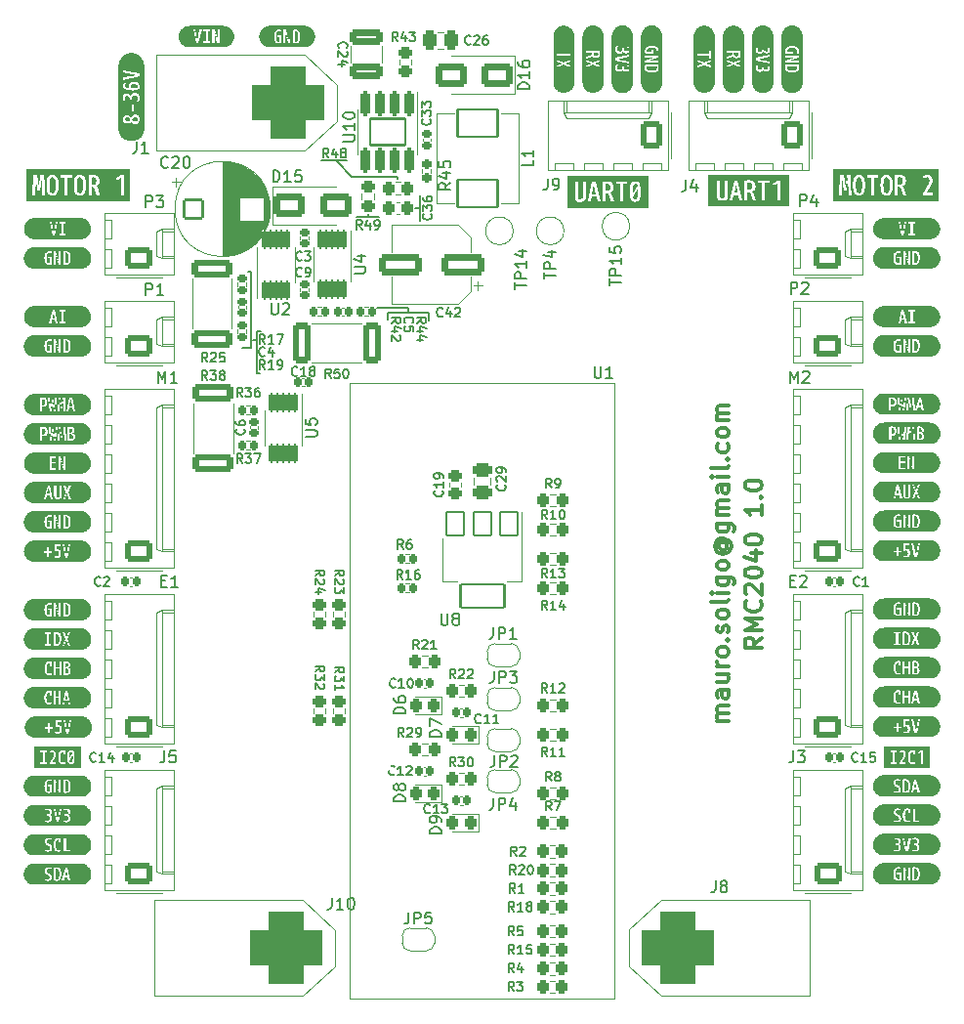
<source format=gbr>
%TF.GenerationSoftware,KiCad,Pcbnew,7.0.10-7.0.10~ubuntu22.04.1*%
%TF.CreationDate,2024-01-22T07:00:45+01:00*%
%TF.ProjectId,RobotMotorController,526f626f-744d-46f7-946f-72436f6e7472,rev?*%
%TF.SameCoordinates,Original*%
%TF.FileFunction,Legend,Top*%
%TF.FilePolarity,Positive*%
%FSLAX46Y46*%
G04 Gerber Fmt 4.6, Leading zero omitted, Abs format (unit mm)*
G04 Created by KiCad (PCBNEW 7.0.10-7.0.10~ubuntu22.04.1) date 2024-01-22 07:00:45*
%MOMM*%
%LPD*%
G01*
G04 APERTURE LIST*
G04 Aperture macros list*
%AMRoundRect*
0 Rectangle with rounded corners*
0 $1 Rounding radius*
0 $2 $3 $4 $5 $6 $7 $8 $9 X,Y pos of 4 corners*
0 Add a 4 corners polygon primitive as box body*
4,1,4,$2,$3,$4,$5,$6,$7,$8,$9,$2,$3,0*
0 Add four circle primitives for the rounded corners*
1,1,$1+$1,$2,$3*
1,1,$1+$1,$4,$5*
1,1,$1+$1,$6,$7*
1,1,$1+$1,$8,$9*
0 Add four rect primitives between the rounded corners*
20,1,$1+$1,$2,$3,$4,$5,0*
20,1,$1+$1,$4,$5,$6,$7,0*
20,1,$1+$1,$6,$7,$8,$9,0*
20,1,$1+$1,$8,$9,$2,$3,0*%
%AMFreePoly0*
4,1,38,0.558779,0.830902,0.595106,0.780902,0.600000,0.750000,0.600000,-0.750000,0.580902,-0.808779,0.530902,-0.845106,0.500000,-0.850000,0.000000,-0.850000,-0.015663,-0.844911,-0.071157,-0.844911,-0.099330,-0.840860,-0.235881,-0.800765,-0.261772,-0.788941,-0.381494,-0.712000,-0.403005,-0.693361,-0.496202,-0.585806,-0.511590,-0.561861,-0.570709,-0.432407,-0.578728,-0.405098,-0.598982,-0.264232,
-0.600000,-0.250000,-0.600000,0.250000,-0.598982,0.264232,-0.578728,0.405098,-0.570709,0.432407,-0.511590,0.561861,-0.496202,0.585806,-0.403005,0.693361,-0.381494,0.712000,-0.261772,0.788941,-0.235881,0.800765,-0.099330,0.840860,-0.071157,0.844911,-0.031170,0.844911,-0.030902,0.845106,0.000000,0.850000,0.500000,0.850000,0.558779,0.830902,0.558779,0.830902,$1*%
%AMFreePoly1*
4,1,38,0.015663,0.844911,0.071157,0.844911,0.099330,0.840860,0.235881,0.800765,0.261772,0.788941,0.381494,0.712000,0.403005,0.693361,0.496202,0.585806,0.511590,0.561861,0.570709,0.432407,0.578728,0.405098,0.598982,0.264232,0.600000,0.250000,0.600000,-0.250000,0.598982,-0.264232,0.578728,-0.405098,0.570709,-0.432407,0.511590,-0.561861,0.496202,-0.585806,0.403005,-0.693361,
0.381494,-0.712000,0.261772,-0.788941,0.235881,-0.800765,0.099330,-0.840860,0.071157,-0.844911,0.031170,-0.844911,0.030902,-0.845106,0.000000,-0.850000,-0.500000,-0.850000,-0.558779,-0.830902,-0.595106,-0.780902,-0.600000,-0.750000,-0.600000,0.750000,-0.580902,0.808779,-0.530902,0.845106,-0.500000,0.850000,0.000000,0.850000,0.015663,0.844911,0.015663,0.844911,$1*%
G04 Aperture macros list end*
%ADD10C,0.150000*%
%ADD11C,0.300000*%
%ADD12C,0.120000*%
%ADD13RoundRect,0.250000X-0.250000X-0.325000X0.250000X-0.325000X0.250000X0.325000X-0.250000X0.325000X0*%
%ADD14FreePoly0,0.000000*%
%ADD15FreePoly1,0.000000*%
%ADD16RoundRect,0.185000X0.185000X0.235000X-0.185000X0.235000X-0.185000X-0.235000X0.185000X-0.235000X0*%
%ADD17RoundRect,0.185000X-0.185000X-0.235000X0.185000X-0.235000X0.185000X0.235000X-0.185000X0.235000X0*%
%ADD18RoundRect,0.268750X0.268750X0.306250X-0.268750X0.306250X-0.268750X-0.306250X0.268750X-0.306250X0*%
%ADD19RoundRect,0.285713X1.489287X-0.514287X1.489287X0.514287X-1.489287X0.514287X-1.489287X-0.514287X0*%
%ADD20O,2.000000X1.600000*%
%ADD21O,1.600000X2.000000*%
%ADD22RoundRect,0.100000X-1.750000X1.175000X-1.750000X-1.175000X1.750000X-1.175000X1.750000X1.175000X0*%
%ADD23C,2.200000*%
%ADD24C,1.000000*%
%ADD25C,6.600000*%
%ADD26RoundRect,0.277778X1.072222X0.722222X-1.072222X0.722222X-1.072222X-0.722222X1.072222X-0.722222X0*%
%ADD27RoundRect,0.250000X-0.325000X0.250000X-0.325000X-0.250000X0.325000X-0.250000X0.325000X0.250000X0*%
%ADD28RoundRect,0.100000X-0.750000X1.000000X-0.750000X-1.000000X0.750000X-1.000000X0.750000X1.000000X0*%
%ADD29RoundRect,0.100000X-1.900000X1.000000X-1.900000X-1.000000X1.900000X-1.000000X1.900000X1.000000X0*%
%ADD30RoundRect,0.190000X0.220000X-0.190000X0.220000X0.190000X-0.220000X0.190000X-0.220000X-0.190000X0*%
%ADD31RoundRect,0.278736X0.916264X-0.691264X0.916264X0.691264X-0.916264X0.691264X-0.916264X-0.691264X0*%
%ADD32O,2.390000X1.940000*%
%ADD33RoundRect,0.190000X0.190000X0.220000X-0.190000X0.220000X-0.190000X-0.220000X0.190000X-0.220000X0*%
%ADD34RoundRect,0.275000X0.300000X-0.275000X0.300000X0.275000X-0.300000X0.275000X-0.300000X-0.275000X0*%
%ADD35RoundRect,0.190000X-0.190000X-0.220000X0.190000X-0.220000X0.190000X0.220000X-0.190000X0.220000X0*%
%ADD36RoundRect,0.125000X-0.125000X0.700000X-0.125000X-0.700000X0.125000X-0.700000X0.125000X0.700000X0*%
%ADD37RoundRect,0.200000X-0.200000X0.875000X-0.200000X-0.875000X0.200000X-0.875000X0.200000X0.875000X0*%
%ADD38RoundRect,0.100000X-1.500000X1.145000X-1.500000X-1.145000X1.500000X-1.145000X1.500000X1.145000X0*%
%ADD39RoundRect,0.250000X0.325000X-0.250000X0.325000X0.250000X-0.325000X0.250000X-0.325000X-0.250000X0*%
%ADD40RoundRect,0.125000X0.125000X-0.700000X0.125000X0.700000X-0.125000X0.700000X-0.125000X-0.700000X0*%
%ADD41RoundRect,0.300000X-0.300000X-0.525000X0.300000X-0.525000X0.300000X0.525000X-0.300000X0.525000X0*%
%ADD42RoundRect,0.190000X-0.220000X0.190000X-0.220000X-0.190000X0.220000X-0.190000X0.220000X0.190000X0*%
%ADD43RoundRect,0.100000X-0.800000X-0.800000X0.800000X-0.800000X0.800000X0.800000X-0.800000X0.800000X0*%
%ADD44C,1.800000*%
%ADD45RoundRect,1.550000X1.550000X1.550000X-1.550000X1.550000X-1.550000X-1.550000X1.550000X-1.550000X0*%
%ADD46C,6.200000*%
%ADD47RoundRect,0.210000X0.210000X-0.247500X0.210000X0.247500X-0.210000X0.247500X-0.210000X-0.247500X0*%
%ADD48RoundRect,0.285713X0.514287X1.489287X-0.514287X1.489287X-0.514287X-1.489287X0.514287X-1.489287X0*%
%ADD49RoundRect,0.185000X0.235000X-0.185000X0.235000X0.185000X-0.235000X0.185000X-0.235000X-0.185000X0*%
%ADD50RoundRect,1.550000X-1.550000X-1.550000X1.550000X-1.550000X1.550000X1.550000X-1.550000X1.550000X0*%
%ADD51RoundRect,0.300000X0.525000X-0.300000X0.525000X0.300000X-0.525000X0.300000X-0.525000X-0.300000X0*%
%ADD52RoundRect,0.281250X1.568750X0.618750X-1.568750X0.618750X-1.568750X-0.618750X1.568750X-0.618750X0*%
%ADD53RoundRect,0.278736X0.691264X0.916264X-0.691264X0.916264X-0.691264X-0.916264X0.691264X-0.916264X0*%
%ADD54O,1.940000X2.390000*%
%ADD55RoundRect,0.293478X-1.156522X0.381522X-1.156522X-0.381522X1.156522X-0.381522X1.156522X0.381522X0*%
%ADD56RoundRect,0.275000X0.275000X0.300000X-0.275000X0.300000X-0.275000X-0.300000X0.275000X-0.300000X0*%
%ADD57RoundRect,0.277778X-1.072222X-0.722222X1.072222X-0.722222X1.072222X0.722222X-1.072222X0.722222X0*%
%ADD58RoundRect,0.185000X-0.235000X0.185000X-0.235000X-0.185000X0.235000X-0.185000X0.235000X0.185000X0*%
G04 APERTURE END LIST*
D10*
X-13900000Y68000000D02*
X-11700000Y68000000D01*
X-19500000Y52400000D02*
X-19900000Y52400000D01*
X-20000000Y52200000D02*
X-20000000Y51800000D01*
X-9900000Y63400000D02*
X-9900000Y63100000D01*
X-5400000Y65000000D02*
X-5400000Y62800000D01*
X-7300000Y66400000D02*
X-7300000Y66600000D01*
X-19500000Y49600000D02*
X-19300000Y49600000D01*
X-7300000Y66600000D02*
X-11300000Y66600000D01*
X-9100000Y55200000D02*
X-6400000Y55200000D01*
X-19200000Y53200000D02*
X-19400000Y53200000D01*
X-5400000Y63900000D02*
X-5800000Y63900000D01*
X-20300000Y58400000D02*
X-20000000Y58400000D01*
X-8200000Y54800000D02*
X-8200000Y54200000D01*
X-4600000Y54100000D02*
X-4600000Y54800000D01*
X-6400000Y55200000D02*
X-6400000Y54800000D01*
X-4600000Y54800000D02*
X-8200000Y54800000D01*
X-19500000Y53200000D02*
X-19500000Y49600000D01*
X-20000000Y51800000D02*
X-20800000Y51800000D01*
X-19400000Y53200000D02*
X-19500000Y53200000D01*
X-10900000Y63100000D02*
X-8900000Y63100000D01*
X-20000000Y58400000D02*
X-20000000Y52200000D01*
X-11300000Y66600000D02*
X-12600000Y67900000D01*
D11*
X21378328Y19457143D02*
X20378328Y19457143D01*
X20521185Y19457143D02*
X20449757Y19528572D01*
X20449757Y19528572D02*
X20378328Y19671429D01*
X20378328Y19671429D02*
X20378328Y19885715D01*
X20378328Y19885715D02*
X20449757Y20028572D01*
X20449757Y20028572D02*
X20592614Y20100000D01*
X20592614Y20100000D02*
X21378328Y20100000D01*
X20592614Y20100000D02*
X20449757Y20171429D01*
X20449757Y20171429D02*
X20378328Y20314286D01*
X20378328Y20314286D02*
X20378328Y20528572D01*
X20378328Y20528572D02*
X20449757Y20671429D01*
X20449757Y20671429D02*
X20592614Y20742858D01*
X20592614Y20742858D02*
X21378328Y20742858D01*
X21378328Y22100000D02*
X20592614Y22100000D01*
X20592614Y22100000D02*
X20449757Y22028572D01*
X20449757Y22028572D02*
X20378328Y21885715D01*
X20378328Y21885715D02*
X20378328Y21600000D01*
X20378328Y21600000D02*
X20449757Y21457143D01*
X21306900Y22100000D02*
X21378328Y21957143D01*
X21378328Y21957143D02*
X21378328Y21600000D01*
X21378328Y21600000D02*
X21306900Y21457143D01*
X21306900Y21457143D02*
X21164042Y21385715D01*
X21164042Y21385715D02*
X21021185Y21385715D01*
X21021185Y21385715D02*
X20878328Y21457143D01*
X20878328Y21457143D02*
X20806900Y21600000D01*
X20806900Y21600000D02*
X20806900Y21957143D01*
X20806900Y21957143D02*
X20735471Y22100000D01*
X20378328Y23457143D02*
X21378328Y23457143D01*
X20378328Y22814286D02*
X21164042Y22814286D01*
X21164042Y22814286D02*
X21306900Y22885715D01*
X21306900Y22885715D02*
X21378328Y23028572D01*
X21378328Y23028572D02*
X21378328Y23242858D01*
X21378328Y23242858D02*
X21306900Y23385715D01*
X21306900Y23385715D02*
X21235471Y23457143D01*
X21378328Y24171429D02*
X20378328Y24171429D01*
X20664042Y24171429D02*
X20521185Y24242858D01*
X20521185Y24242858D02*
X20449757Y24314286D01*
X20449757Y24314286D02*
X20378328Y24457144D01*
X20378328Y24457144D02*
X20378328Y24600001D01*
X21378328Y25314286D02*
X21306900Y25171429D01*
X21306900Y25171429D02*
X21235471Y25100000D01*
X21235471Y25100000D02*
X21092614Y25028572D01*
X21092614Y25028572D02*
X20664042Y25028572D01*
X20664042Y25028572D02*
X20521185Y25100000D01*
X20521185Y25100000D02*
X20449757Y25171429D01*
X20449757Y25171429D02*
X20378328Y25314286D01*
X20378328Y25314286D02*
X20378328Y25528572D01*
X20378328Y25528572D02*
X20449757Y25671429D01*
X20449757Y25671429D02*
X20521185Y25742857D01*
X20521185Y25742857D02*
X20664042Y25814286D01*
X20664042Y25814286D02*
X21092614Y25814286D01*
X21092614Y25814286D02*
X21235471Y25742857D01*
X21235471Y25742857D02*
X21306900Y25671429D01*
X21306900Y25671429D02*
X21378328Y25528572D01*
X21378328Y25528572D02*
X21378328Y25314286D01*
X21235471Y26457143D02*
X21306900Y26528572D01*
X21306900Y26528572D02*
X21378328Y26457143D01*
X21378328Y26457143D02*
X21306900Y26385715D01*
X21306900Y26385715D02*
X21235471Y26457143D01*
X21235471Y26457143D02*
X21378328Y26457143D01*
X21306900Y27100001D02*
X21378328Y27242858D01*
X21378328Y27242858D02*
X21378328Y27528572D01*
X21378328Y27528572D02*
X21306900Y27671429D01*
X21306900Y27671429D02*
X21164042Y27742858D01*
X21164042Y27742858D02*
X21092614Y27742858D01*
X21092614Y27742858D02*
X20949757Y27671429D01*
X20949757Y27671429D02*
X20878328Y27528572D01*
X20878328Y27528572D02*
X20878328Y27314286D01*
X20878328Y27314286D02*
X20806900Y27171429D01*
X20806900Y27171429D02*
X20664042Y27100001D01*
X20664042Y27100001D02*
X20592614Y27100001D01*
X20592614Y27100001D02*
X20449757Y27171429D01*
X20449757Y27171429D02*
X20378328Y27314286D01*
X20378328Y27314286D02*
X20378328Y27528572D01*
X20378328Y27528572D02*
X20449757Y27671429D01*
X21378328Y28600001D02*
X21306900Y28457144D01*
X21306900Y28457144D02*
X21235471Y28385715D01*
X21235471Y28385715D02*
X21092614Y28314287D01*
X21092614Y28314287D02*
X20664042Y28314287D01*
X20664042Y28314287D02*
X20521185Y28385715D01*
X20521185Y28385715D02*
X20449757Y28457144D01*
X20449757Y28457144D02*
X20378328Y28600001D01*
X20378328Y28600001D02*
X20378328Y28814287D01*
X20378328Y28814287D02*
X20449757Y28957144D01*
X20449757Y28957144D02*
X20521185Y29028572D01*
X20521185Y29028572D02*
X20664042Y29100001D01*
X20664042Y29100001D02*
X21092614Y29100001D01*
X21092614Y29100001D02*
X21235471Y29028572D01*
X21235471Y29028572D02*
X21306900Y28957144D01*
X21306900Y28957144D02*
X21378328Y28814287D01*
X21378328Y28814287D02*
X21378328Y28600001D01*
X21378328Y29957144D02*
X21306900Y29814287D01*
X21306900Y29814287D02*
X21164042Y29742858D01*
X21164042Y29742858D02*
X19878328Y29742858D01*
X21378328Y30528572D02*
X20378328Y30528572D01*
X19878328Y30528572D02*
X19949757Y30457144D01*
X19949757Y30457144D02*
X20021185Y30528572D01*
X20021185Y30528572D02*
X19949757Y30600001D01*
X19949757Y30600001D02*
X19878328Y30528572D01*
X19878328Y30528572D02*
X20021185Y30528572D01*
X20378328Y31885715D02*
X21592614Y31885715D01*
X21592614Y31885715D02*
X21735471Y31814287D01*
X21735471Y31814287D02*
X21806900Y31742858D01*
X21806900Y31742858D02*
X21878328Y31600001D01*
X21878328Y31600001D02*
X21878328Y31385715D01*
X21878328Y31385715D02*
X21806900Y31242858D01*
X21306900Y31885715D02*
X21378328Y31742858D01*
X21378328Y31742858D02*
X21378328Y31457144D01*
X21378328Y31457144D02*
X21306900Y31314287D01*
X21306900Y31314287D02*
X21235471Y31242858D01*
X21235471Y31242858D02*
X21092614Y31171430D01*
X21092614Y31171430D02*
X20664042Y31171430D01*
X20664042Y31171430D02*
X20521185Y31242858D01*
X20521185Y31242858D02*
X20449757Y31314287D01*
X20449757Y31314287D02*
X20378328Y31457144D01*
X20378328Y31457144D02*
X20378328Y31742858D01*
X20378328Y31742858D02*
X20449757Y31885715D01*
X21378328Y32814287D02*
X21306900Y32671430D01*
X21306900Y32671430D02*
X21235471Y32600001D01*
X21235471Y32600001D02*
X21092614Y32528573D01*
X21092614Y32528573D02*
X20664042Y32528573D01*
X20664042Y32528573D02*
X20521185Y32600001D01*
X20521185Y32600001D02*
X20449757Y32671430D01*
X20449757Y32671430D02*
X20378328Y32814287D01*
X20378328Y32814287D02*
X20378328Y33028573D01*
X20378328Y33028573D02*
X20449757Y33171430D01*
X20449757Y33171430D02*
X20521185Y33242858D01*
X20521185Y33242858D02*
X20664042Y33314287D01*
X20664042Y33314287D02*
X21092614Y33314287D01*
X21092614Y33314287D02*
X21235471Y33242858D01*
X21235471Y33242858D02*
X21306900Y33171430D01*
X21306900Y33171430D02*
X21378328Y33028573D01*
X21378328Y33028573D02*
X21378328Y32814287D01*
X20664042Y34885716D02*
X20592614Y34814287D01*
X20592614Y34814287D02*
X20521185Y34671430D01*
X20521185Y34671430D02*
X20521185Y34528573D01*
X20521185Y34528573D02*
X20592614Y34385716D01*
X20592614Y34385716D02*
X20664042Y34314287D01*
X20664042Y34314287D02*
X20806900Y34242859D01*
X20806900Y34242859D02*
X20949757Y34242859D01*
X20949757Y34242859D02*
X21092614Y34314287D01*
X21092614Y34314287D02*
X21164042Y34385716D01*
X21164042Y34385716D02*
X21235471Y34528573D01*
X21235471Y34528573D02*
X21235471Y34671430D01*
X21235471Y34671430D02*
X21164042Y34814287D01*
X21164042Y34814287D02*
X21092614Y34885716D01*
X20521185Y34885716D02*
X21092614Y34885716D01*
X21092614Y34885716D02*
X21164042Y34957144D01*
X21164042Y34957144D02*
X21164042Y35028573D01*
X21164042Y35028573D02*
X21092614Y35171430D01*
X21092614Y35171430D02*
X20949757Y35242859D01*
X20949757Y35242859D02*
X20592614Y35242859D01*
X20592614Y35242859D02*
X20378328Y35100001D01*
X20378328Y35100001D02*
X20235471Y34885716D01*
X20235471Y34885716D02*
X20164042Y34600001D01*
X20164042Y34600001D02*
X20235471Y34314287D01*
X20235471Y34314287D02*
X20378328Y34100001D01*
X20378328Y34100001D02*
X20592614Y33957144D01*
X20592614Y33957144D02*
X20878328Y33885716D01*
X20878328Y33885716D02*
X21164042Y33957144D01*
X21164042Y33957144D02*
X21378328Y34100001D01*
X21378328Y34100001D02*
X21521185Y34314287D01*
X21521185Y34314287D02*
X21592614Y34600001D01*
X21592614Y34600001D02*
X21521185Y34885716D01*
X21521185Y34885716D02*
X21378328Y35100001D01*
X20378328Y36528572D02*
X21592614Y36528572D01*
X21592614Y36528572D02*
X21735471Y36457144D01*
X21735471Y36457144D02*
X21806900Y36385715D01*
X21806900Y36385715D02*
X21878328Y36242858D01*
X21878328Y36242858D02*
X21878328Y36028572D01*
X21878328Y36028572D02*
X21806900Y35885715D01*
X21306900Y36528572D02*
X21378328Y36385715D01*
X21378328Y36385715D02*
X21378328Y36100001D01*
X21378328Y36100001D02*
X21306900Y35957144D01*
X21306900Y35957144D02*
X21235471Y35885715D01*
X21235471Y35885715D02*
X21092614Y35814287D01*
X21092614Y35814287D02*
X20664042Y35814287D01*
X20664042Y35814287D02*
X20521185Y35885715D01*
X20521185Y35885715D02*
X20449757Y35957144D01*
X20449757Y35957144D02*
X20378328Y36100001D01*
X20378328Y36100001D02*
X20378328Y36385715D01*
X20378328Y36385715D02*
X20449757Y36528572D01*
X21378328Y37242858D02*
X20378328Y37242858D01*
X20521185Y37242858D02*
X20449757Y37314287D01*
X20449757Y37314287D02*
X20378328Y37457144D01*
X20378328Y37457144D02*
X20378328Y37671430D01*
X20378328Y37671430D02*
X20449757Y37814287D01*
X20449757Y37814287D02*
X20592614Y37885715D01*
X20592614Y37885715D02*
X21378328Y37885715D01*
X20592614Y37885715D02*
X20449757Y37957144D01*
X20449757Y37957144D02*
X20378328Y38100001D01*
X20378328Y38100001D02*
X20378328Y38314287D01*
X20378328Y38314287D02*
X20449757Y38457144D01*
X20449757Y38457144D02*
X20592614Y38528573D01*
X20592614Y38528573D02*
X21378328Y38528573D01*
X21378328Y39885715D02*
X20592614Y39885715D01*
X20592614Y39885715D02*
X20449757Y39814287D01*
X20449757Y39814287D02*
X20378328Y39671430D01*
X20378328Y39671430D02*
X20378328Y39385715D01*
X20378328Y39385715D02*
X20449757Y39242858D01*
X21306900Y39885715D02*
X21378328Y39742858D01*
X21378328Y39742858D02*
X21378328Y39385715D01*
X21378328Y39385715D02*
X21306900Y39242858D01*
X21306900Y39242858D02*
X21164042Y39171430D01*
X21164042Y39171430D02*
X21021185Y39171430D01*
X21021185Y39171430D02*
X20878328Y39242858D01*
X20878328Y39242858D02*
X20806900Y39385715D01*
X20806900Y39385715D02*
X20806900Y39742858D01*
X20806900Y39742858D02*
X20735471Y39885715D01*
X21378328Y40600001D02*
X20378328Y40600001D01*
X19878328Y40600001D02*
X19949757Y40528573D01*
X19949757Y40528573D02*
X20021185Y40600001D01*
X20021185Y40600001D02*
X19949757Y40671430D01*
X19949757Y40671430D02*
X19878328Y40600001D01*
X19878328Y40600001D02*
X20021185Y40600001D01*
X21378328Y41528573D02*
X21306900Y41385716D01*
X21306900Y41385716D02*
X21164042Y41314287D01*
X21164042Y41314287D02*
X19878328Y41314287D01*
X21235471Y42100001D02*
X21306900Y42171430D01*
X21306900Y42171430D02*
X21378328Y42100001D01*
X21378328Y42100001D02*
X21306900Y42028573D01*
X21306900Y42028573D02*
X21235471Y42100001D01*
X21235471Y42100001D02*
X21378328Y42100001D01*
X21306900Y43457144D02*
X21378328Y43314287D01*
X21378328Y43314287D02*
X21378328Y43028573D01*
X21378328Y43028573D02*
X21306900Y42885716D01*
X21306900Y42885716D02*
X21235471Y42814287D01*
X21235471Y42814287D02*
X21092614Y42742859D01*
X21092614Y42742859D02*
X20664042Y42742859D01*
X20664042Y42742859D02*
X20521185Y42814287D01*
X20521185Y42814287D02*
X20449757Y42885716D01*
X20449757Y42885716D02*
X20378328Y43028573D01*
X20378328Y43028573D02*
X20378328Y43314287D01*
X20378328Y43314287D02*
X20449757Y43457144D01*
X21378328Y44314287D02*
X21306900Y44171430D01*
X21306900Y44171430D02*
X21235471Y44100001D01*
X21235471Y44100001D02*
X21092614Y44028573D01*
X21092614Y44028573D02*
X20664042Y44028573D01*
X20664042Y44028573D02*
X20521185Y44100001D01*
X20521185Y44100001D02*
X20449757Y44171430D01*
X20449757Y44171430D02*
X20378328Y44314287D01*
X20378328Y44314287D02*
X20378328Y44528573D01*
X20378328Y44528573D02*
X20449757Y44671430D01*
X20449757Y44671430D02*
X20521185Y44742858D01*
X20521185Y44742858D02*
X20664042Y44814287D01*
X20664042Y44814287D02*
X21092614Y44814287D01*
X21092614Y44814287D02*
X21235471Y44742858D01*
X21235471Y44742858D02*
X21306900Y44671430D01*
X21306900Y44671430D02*
X21378328Y44528573D01*
X21378328Y44528573D02*
X21378328Y44314287D01*
X21378328Y45457144D02*
X20378328Y45457144D01*
X20521185Y45457144D02*
X20449757Y45528573D01*
X20449757Y45528573D02*
X20378328Y45671430D01*
X20378328Y45671430D02*
X20378328Y45885716D01*
X20378328Y45885716D02*
X20449757Y46028573D01*
X20449757Y46028573D02*
X20592614Y46100001D01*
X20592614Y46100001D02*
X21378328Y46100001D01*
X20592614Y46100001D02*
X20449757Y46171430D01*
X20449757Y46171430D02*
X20378328Y46314287D01*
X20378328Y46314287D02*
X20378328Y46528573D01*
X20378328Y46528573D02*
X20449757Y46671430D01*
X20449757Y46671430D02*
X20592614Y46742859D01*
X20592614Y46742859D02*
X21378328Y46742859D01*
X24278328Y26642859D02*
X23564042Y26142859D01*
X24278328Y25785716D02*
X22778328Y25785716D01*
X22778328Y25785716D02*
X22778328Y26357145D01*
X22778328Y26357145D02*
X22849757Y26500002D01*
X22849757Y26500002D02*
X22921185Y26571431D01*
X22921185Y26571431D02*
X23064042Y26642859D01*
X23064042Y26642859D02*
X23278328Y26642859D01*
X23278328Y26642859D02*
X23421185Y26571431D01*
X23421185Y26571431D02*
X23492614Y26500002D01*
X23492614Y26500002D02*
X23564042Y26357145D01*
X23564042Y26357145D02*
X23564042Y25785716D01*
X24278328Y27285716D02*
X22778328Y27285716D01*
X22778328Y27285716D02*
X23849757Y27785716D01*
X23849757Y27785716D02*
X22778328Y28285716D01*
X22778328Y28285716D02*
X24278328Y28285716D01*
X24135471Y29857145D02*
X24206900Y29785717D01*
X24206900Y29785717D02*
X24278328Y29571431D01*
X24278328Y29571431D02*
X24278328Y29428574D01*
X24278328Y29428574D02*
X24206900Y29214288D01*
X24206900Y29214288D02*
X24064042Y29071431D01*
X24064042Y29071431D02*
X23921185Y29000002D01*
X23921185Y29000002D02*
X23635471Y28928574D01*
X23635471Y28928574D02*
X23421185Y28928574D01*
X23421185Y28928574D02*
X23135471Y29000002D01*
X23135471Y29000002D02*
X22992614Y29071431D01*
X22992614Y29071431D02*
X22849757Y29214288D01*
X22849757Y29214288D02*
X22778328Y29428574D01*
X22778328Y29428574D02*
X22778328Y29571431D01*
X22778328Y29571431D02*
X22849757Y29785717D01*
X22849757Y29785717D02*
X22921185Y29857145D01*
X22921185Y30428574D02*
X22849757Y30500002D01*
X22849757Y30500002D02*
X22778328Y30642859D01*
X22778328Y30642859D02*
X22778328Y31000002D01*
X22778328Y31000002D02*
X22849757Y31142859D01*
X22849757Y31142859D02*
X22921185Y31214288D01*
X22921185Y31214288D02*
X23064042Y31285717D01*
X23064042Y31285717D02*
X23206900Y31285717D01*
X23206900Y31285717D02*
X23421185Y31214288D01*
X23421185Y31214288D02*
X24278328Y30357145D01*
X24278328Y30357145D02*
X24278328Y31285717D01*
X22778328Y32214288D02*
X22778328Y32357145D01*
X22778328Y32357145D02*
X22849757Y32500002D01*
X22849757Y32500002D02*
X22921185Y32571430D01*
X22921185Y32571430D02*
X23064042Y32642859D01*
X23064042Y32642859D02*
X23349757Y32714288D01*
X23349757Y32714288D02*
X23706900Y32714288D01*
X23706900Y32714288D02*
X23992614Y32642859D01*
X23992614Y32642859D02*
X24135471Y32571430D01*
X24135471Y32571430D02*
X24206900Y32500002D01*
X24206900Y32500002D02*
X24278328Y32357145D01*
X24278328Y32357145D02*
X24278328Y32214288D01*
X24278328Y32214288D02*
X24206900Y32071430D01*
X24206900Y32071430D02*
X24135471Y32000002D01*
X24135471Y32000002D02*
X23992614Y31928573D01*
X23992614Y31928573D02*
X23706900Y31857145D01*
X23706900Y31857145D02*
X23349757Y31857145D01*
X23349757Y31857145D02*
X23064042Y31928573D01*
X23064042Y31928573D02*
X22921185Y32000002D01*
X22921185Y32000002D02*
X22849757Y32071430D01*
X22849757Y32071430D02*
X22778328Y32214288D01*
X23278328Y34000001D02*
X24278328Y34000001D01*
X22706900Y33642859D02*
X23778328Y33285716D01*
X23778328Y33285716D02*
X23778328Y34214287D01*
X22778328Y35071430D02*
X22778328Y35214287D01*
X22778328Y35214287D02*
X22849757Y35357144D01*
X22849757Y35357144D02*
X22921185Y35428572D01*
X22921185Y35428572D02*
X23064042Y35500001D01*
X23064042Y35500001D02*
X23349757Y35571430D01*
X23349757Y35571430D02*
X23706900Y35571430D01*
X23706900Y35571430D02*
X23992614Y35500001D01*
X23992614Y35500001D02*
X24135471Y35428572D01*
X24135471Y35428572D02*
X24206900Y35357144D01*
X24206900Y35357144D02*
X24278328Y35214287D01*
X24278328Y35214287D02*
X24278328Y35071430D01*
X24278328Y35071430D02*
X24206900Y34928572D01*
X24206900Y34928572D02*
X24135471Y34857144D01*
X24135471Y34857144D02*
X23992614Y34785715D01*
X23992614Y34785715D02*
X23706900Y34714287D01*
X23706900Y34714287D02*
X23349757Y34714287D01*
X23349757Y34714287D02*
X23064042Y34785715D01*
X23064042Y34785715D02*
X22921185Y34857144D01*
X22921185Y34857144D02*
X22849757Y34928572D01*
X22849757Y34928572D02*
X22778328Y35071430D01*
X24278328Y38142858D02*
X24278328Y37285715D01*
X24278328Y37714286D02*
X22778328Y37714286D01*
X22778328Y37714286D02*
X22992614Y37571429D01*
X22992614Y37571429D02*
X23135471Y37428572D01*
X23135471Y37428572D02*
X23206900Y37285715D01*
X24135471Y38785714D02*
X24206900Y38857143D01*
X24206900Y38857143D02*
X24278328Y38785714D01*
X24278328Y38785714D02*
X24206900Y38714286D01*
X24206900Y38714286D02*
X24135471Y38785714D01*
X24135471Y38785714D02*
X24278328Y38785714D01*
X22778328Y39785715D02*
X22778328Y39928572D01*
X22778328Y39928572D02*
X22849757Y40071429D01*
X22849757Y40071429D02*
X22921185Y40142857D01*
X22921185Y40142857D02*
X23064042Y40214286D01*
X23064042Y40214286D02*
X23349757Y40285715D01*
X23349757Y40285715D02*
X23706900Y40285715D01*
X23706900Y40285715D02*
X23992614Y40214286D01*
X23992614Y40214286D02*
X24135471Y40142857D01*
X24135471Y40142857D02*
X24206900Y40071429D01*
X24206900Y40071429D02*
X24278328Y39928572D01*
X24278328Y39928572D02*
X24278328Y39785715D01*
X24278328Y39785715D02*
X24206900Y39642857D01*
X24206900Y39642857D02*
X24135471Y39571429D01*
X24135471Y39571429D02*
X23992614Y39500000D01*
X23992614Y39500000D02*
X23706900Y39428572D01*
X23706900Y39428572D02*
X23349757Y39428572D01*
X23349757Y39428572D02*
X23064042Y39500000D01*
X23064042Y39500000D02*
X22921185Y39571429D01*
X22921185Y39571429D02*
X22849757Y39642857D01*
X22849757Y39642857D02*
X22778328Y39785715D01*
D10*
X5635714Y21887705D02*
X5369047Y22268658D01*
X5178571Y21887705D02*
X5178571Y22687705D01*
X5178571Y22687705D02*
X5483333Y22687705D01*
X5483333Y22687705D02*
X5559523Y22649610D01*
X5559523Y22649610D02*
X5597618Y22611515D01*
X5597618Y22611515D02*
X5635714Y22535324D01*
X5635714Y22535324D02*
X5635714Y22421039D01*
X5635714Y22421039D02*
X5597618Y22344848D01*
X5597618Y22344848D02*
X5559523Y22306753D01*
X5559523Y22306753D02*
X5483333Y22268658D01*
X5483333Y22268658D02*
X5178571Y22268658D01*
X6397618Y21887705D02*
X5940475Y21887705D01*
X6169047Y21887705D02*
X6169047Y22687705D01*
X6169047Y22687705D02*
X6092856Y22573420D01*
X6092856Y22573420D02*
X6016666Y22497229D01*
X6016666Y22497229D02*
X5940475Y22459134D01*
X6702380Y22611515D02*
X6740476Y22649610D01*
X6740476Y22649610D02*
X6816666Y22687705D01*
X6816666Y22687705D02*
X7007142Y22687705D01*
X7007142Y22687705D02*
X7083333Y22649610D01*
X7083333Y22649610D02*
X7121428Y22611515D01*
X7121428Y22611515D02*
X7159523Y22535324D01*
X7159523Y22535324D02*
X7159523Y22459134D01*
X7159523Y22459134D02*
X7121428Y22344848D01*
X7121428Y22344848D02*
X6664285Y21887705D01*
X6664285Y21887705D02*
X7159523Y21887705D01*
X1016666Y23745181D02*
X1016666Y23030896D01*
X1016666Y23030896D02*
X969047Y22888039D01*
X969047Y22888039D02*
X873809Y22792800D01*
X873809Y22792800D02*
X730952Y22745181D01*
X730952Y22745181D02*
X635714Y22745181D01*
X1492857Y22745181D02*
X1492857Y23745181D01*
X1492857Y23745181D02*
X1873809Y23745181D01*
X1873809Y23745181D02*
X1969047Y23697562D01*
X1969047Y23697562D02*
X2016666Y23649943D01*
X2016666Y23649943D02*
X2064285Y23554705D01*
X2064285Y23554705D02*
X2064285Y23411848D01*
X2064285Y23411848D02*
X2016666Y23316610D01*
X2016666Y23316610D02*
X1969047Y23268991D01*
X1969047Y23268991D02*
X1873809Y23221372D01*
X1873809Y23221372D02*
X1492857Y23221372D01*
X2397619Y23745181D02*
X3016666Y23745181D01*
X3016666Y23745181D02*
X2683333Y23364229D01*
X2683333Y23364229D02*
X2826190Y23364229D01*
X2826190Y23364229D02*
X2921428Y23316610D01*
X2921428Y23316610D02*
X2969047Y23268991D01*
X2969047Y23268991D02*
X3016666Y23173753D01*
X3016666Y23173753D02*
X3016666Y22935658D01*
X3016666Y22935658D02*
X2969047Y22840420D01*
X2969047Y22840420D02*
X2921428Y22792800D01*
X2921428Y22792800D02*
X2826190Y22745181D01*
X2826190Y22745181D02*
X2540476Y22745181D01*
X2540476Y22745181D02*
X2445238Y22792800D01*
X2445238Y22792800D02*
X2397619Y22840420D01*
X2866667Y4537705D02*
X2600000Y4918658D01*
X2409524Y4537705D02*
X2409524Y5337705D01*
X2409524Y5337705D02*
X2714286Y5337705D01*
X2714286Y5337705D02*
X2790476Y5299610D01*
X2790476Y5299610D02*
X2828571Y5261515D01*
X2828571Y5261515D02*
X2866667Y5185324D01*
X2866667Y5185324D02*
X2866667Y5071039D01*
X2866667Y5071039D02*
X2828571Y4994848D01*
X2828571Y4994848D02*
X2790476Y4956753D01*
X2790476Y4956753D02*
X2714286Y4918658D01*
X2714286Y4918658D02*
X2409524Y4918658D01*
X3628571Y4537705D02*
X3171428Y4537705D01*
X3400000Y4537705D02*
X3400000Y5337705D01*
X3400000Y5337705D02*
X3323809Y5223420D01*
X3323809Y5223420D02*
X3247619Y5147229D01*
X3247619Y5147229D02*
X3171428Y5109134D01*
X-20782286Y41776705D02*
X-21048953Y42157658D01*
X-21239429Y41776705D02*
X-21239429Y42576705D01*
X-21239429Y42576705D02*
X-20934667Y42576705D01*
X-20934667Y42576705D02*
X-20858477Y42538610D01*
X-20858477Y42538610D02*
X-20820382Y42500515D01*
X-20820382Y42500515D02*
X-20782286Y42424324D01*
X-20782286Y42424324D02*
X-20782286Y42310039D01*
X-20782286Y42310039D02*
X-20820382Y42233848D01*
X-20820382Y42233848D02*
X-20858477Y42195753D01*
X-20858477Y42195753D02*
X-20934667Y42157658D01*
X-20934667Y42157658D02*
X-21239429Y42157658D01*
X-20515620Y42576705D02*
X-20020382Y42576705D01*
X-20020382Y42576705D02*
X-20287048Y42271943D01*
X-20287048Y42271943D02*
X-20172763Y42271943D01*
X-20172763Y42271943D02*
X-20096572Y42233848D01*
X-20096572Y42233848D02*
X-20058477Y42195753D01*
X-20058477Y42195753D02*
X-20020382Y42119562D01*
X-20020382Y42119562D02*
X-20020382Y41929086D01*
X-20020382Y41929086D02*
X-20058477Y41852896D01*
X-20058477Y41852896D02*
X-20096572Y41814800D01*
X-20096572Y41814800D02*
X-20172763Y41776705D01*
X-20172763Y41776705D02*
X-20401334Y41776705D01*
X-20401334Y41776705D02*
X-20477525Y41814800D01*
X-20477525Y41814800D02*
X-20515620Y41852896D01*
X-19753715Y42576705D02*
X-19220381Y42576705D01*
X-19220381Y42576705D02*
X-19563239Y41776705D01*
X-5662296Y53914286D02*
X-5281343Y54180953D01*
X-5662296Y54371429D02*
X-4862296Y54371429D01*
X-4862296Y54371429D02*
X-4862296Y54066667D01*
X-4862296Y54066667D02*
X-4900391Y53990477D01*
X-4900391Y53990477D02*
X-4938486Y53952382D01*
X-4938486Y53952382D02*
X-5014677Y53914286D01*
X-5014677Y53914286D02*
X-5128962Y53914286D01*
X-5128962Y53914286D02*
X-5205153Y53952382D01*
X-5205153Y53952382D02*
X-5243248Y53990477D01*
X-5243248Y53990477D02*
X-5281343Y54066667D01*
X-5281343Y54066667D02*
X-5281343Y54371429D01*
X-5128962Y53228572D02*
X-5662296Y53228572D01*
X-4824200Y53419048D02*
X-5395629Y53609525D01*
X-5395629Y53609525D02*
X-5395629Y53114286D01*
X-5128962Y52466667D02*
X-5662296Y52466667D01*
X-4824200Y52657143D02*
X-5395629Y52847620D01*
X-5395629Y52847620D02*
X-5395629Y52352381D01*
X-6645181Y20061906D02*
X-7645181Y20061906D01*
X-7645181Y20061906D02*
X-7645181Y20300001D01*
X-7645181Y20300001D02*
X-7597562Y20442858D01*
X-7597562Y20442858D02*
X-7502324Y20538096D01*
X-7502324Y20538096D02*
X-7407086Y20585715D01*
X-7407086Y20585715D02*
X-7216610Y20633334D01*
X-7216610Y20633334D02*
X-7073753Y20633334D01*
X-7073753Y20633334D02*
X-6883277Y20585715D01*
X-6883277Y20585715D02*
X-6788039Y20538096D01*
X-6788039Y20538096D02*
X-6692800Y20442858D01*
X-6692800Y20442858D02*
X-6645181Y20300001D01*
X-6645181Y20300001D02*
X-6645181Y20061906D01*
X-7645181Y21490477D02*
X-7645181Y21300001D01*
X-7645181Y21300001D02*
X-7597562Y21204763D01*
X-7597562Y21204763D02*
X-7549943Y21157144D01*
X-7549943Y21157144D02*
X-7407086Y21061906D01*
X-7407086Y21061906D02*
X-7216610Y21014287D01*
X-7216610Y21014287D02*
X-6835658Y21014287D01*
X-6835658Y21014287D02*
X-6740420Y21061906D01*
X-6740420Y21061906D02*
X-6692800Y21109525D01*
X-6692800Y21109525D02*
X-6645181Y21204763D01*
X-6645181Y21204763D02*
X-6645181Y21395239D01*
X-6645181Y21395239D02*
X-6692800Y21490477D01*
X-6692800Y21490477D02*
X-6740420Y21538096D01*
X-6740420Y21538096D02*
X-6835658Y21585715D01*
X-6835658Y21585715D02*
X-7073753Y21585715D01*
X-7073753Y21585715D02*
X-7168991Y21538096D01*
X-7168991Y21538096D02*
X-7216610Y21490477D01*
X-7216610Y21490477D02*
X-7264229Y21395239D01*
X-7264229Y21395239D02*
X-7264229Y21204763D01*
X-7264229Y21204763D02*
X-7216610Y21109525D01*
X-7216610Y21109525D02*
X-7168991Y21061906D01*
X-7168991Y21061906D02*
X-7073753Y21014287D01*
X-23814286Y49009705D02*
X-24080953Y49390658D01*
X-24271429Y49009705D02*
X-24271429Y49809705D01*
X-24271429Y49809705D02*
X-23966667Y49809705D01*
X-23966667Y49809705D02*
X-23890477Y49771610D01*
X-23890477Y49771610D02*
X-23852382Y49733515D01*
X-23852382Y49733515D02*
X-23814286Y49657324D01*
X-23814286Y49657324D02*
X-23814286Y49543039D01*
X-23814286Y49543039D02*
X-23852382Y49466848D01*
X-23852382Y49466848D02*
X-23890477Y49428753D01*
X-23890477Y49428753D02*
X-23966667Y49390658D01*
X-23966667Y49390658D02*
X-24271429Y49390658D01*
X-23547620Y49809705D02*
X-23052382Y49809705D01*
X-23052382Y49809705D02*
X-23319048Y49504943D01*
X-23319048Y49504943D02*
X-23204763Y49504943D01*
X-23204763Y49504943D02*
X-23128572Y49466848D01*
X-23128572Y49466848D02*
X-23090477Y49428753D01*
X-23090477Y49428753D02*
X-23052382Y49352562D01*
X-23052382Y49352562D02*
X-23052382Y49162086D01*
X-23052382Y49162086D02*
X-23090477Y49085896D01*
X-23090477Y49085896D02*
X-23128572Y49047800D01*
X-23128572Y49047800D02*
X-23204763Y49009705D01*
X-23204763Y49009705D02*
X-23433334Y49009705D01*
X-23433334Y49009705D02*
X-23509525Y49047800D01*
X-23509525Y49047800D02*
X-23547620Y49085896D01*
X-22595239Y49466848D02*
X-22671429Y49504943D01*
X-22671429Y49504943D02*
X-22709524Y49543039D01*
X-22709524Y49543039D02*
X-22747620Y49619229D01*
X-22747620Y49619229D02*
X-22747620Y49657324D01*
X-22747620Y49657324D02*
X-22709524Y49733515D01*
X-22709524Y49733515D02*
X-22671429Y49771610D01*
X-22671429Y49771610D02*
X-22595239Y49809705D01*
X-22595239Y49809705D02*
X-22442858Y49809705D01*
X-22442858Y49809705D02*
X-22366667Y49771610D01*
X-22366667Y49771610D02*
X-22328572Y49733515D01*
X-22328572Y49733515D02*
X-22290477Y49657324D01*
X-22290477Y49657324D02*
X-22290477Y49619229D01*
X-22290477Y49619229D02*
X-22328572Y49543039D01*
X-22328572Y49543039D02*
X-22366667Y49504943D01*
X-22366667Y49504943D02*
X-22442858Y49466848D01*
X-22442858Y49466848D02*
X-22595239Y49466848D01*
X-22595239Y49466848D02*
X-22671429Y49428753D01*
X-22671429Y49428753D02*
X-22709524Y49390658D01*
X-22709524Y49390658D02*
X-22747620Y49314467D01*
X-22747620Y49314467D02*
X-22747620Y49162086D01*
X-22747620Y49162086D02*
X-22709524Y49085896D01*
X-22709524Y49085896D02*
X-22671429Y49047800D01*
X-22671429Y49047800D02*
X-22595239Y49009705D01*
X-22595239Y49009705D02*
X-22442858Y49009705D01*
X-22442858Y49009705D02*
X-22366667Y49047800D01*
X-22366667Y49047800D02*
X-22328572Y49085896D01*
X-22328572Y49085896D02*
X-22290477Y49162086D01*
X-22290477Y49162086D02*
X-22290477Y49314467D01*
X-22290477Y49314467D02*
X-22328572Y49390658D01*
X-22328572Y49390658D02*
X-22366667Y49428753D01*
X-22366667Y49428753D02*
X-22442858Y49466848D01*
X5633714Y31837705D02*
X5367047Y32218658D01*
X5176571Y31837705D02*
X5176571Y32637705D01*
X5176571Y32637705D02*
X5481333Y32637705D01*
X5481333Y32637705D02*
X5557523Y32599610D01*
X5557523Y32599610D02*
X5595618Y32561515D01*
X5595618Y32561515D02*
X5633714Y32485324D01*
X5633714Y32485324D02*
X5633714Y32371039D01*
X5633714Y32371039D02*
X5595618Y32294848D01*
X5595618Y32294848D02*
X5557523Y32256753D01*
X5557523Y32256753D02*
X5481333Y32218658D01*
X5481333Y32218658D02*
X5176571Y32218658D01*
X6395618Y31837705D02*
X5938475Y31837705D01*
X6167047Y31837705D02*
X6167047Y32637705D01*
X6167047Y32637705D02*
X6090856Y32523420D01*
X6090856Y32523420D02*
X6014666Y32447229D01*
X6014666Y32447229D02*
X5938475Y32409134D01*
X6662285Y32637705D02*
X7157523Y32637705D01*
X7157523Y32637705D02*
X6890857Y32332943D01*
X6890857Y32332943D02*
X7005142Y32332943D01*
X7005142Y32332943D02*
X7081333Y32294848D01*
X7081333Y32294848D02*
X7119428Y32256753D01*
X7119428Y32256753D02*
X7157523Y32180562D01*
X7157523Y32180562D02*
X7157523Y31990086D01*
X7157523Y31990086D02*
X7119428Y31913896D01*
X7119428Y31913896D02*
X7081333Y31875800D01*
X7081333Y31875800D02*
X7005142Y31837705D01*
X7005142Y31837705D02*
X6776571Y31837705D01*
X6776571Y31837705D02*
X6700380Y31875800D01*
X6700380Y31875800D02*
X6662285Y31913896D01*
X5633714Y16372705D02*
X5367047Y16753658D01*
X5176571Y16372705D02*
X5176571Y17172705D01*
X5176571Y17172705D02*
X5481333Y17172705D01*
X5481333Y17172705D02*
X5557523Y17134610D01*
X5557523Y17134610D02*
X5595618Y17096515D01*
X5595618Y17096515D02*
X5633714Y17020324D01*
X5633714Y17020324D02*
X5633714Y16906039D01*
X5633714Y16906039D02*
X5595618Y16829848D01*
X5595618Y16829848D02*
X5557523Y16791753D01*
X5557523Y16791753D02*
X5481333Y16753658D01*
X5481333Y16753658D02*
X5176571Y16753658D01*
X6395618Y16372705D02*
X5938475Y16372705D01*
X6167047Y16372705D02*
X6167047Y17172705D01*
X6167047Y17172705D02*
X6090856Y17058420D01*
X6090856Y17058420D02*
X6014666Y16982229D01*
X6014666Y16982229D02*
X5938475Y16944134D01*
X7157523Y16372705D02*
X6700380Y16372705D01*
X6928952Y16372705D02*
X6928952Y17172705D01*
X6928952Y17172705D02*
X6852761Y17058420D01*
X6852761Y17058420D02*
X6776571Y16982229D01*
X6776571Y16982229D02*
X6700380Y16944134D01*
X9738095Y50145181D02*
X9738095Y49335658D01*
X9738095Y49335658D02*
X9785714Y49240420D01*
X9785714Y49240420D02*
X9833333Y49192800D01*
X9833333Y49192800D02*
X9928571Y49145181D01*
X9928571Y49145181D02*
X10119047Y49145181D01*
X10119047Y49145181D02*
X10214285Y49192800D01*
X10214285Y49192800D02*
X10261904Y49240420D01*
X10261904Y49240420D02*
X10309523Y49335658D01*
X10309523Y49335658D02*
X10309523Y50145181D01*
X11309523Y49145181D02*
X10738095Y49145181D01*
X11023809Y49145181D02*
X11023809Y50145181D01*
X11023809Y50145181D02*
X10928571Y50002324D01*
X10928571Y50002324D02*
X10833333Y49907086D01*
X10833333Y49907086D02*
X10738095Y49859467D01*
X6014667Y39622705D02*
X5748000Y40003658D01*
X5557524Y39622705D02*
X5557524Y40422705D01*
X5557524Y40422705D02*
X5862286Y40422705D01*
X5862286Y40422705D02*
X5938476Y40384610D01*
X5938476Y40384610D02*
X5976571Y40346515D01*
X5976571Y40346515D02*
X6014667Y40270324D01*
X6014667Y40270324D02*
X6014667Y40156039D01*
X6014667Y40156039D02*
X5976571Y40079848D01*
X5976571Y40079848D02*
X5938476Y40041753D01*
X5938476Y40041753D02*
X5862286Y40003658D01*
X5862286Y40003658D02*
X5557524Y40003658D01*
X6395619Y39622705D02*
X6548000Y39622705D01*
X6548000Y39622705D02*
X6624190Y39660800D01*
X6624190Y39660800D02*
X6662286Y39698896D01*
X6662286Y39698896D02*
X6738476Y39813181D01*
X6738476Y39813181D02*
X6776571Y39965562D01*
X6776571Y39965562D02*
X6776571Y40270324D01*
X6776571Y40270324D02*
X6738476Y40346515D01*
X6738476Y40346515D02*
X6700381Y40384610D01*
X6700381Y40384610D02*
X6624190Y40422705D01*
X6624190Y40422705D02*
X6471809Y40422705D01*
X6471809Y40422705D02*
X6395619Y40384610D01*
X6395619Y40384610D02*
X6357524Y40346515D01*
X6357524Y40346515D02*
X6319428Y40270324D01*
X6319428Y40270324D02*
X6319428Y40079848D01*
X6319428Y40079848D02*
X6357524Y40003658D01*
X6357524Y40003658D02*
X6395619Y39965562D01*
X6395619Y39965562D02*
X6471809Y39927467D01*
X6471809Y39927467D02*
X6624190Y39927467D01*
X6624190Y39927467D02*
X6700381Y39965562D01*
X6700381Y39965562D02*
X6738476Y40003658D01*
X6738476Y40003658D02*
X6776571Y40079848D01*
X4454819Y68033334D02*
X4454819Y67557144D01*
X4454819Y67557144D02*
X3454819Y67557144D01*
X4454819Y68890477D02*
X4454819Y68319049D01*
X4454819Y68604763D02*
X3454819Y68604763D01*
X3454819Y68604763D02*
X3597676Y68509525D01*
X3597676Y68509525D02*
X3692914Y68414287D01*
X3692914Y68414287D02*
X3740533Y68319049D01*
X5354819Y57738096D02*
X5354819Y58309524D01*
X6354819Y58023810D02*
X5354819Y58023810D01*
X6354819Y58642858D02*
X5354819Y58642858D01*
X5354819Y58642858D02*
X5354819Y59023810D01*
X5354819Y59023810D02*
X5402438Y59119048D01*
X5402438Y59119048D02*
X5450057Y59166667D01*
X5450057Y59166667D02*
X5545295Y59214286D01*
X5545295Y59214286D02*
X5688152Y59214286D01*
X5688152Y59214286D02*
X5783390Y59166667D01*
X5783390Y59166667D02*
X5831009Y59119048D01*
X5831009Y59119048D02*
X5878628Y59023810D01*
X5878628Y59023810D02*
X5878628Y58642858D01*
X5688152Y60071429D02*
X6354819Y60071429D01*
X5307200Y59833334D02*
X6021485Y59595239D01*
X6021485Y59595239D02*
X6021485Y60214286D01*
X4104819Y74185715D02*
X3104819Y74185715D01*
X3104819Y74185715D02*
X3104819Y74423810D01*
X3104819Y74423810D02*
X3152438Y74566667D01*
X3152438Y74566667D02*
X3247676Y74661905D01*
X3247676Y74661905D02*
X3342914Y74709524D01*
X3342914Y74709524D02*
X3533390Y74757143D01*
X3533390Y74757143D02*
X3676247Y74757143D01*
X3676247Y74757143D02*
X3866723Y74709524D01*
X3866723Y74709524D02*
X3961961Y74661905D01*
X3961961Y74661905D02*
X4057200Y74566667D01*
X4057200Y74566667D02*
X4104819Y74423810D01*
X4104819Y74423810D02*
X4104819Y74185715D01*
X4104819Y75709524D02*
X4104819Y75138096D01*
X4104819Y75423810D02*
X3104819Y75423810D01*
X3104819Y75423810D02*
X3247676Y75328572D01*
X3247676Y75328572D02*
X3342914Y75233334D01*
X3342914Y75233334D02*
X3390533Y75138096D01*
X3104819Y76566667D02*
X3104819Y76376191D01*
X3104819Y76376191D02*
X3152438Y76280953D01*
X3152438Y76280953D02*
X3200057Y76233334D01*
X3200057Y76233334D02*
X3342914Y76138096D01*
X3342914Y76138096D02*
X3533390Y76090477D01*
X3533390Y76090477D02*
X3914342Y76090477D01*
X3914342Y76090477D02*
X4009580Y76138096D01*
X4009580Y76138096D02*
X4057200Y76185715D01*
X4057200Y76185715D02*
X4104819Y76280953D01*
X4104819Y76280953D02*
X4104819Y76471429D01*
X4104819Y76471429D02*
X4057200Y76566667D01*
X4057200Y76566667D02*
X4009580Y76614286D01*
X4009580Y76614286D02*
X3914342Y76661905D01*
X3914342Y76661905D02*
X3676247Y76661905D01*
X3676247Y76661905D02*
X3581009Y76614286D01*
X3581009Y76614286D02*
X3533390Y76566667D01*
X3533390Y76566667D02*
X3485771Y76471429D01*
X3485771Y76471429D02*
X3485771Y76280953D01*
X3485771Y76280953D02*
X3533390Y76185715D01*
X3533390Y76185715D02*
X3581009Y76138096D01*
X3581009Y76138096D02*
X3676247Y76090477D01*
X2766667Y-2362295D02*
X2500000Y-1981342D01*
X2309524Y-2362295D02*
X2309524Y-1562295D01*
X2309524Y-1562295D02*
X2614286Y-1562295D01*
X2614286Y-1562295D02*
X2690476Y-1600390D01*
X2690476Y-1600390D02*
X2728571Y-1638485D01*
X2728571Y-1638485D02*
X2766667Y-1714676D01*
X2766667Y-1714676D02*
X2766667Y-1828961D01*
X2766667Y-1828961D02*
X2728571Y-1905152D01*
X2728571Y-1905152D02*
X2690476Y-1943247D01*
X2690476Y-1943247D02*
X2614286Y-1981342D01*
X2614286Y-1981342D02*
X2309524Y-1981342D01*
X3452381Y-1828961D02*
X3452381Y-2362295D01*
X3261905Y-1524200D02*
X3071428Y-2095628D01*
X3071428Y-2095628D02*
X3566667Y-2095628D01*
X5633714Y36937705D02*
X5367047Y37318658D01*
X5176571Y36937705D02*
X5176571Y37737705D01*
X5176571Y37737705D02*
X5481333Y37737705D01*
X5481333Y37737705D02*
X5557523Y37699610D01*
X5557523Y37699610D02*
X5595618Y37661515D01*
X5595618Y37661515D02*
X5633714Y37585324D01*
X5633714Y37585324D02*
X5633714Y37471039D01*
X5633714Y37471039D02*
X5595618Y37394848D01*
X5595618Y37394848D02*
X5557523Y37356753D01*
X5557523Y37356753D02*
X5481333Y37318658D01*
X5481333Y37318658D02*
X5176571Y37318658D01*
X6395618Y36937705D02*
X5938475Y36937705D01*
X6167047Y36937705D02*
X6167047Y37737705D01*
X6167047Y37737705D02*
X6090856Y37623420D01*
X6090856Y37623420D02*
X6014666Y37547229D01*
X6014666Y37547229D02*
X5938475Y37509134D01*
X6890857Y37737705D02*
X6967047Y37737705D01*
X6967047Y37737705D02*
X7043238Y37699610D01*
X7043238Y37699610D02*
X7081333Y37661515D01*
X7081333Y37661515D02*
X7119428Y37585324D01*
X7119428Y37585324D02*
X7157523Y37432943D01*
X7157523Y37432943D02*
X7157523Y37242467D01*
X7157523Y37242467D02*
X7119428Y37090086D01*
X7119428Y37090086D02*
X7081333Y37013896D01*
X7081333Y37013896D02*
X7043238Y36975800D01*
X7043238Y36975800D02*
X6967047Y36937705D01*
X6967047Y36937705D02*
X6890857Y36937705D01*
X6890857Y36937705D02*
X6814666Y36975800D01*
X6814666Y36975800D02*
X6776571Y37013896D01*
X6776571Y37013896D02*
X6738476Y37090086D01*
X6738476Y37090086D02*
X6700380Y37242467D01*
X6700380Y37242467D02*
X6700380Y37432943D01*
X6700380Y37432943D02*
X6738476Y37585324D01*
X6738476Y37585324D02*
X6776571Y37661515D01*
X6776571Y37661515D02*
X6814666Y37699610D01*
X6814666Y37699610D02*
X6890857Y37737705D01*
X-14462296Y32014286D02*
X-14081343Y32280953D01*
X-14462296Y32471429D02*
X-13662296Y32471429D01*
X-13662296Y32471429D02*
X-13662296Y32166667D01*
X-13662296Y32166667D02*
X-13700391Y32090477D01*
X-13700391Y32090477D02*
X-13738486Y32052382D01*
X-13738486Y32052382D02*
X-13814677Y32014286D01*
X-13814677Y32014286D02*
X-13928962Y32014286D01*
X-13928962Y32014286D02*
X-14005153Y32052382D01*
X-14005153Y32052382D02*
X-14043248Y32090477D01*
X-14043248Y32090477D02*
X-14081343Y32166667D01*
X-14081343Y32166667D02*
X-14081343Y32471429D01*
X-13738486Y31709525D02*
X-13700391Y31671429D01*
X-13700391Y31671429D02*
X-13662296Y31595239D01*
X-13662296Y31595239D02*
X-13662296Y31404763D01*
X-13662296Y31404763D02*
X-13700391Y31328572D01*
X-13700391Y31328572D02*
X-13738486Y31290477D01*
X-13738486Y31290477D02*
X-13814677Y31252382D01*
X-13814677Y31252382D02*
X-13890867Y31252382D01*
X-13890867Y31252382D02*
X-14005153Y31290477D01*
X-14005153Y31290477D02*
X-14462296Y31747620D01*
X-14462296Y31747620D02*
X-14462296Y31252382D01*
X-13928962Y30566667D02*
X-14462296Y30566667D01*
X-13624200Y30757143D02*
X-14195629Y30947620D01*
X-14195629Y30947620D02*
X-14195629Y30452381D01*
X-3561905Y28745181D02*
X-3561905Y27935658D01*
X-3561905Y27935658D02*
X-3514286Y27840420D01*
X-3514286Y27840420D02*
X-3466667Y27792800D01*
X-3466667Y27792800D02*
X-3371429Y27745181D01*
X-3371429Y27745181D02*
X-3180953Y27745181D01*
X-3180953Y27745181D02*
X-3085715Y27792800D01*
X-3085715Y27792800D02*
X-3038096Y27840420D01*
X-3038096Y27840420D02*
X-2990477Y27935658D01*
X-2990477Y27935658D02*
X-2990477Y28745181D01*
X-2371429Y28316610D02*
X-2466667Y28364229D01*
X-2466667Y28364229D02*
X-2514286Y28411848D01*
X-2514286Y28411848D02*
X-2561905Y28507086D01*
X-2561905Y28507086D02*
X-2561905Y28554705D01*
X-2561905Y28554705D02*
X-2514286Y28649943D01*
X-2514286Y28649943D02*
X-2466667Y28697562D01*
X-2466667Y28697562D02*
X-2371429Y28745181D01*
X-2371429Y28745181D02*
X-2180953Y28745181D01*
X-2180953Y28745181D02*
X-2085715Y28697562D01*
X-2085715Y28697562D02*
X-2038096Y28649943D01*
X-2038096Y28649943D02*
X-1990477Y28554705D01*
X-1990477Y28554705D02*
X-1990477Y28507086D01*
X-1990477Y28507086D02*
X-2038096Y28411848D01*
X-2038096Y28411848D02*
X-2085715Y28364229D01*
X-2085715Y28364229D02*
X-2180953Y28316610D01*
X-2180953Y28316610D02*
X-2371429Y28316610D01*
X-2371429Y28316610D02*
X-2466667Y28268991D01*
X-2466667Y28268991D02*
X-2514286Y28221372D01*
X-2514286Y28221372D02*
X-2561905Y28126134D01*
X-2561905Y28126134D02*
X-2561905Y27935658D01*
X-2561905Y27935658D02*
X-2514286Y27840420D01*
X-2514286Y27840420D02*
X-2466667Y27792800D01*
X-2466667Y27792800D02*
X-2371429Y27745181D01*
X-2371429Y27745181D02*
X-2180953Y27745181D01*
X-2180953Y27745181D02*
X-2085715Y27792800D01*
X-2085715Y27792800D02*
X-2038096Y27840420D01*
X-2038096Y27840420D02*
X-1990477Y27935658D01*
X-1990477Y27935658D02*
X-1990477Y28126134D01*
X-1990477Y28126134D02*
X-2038096Y28221372D01*
X-2038096Y28221372D02*
X-2085715Y28268991D01*
X-2085715Y28268991D02*
X-2180953Y28316610D01*
X-15633333Y58013896D02*
X-15671429Y57975800D01*
X-15671429Y57975800D02*
X-15785714Y57937705D01*
X-15785714Y57937705D02*
X-15861905Y57937705D01*
X-15861905Y57937705D02*
X-15976191Y57975800D01*
X-15976191Y57975800D02*
X-16052381Y58051991D01*
X-16052381Y58051991D02*
X-16090476Y58128181D01*
X-16090476Y58128181D02*
X-16128572Y58280562D01*
X-16128572Y58280562D02*
X-16128572Y58394848D01*
X-16128572Y58394848D02*
X-16090476Y58547229D01*
X-16090476Y58547229D02*
X-16052381Y58623420D01*
X-16052381Y58623420D02*
X-15976191Y58699610D01*
X-15976191Y58699610D02*
X-15861905Y58737705D01*
X-15861905Y58737705D02*
X-15785714Y58737705D01*
X-15785714Y58737705D02*
X-15671429Y58699610D01*
X-15671429Y58699610D02*
X-15633333Y58661515D01*
X-15252381Y57937705D02*
X-15100000Y57937705D01*
X-15100000Y57937705D02*
X-15023810Y57975800D01*
X-15023810Y57975800D02*
X-14985714Y58013896D01*
X-14985714Y58013896D02*
X-14909524Y58128181D01*
X-14909524Y58128181D02*
X-14871429Y58280562D01*
X-14871429Y58280562D02*
X-14871429Y58585324D01*
X-14871429Y58585324D02*
X-14909524Y58661515D01*
X-14909524Y58661515D02*
X-14947619Y58699610D01*
X-14947619Y58699610D02*
X-15023810Y58737705D01*
X-15023810Y58737705D02*
X-15176191Y58737705D01*
X-15176191Y58737705D02*
X-15252381Y58699610D01*
X-15252381Y58699610D02*
X-15290476Y58661515D01*
X-15290476Y58661515D02*
X-15328572Y58585324D01*
X-15328572Y58585324D02*
X-15328572Y58394848D01*
X-15328572Y58394848D02*
X-15290476Y58318658D01*
X-15290476Y58318658D02*
X-15252381Y58280562D01*
X-15252381Y58280562D02*
X-15176191Y58242467D01*
X-15176191Y58242467D02*
X-15023810Y58242467D01*
X-15023810Y58242467D02*
X-14947619Y58280562D01*
X-14947619Y58280562D02*
X-14909524Y58318658D01*
X-14909524Y58318658D02*
X-14871429Y58394848D01*
X11054819Y57161906D02*
X11054819Y57733334D01*
X12054819Y57447620D02*
X11054819Y57447620D01*
X12054819Y58066668D02*
X11054819Y58066668D01*
X11054819Y58066668D02*
X11054819Y58447620D01*
X11054819Y58447620D02*
X11102438Y58542858D01*
X11102438Y58542858D02*
X11150057Y58590477D01*
X11150057Y58590477D02*
X11245295Y58638096D01*
X11245295Y58638096D02*
X11388152Y58638096D01*
X11388152Y58638096D02*
X11483390Y58590477D01*
X11483390Y58590477D02*
X11531009Y58542858D01*
X11531009Y58542858D02*
X11578628Y58447620D01*
X11578628Y58447620D02*
X11578628Y58066668D01*
X12054819Y59590477D02*
X12054819Y59019049D01*
X12054819Y59304763D02*
X11054819Y59304763D01*
X11054819Y59304763D02*
X11197676Y59209525D01*
X11197676Y59209525D02*
X11292914Y59114287D01*
X11292914Y59114287D02*
X11340533Y59019049D01*
X11054819Y60495239D02*
X11054819Y60019049D01*
X11054819Y60019049D02*
X11531009Y59971430D01*
X11531009Y59971430D02*
X11483390Y60019049D01*
X11483390Y60019049D02*
X11435771Y60114287D01*
X11435771Y60114287D02*
X11435771Y60352382D01*
X11435771Y60352382D02*
X11483390Y60447620D01*
X11483390Y60447620D02*
X11531009Y60495239D01*
X11531009Y60495239D02*
X11626247Y60542858D01*
X11626247Y60542858D02*
X11864342Y60542858D01*
X11864342Y60542858D02*
X11959580Y60495239D01*
X11959580Y60495239D02*
X12007200Y60447620D01*
X12007200Y60447620D02*
X12054819Y60352382D01*
X12054819Y60352382D02*
X12054819Y60114287D01*
X12054819Y60114287D02*
X12007200Y60019049D01*
X12007200Y60019049D02*
X11959580Y59971430D01*
X26690476Y48745181D02*
X26690476Y49745181D01*
X26690476Y49745181D02*
X27023809Y49030896D01*
X27023809Y49030896D02*
X27357142Y49745181D01*
X27357142Y49745181D02*
X27357142Y48745181D01*
X27785714Y49649943D02*
X27833333Y49697562D01*
X27833333Y49697562D02*
X27928571Y49745181D01*
X27928571Y49745181D02*
X28166666Y49745181D01*
X28166666Y49745181D02*
X28261904Y49697562D01*
X28261904Y49697562D02*
X28309523Y49649943D01*
X28309523Y49649943D02*
X28357142Y49554705D01*
X28357142Y49554705D02*
X28357142Y49459467D01*
X28357142Y49459467D02*
X28309523Y49316610D01*
X28309523Y49316610D02*
X27738095Y48745181D01*
X27738095Y48745181D02*
X28357142Y48745181D01*
X-14462296Y23714286D02*
X-14081343Y23980953D01*
X-14462296Y24171429D02*
X-13662296Y24171429D01*
X-13662296Y24171429D02*
X-13662296Y23866667D01*
X-13662296Y23866667D02*
X-13700391Y23790477D01*
X-13700391Y23790477D02*
X-13738486Y23752382D01*
X-13738486Y23752382D02*
X-13814677Y23714286D01*
X-13814677Y23714286D02*
X-13928962Y23714286D01*
X-13928962Y23714286D02*
X-14005153Y23752382D01*
X-14005153Y23752382D02*
X-14043248Y23790477D01*
X-14043248Y23790477D02*
X-14081343Y23866667D01*
X-14081343Y23866667D02*
X-14081343Y24171429D01*
X-13662296Y23447620D02*
X-13662296Y22952382D01*
X-13662296Y22952382D02*
X-13967058Y23219048D01*
X-13967058Y23219048D02*
X-13967058Y23104763D01*
X-13967058Y23104763D02*
X-14005153Y23028572D01*
X-14005153Y23028572D02*
X-14043248Y22990477D01*
X-14043248Y22990477D02*
X-14119439Y22952382D01*
X-14119439Y22952382D02*
X-14309915Y22952382D01*
X-14309915Y22952382D02*
X-14386105Y22990477D01*
X-14386105Y22990477D02*
X-14424200Y23028572D01*
X-14424200Y23028572D02*
X-14462296Y23104763D01*
X-14462296Y23104763D02*
X-14462296Y23333334D01*
X-14462296Y23333334D02*
X-14424200Y23409525D01*
X-14424200Y23409525D02*
X-14386105Y23447620D01*
X-13738486Y22647620D02*
X-13700391Y22609524D01*
X-13700391Y22609524D02*
X-13662296Y22533334D01*
X-13662296Y22533334D02*
X-13662296Y22342858D01*
X-13662296Y22342858D02*
X-13700391Y22266667D01*
X-13700391Y22266667D02*
X-13738486Y22228572D01*
X-13738486Y22228572D02*
X-13814677Y22190477D01*
X-13814677Y22190477D02*
X-13890867Y22190477D01*
X-13890867Y22190477D02*
X-14005153Y22228572D01*
X-14005153Y22228572D02*
X-14462296Y22685715D01*
X-14462296Y22685715D02*
X-14462296Y22190477D01*
X2785714Y-762295D02*
X2519047Y-381342D01*
X2328571Y-762295D02*
X2328571Y37705D01*
X2328571Y37705D02*
X2633333Y37705D01*
X2633333Y37705D02*
X2709523Y-390D01*
X2709523Y-390D02*
X2747618Y-38485D01*
X2747618Y-38485D02*
X2785714Y-114676D01*
X2785714Y-114676D02*
X2785714Y-228961D01*
X2785714Y-228961D02*
X2747618Y-305152D01*
X2747618Y-305152D02*
X2709523Y-343247D01*
X2709523Y-343247D02*
X2633333Y-381342D01*
X2633333Y-381342D02*
X2328571Y-381342D01*
X3547618Y-762295D02*
X3090475Y-762295D01*
X3319047Y-762295D02*
X3319047Y37705D01*
X3319047Y37705D02*
X3242856Y-76580D01*
X3242856Y-76580D02*
X3166666Y-152771D01*
X3166666Y-152771D02*
X3090475Y-190866D01*
X4271428Y37705D02*
X3890476Y37705D01*
X3890476Y37705D02*
X3852380Y-343247D01*
X3852380Y-343247D02*
X3890476Y-305152D01*
X3890476Y-305152D02*
X3966666Y-267057D01*
X3966666Y-267057D02*
X4157142Y-267057D01*
X4157142Y-267057D02*
X4233333Y-305152D01*
X4233333Y-305152D02*
X4271428Y-343247D01*
X4271428Y-343247D02*
X4309523Y-419438D01*
X4309523Y-419438D02*
X4309523Y-609914D01*
X4309523Y-609914D02*
X4271428Y-686104D01*
X4271428Y-686104D02*
X4233333Y-724200D01*
X4233333Y-724200D02*
X4157142Y-762295D01*
X4157142Y-762295D02*
X3966666Y-762295D01*
X3966666Y-762295D02*
X3890476Y-724200D01*
X3890476Y-724200D02*
X3852380Y-686104D01*
X-27533334Y16845181D02*
X-27533334Y16130896D01*
X-27533334Y16130896D02*
X-27580953Y15988039D01*
X-27580953Y15988039D02*
X-27676191Y15892800D01*
X-27676191Y15892800D02*
X-27819048Y15845181D01*
X-27819048Y15845181D02*
X-27914286Y15845181D01*
X-26580953Y16845181D02*
X-27057143Y16845181D01*
X-27057143Y16845181D02*
X-27104762Y16368991D01*
X-27104762Y16368991D02*
X-27057143Y16416610D01*
X-27057143Y16416610D02*
X-26961905Y16464229D01*
X-26961905Y16464229D02*
X-26723810Y16464229D01*
X-26723810Y16464229D02*
X-26628572Y16416610D01*
X-26628572Y16416610D02*
X-26580953Y16368991D01*
X-26580953Y16368991D02*
X-26533334Y16273753D01*
X-26533334Y16273753D02*
X-26533334Y16035658D01*
X-26533334Y16035658D02*
X-26580953Y15940420D01*
X-26580953Y15940420D02*
X-26628572Y15892800D01*
X-26628572Y15892800D02*
X-26723810Y15845181D01*
X-26723810Y15845181D02*
X-26961905Y15845181D01*
X-26961905Y15845181D02*
X-27057143Y15892800D01*
X-27057143Y15892800D02*
X-27104762Y15940420D01*
X-23814286Y50537705D02*
X-24080953Y50918658D01*
X-24271429Y50537705D02*
X-24271429Y51337705D01*
X-24271429Y51337705D02*
X-23966667Y51337705D01*
X-23966667Y51337705D02*
X-23890477Y51299610D01*
X-23890477Y51299610D02*
X-23852382Y51261515D01*
X-23852382Y51261515D02*
X-23814286Y51185324D01*
X-23814286Y51185324D02*
X-23814286Y51071039D01*
X-23814286Y51071039D02*
X-23852382Y50994848D01*
X-23852382Y50994848D02*
X-23890477Y50956753D01*
X-23890477Y50956753D02*
X-23966667Y50918658D01*
X-23966667Y50918658D02*
X-24271429Y50918658D01*
X-23509525Y51261515D02*
X-23471429Y51299610D01*
X-23471429Y51299610D02*
X-23395239Y51337705D01*
X-23395239Y51337705D02*
X-23204763Y51337705D01*
X-23204763Y51337705D02*
X-23128572Y51299610D01*
X-23128572Y51299610D02*
X-23090477Y51261515D01*
X-23090477Y51261515D02*
X-23052382Y51185324D01*
X-23052382Y51185324D02*
X-23052382Y51109134D01*
X-23052382Y51109134D02*
X-23090477Y50994848D01*
X-23090477Y50994848D02*
X-23547620Y50537705D01*
X-23547620Y50537705D02*
X-23052382Y50537705D01*
X-22328572Y51337705D02*
X-22709524Y51337705D01*
X-22709524Y51337705D02*
X-22747620Y50956753D01*
X-22747620Y50956753D02*
X-22709524Y50994848D01*
X-22709524Y50994848D02*
X-22633334Y51032943D01*
X-22633334Y51032943D02*
X-22442858Y51032943D01*
X-22442858Y51032943D02*
X-22366667Y50994848D01*
X-22366667Y50994848D02*
X-22328572Y50956753D01*
X-22328572Y50956753D02*
X-22290477Y50880562D01*
X-22290477Y50880562D02*
X-22290477Y50690086D01*
X-22290477Y50690086D02*
X-22328572Y50613896D01*
X-22328572Y50613896D02*
X-22366667Y50575800D01*
X-22366667Y50575800D02*
X-22442858Y50537705D01*
X-22442858Y50537705D02*
X-22633334Y50537705D01*
X-22633334Y50537705D02*
X-22709524Y50575800D01*
X-22709524Y50575800D02*
X-22747620Y50613896D01*
X-6686105Y53933333D02*
X-6724200Y53971429D01*
X-6724200Y53971429D02*
X-6762296Y54085714D01*
X-6762296Y54085714D02*
X-6762296Y54161905D01*
X-6762296Y54161905D02*
X-6724200Y54276191D01*
X-6724200Y54276191D02*
X-6648010Y54352381D01*
X-6648010Y54352381D02*
X-6571820Y54390476D01*
X-6571820Y54390476D02*
X-6419439Y54428572D01*
X-6419439Y54428572D02*
X-6305153Y54428572D01*
X-6305153Y54428572D02*
X-6152772Y54390476D01*
X-6152772Y54390476D02*
X-6076581Y54352381D01*
X-6076581Y54352381D02*
X-6000391Y54276191D01*
X-6000391Y54276191D02*
X-5962296Y54161905D01*
X-5962296Y54161905D02*
X-5962296Y54085714D01*
X-5962296Y54085714D02*
X-6000391Y53971429D01*
X-6000391Y53971429D02*
X-6038486Y53933333D01*
X-5962296Y53209524D02*
X-5962296Y53590476D01*
X-5962296Y53590476D02*
X-6343248Y53628572D01*
X-6343248Y53628572D02*
X-6305153Y53590476D01*
X-6305153Y53590476D02*
X-6267058Y53514286D01*
X-6267058Y53514286D02*
X-6267058Y53323810D01*
X-6267058Y53323810D02*
X-6305153Y53247619D01*
X-6305153Y53247619D02*
X-6343248Y53209524D01*
X-6343248Y53209524D02*
X-6419439Y53171429D01*
X-6419439Y53171429D02*
X-6609915Y53171429D01*
X-6609915Y53171429D02*
X-6686105Y53209524D01*
X-6686105Y53209524D02*
X-6724200Y53247619D01*
X-6724200Y53247619D02*
X-6762296Y53323810D01*
X-6762296Y53323810D02*
X-6762296Y53514286D01*
X-6762296Y53514286D02*
X-6724200Y53590476D01*
X-6724200Y53590476D02*
X-6686105Y53628572D01*
X26761905Y56445181D02*
X26761905Y57445181D01*
X26761905Y57445181D02*
X27142857Y57445181D01*
X27142857Y57445181D02*
X27238095Y57397562D01*
X27238095Y57397562D02*
X27285714Y57349943D01*
X27285714Y57349943D02*
X27333333Y57254705D01*
X27333333Y57254705D02*
X27333333Y57111848D01*
X27333333Y57111848D02*
X27285714Y57016610D01*
X27285714Y57016610D02*
X27238095Y56968991D01*
X27238095Y56968991D02*
X27142857Y56921372D01*
X27142857Y56921372D02*
X26761905Y56921372D01*
X27714286Y57349943D02*
X27761905Y57397562D01*
X27761905Y57397562D02*
X27857143Y57445181D01*
X27857143Y57445181D02*
X28095238Y57445181D01*
X28095238Y57445181D02*
X28190476Y57397562D01*
X28190476Y57397562D02*
X28238095Y57349943D01*
X28238095Y57349943D02*
X28285714Y57254705D01*
X28285714Y57254705D02*
X28285714Y57159467D01*
X28285714Y57159467D02*
X28238095Y57016610D01*
X28238095Y57016610D02*
X27666667Y56445181D01*
X27666667Y56445181D02*
X28285714Y56445181D01*
X2966667Y7737705D02*
X2700000Y8118658D01*
X2509524Y7737705D02*
X2509524Y8537705D01*
X2509524Y8537705D02*
X2814286Y8537705D01*
X2814286Y8537705D02*
X2890476Y8499610D01*
X2890476Y8499610D02*
X2928571Y8461515D01*
X2928571Y8461515D02*
X2966667Y8385324D01*
X2966667Y8385324D02*
X2966667Y8271039D01*
X2966667Y8271039D02*
X2928571Y8194848D01*
X2928571Y8194848D02*
X2890476Y8156753D01*
X2890476Y8156753D02*
X2814286Y8118658D01*
X2814286Y8118658D02*
X2509524Y8118658D01*
X3271428Y8461515D02*
X3309524Y8499610D01*
X3309524Y8499610D02*
X3385714Y8537705D01*
X3385714Y8537705D02*
X3576190Y8537705D01*
X3576190Y8537705D02*
X3652381Y8499610D01*
X3652381Y8499610D02*
X3690476Y8461515D01*
X3690476Y8461515D02*
X3728571Y8385324D01*
X3728571Y8385324D02*
X3728571Y8309134D01*
X3728571Y8309134D02*
X3690476Y8194848D01*
X3690476Y8194848D02*
X3233333Y7737705D01*
X3233333Y7737705D02*
X3728571Y7737705D01*
X-13314286Y68237705D02*
X-13580953Y68618658D01*
X-13771429Y68237705D02*
X-13771429Y69037705D01*
X-13771429Y69037705D02*
X-13466667Y69037705D01*
X-13466667Y69037705D02*
X-13390477Y68999610D01*
X-13390477Y68999610D02*
X-13352382Y68961515D01*
X-13352382Y68961515D02*
X-13314286Y68885324D01*
X-13314286Y68885324D02*
X-13314286Y68771039D01*
X-13314286Y68771039D02*
X-13352382Y68694848D01*
X-13352382Y68694848D02*
X-13390477Y68656753D01*
X-13390477Y68656753D02*
X-13466667Y68618658D01*
X-13466667Y68618658D02*
X-13771429Y68618658D01*
X-12628572Y68771039D02*
X-12628572Y68237705D01*
X-12819048Y69075800D02*
X-13009525Y68504372D01*
X-13009525Y68504372D02*
X-12514286Y68504372D01*
X-12095239Y68694848D02*
X-12171429Y68732943D01*
X-12171429Y68732943D02*
X-12209524Y68771039D01*
X-12209524Y68771039D02*
X-12247620Y68847229D01*
X-12247620Y68847229D02*
X-12247620Y68885324D01*
X-12247620Y68885324D02*
X-12209524Y68961515D01*
X-12209524Y68961515D02*
X-12171429Y68999610D01*
X-12171429Y68999610D02*
X-12095239Y69037705D01*
X-12095239Y69037705D02*
X-11942858Y69037705D01*
X-11942858Y69037705D02*
X-11866667Y68999610D01*
X-11866667Y68999610D02*
X-11828572Y68961515D01*
X-11828572Y68961515D02*
X-11790477Y68885324D01*
X-11790477Y68885324D02*
X-11790477Y68847229D01*
X-11790477Y68847229D02*
X-11828572Y68771039D01*
X-11828572Y68771039D02*
X-11866667Y68732943D01*
X-11866667Y68732943D02*
X-11942858Y68694848D01*
X-11942858Y68694848D02*
X-12095239Y68694848D01*
X-12095239Y68694848D02*
X-12171429Y68656753D01*
X-12171429Y68656753D02*
X-12209524Y68618658D01*
X-12209524Y68618658D02*
X-12247620Y68542467D01*
X-12247620Y68542467D02*
X-12247620Y68390086D01*
X-12247620Y68390086D02*
X-12209524Y68313896D01*
X-12209524Y68313896D02*
X-12171429Y68275800D01*
X-12171429Y68275800D02*
X-12095239Y68237705D01*
X-12095239Y68237705D02*
X-11942858Y68237705D01*
X-11942858Y68237705D02*
X-11866667Y68275800D01*
X-11866667Y68275800D02*
X-11828572Y68313896D01*
X-11828572Y68313896D02*
X-11790477Y68390086D01*
X-11790477Y68390086D02*
X-11790477Y68542467D01*
X-11790477Y68542467D02*
X-11828572Y68618658D01*
X-11828572Y68618658D02*
X-11866667Y68656753D01*
X-11866667Y68656753D02*
X-11942858Y68694848D01*
X-12762296Y23614286D02*
X-12381343Y23880953D01*
X-12762296Y24071429D02*
X-11962296Y24071429D01*
X-11962296Y24071429D02*
X-11962296Y23766667D01*
X-11962296Y23766667D02*
X-12000391Y23690477D01*
X-12000391Y23690477D02*
X-12038486Y23652382D01*
X-12038486Y23652382D02*
X-12114677Y23614286D01*
X-12114677Y23614286D02*
X-12228962Y23614286D01*
X-12228962Y23614286D02*
X-12305153Y23652382D01*
X-12305153Y23652382D02*
X-12343248Y23690477D01*
X-12343248Y23690477D02*
X-12381343Y23766667D01*
X-12381343Y23766667D02*
X-12381343Y24071429D01*
X-11962296Y23347620D02*
X-11962296Y22852382D01*
X-11962296Y22852382D02*
X-12267058Y23119048D01*
X-12267058Y23119048D02*
X-12267058Y23004763D01*
X-12267058Y23004763D02*
X-12305153Y22928572D01*
X-12305153Y22928572D02*
X-12343248Y22890477D01*
X-12343248Y22890477D02*
X-12419439Y22852382D01*
X-12419439Y22852382D02*
X-12609915Y22852382D01*
X-12609915Y22852382D02*
X-12686105Y22890477D01*
X-12686105Y22890477D02*
X-12724200Y22928572D01*
X-12724200Y22928572D02*
X-12762296Y23004763D01*
X-12762296Y23004763D02*
X-12762296Y23233334D01*
X-12762296Y23233334D02*
X-12724200Y23309525D01*
X-12724200Y23309525D02*
X-12686105Y23347620D01*
X-12762296Y22090477D02*
X-12762296Y22547620D01*
X-12762296Y22319048D02*
X-11962296Y22319048D01*
X-11962296Y22319048D02*
X-12076581Y22395239D01*
X-12076581Y22395239D02*
X-12152772Y22471429D01*
X-12152772Y22471429D02*
X-12190867Y22547620D01*
X-3443896Y39385715D02*
X-3405800Y39347619D01*
X-3405800Y39347619D02*
X-3367705Y39233334D01*
X-3367705Y39233334D02*
X-3367705Y39157143D01*
X-3367705Y39157143D02*
X-3405800Y39042857D01*
X-3405800Y39042857D02*
X-3481991Y38966667D01*
X-3481991Y38966667D02*
X-3558181Y38928572D01*
X-3558181Y38928572D02*
X-3710562Y38890476D01*
X-3710562Y38890476D02*
X-3824848Y38890476D01*
X-3824848Y38890476D02*
X-3977229Y38928572D01*
X-3977229Y38928572D02*
X-4053420Y38966667D01*
X-4053420Y38966667D02*
X-4129610Y39042857D01*
X-4129610Y39042857D02*
X-4167705Y39157143D01*
X-4167705Y39157143D02*
X-4167705Y39233334D01*
X-4167705Y39233334D02*
X-4129610Y39347619D01*
X-4129610Y39347619D02*
X-4091515Y39385715D01*
X-3367705Y40147619D02*
X-3367705Y39690476D01*
X-3367705Y39919048D02*
X-4167705Y39919048D01*
X-4167705Y39919048D02*
X-4053420Y39842857D01*
X-4053420Y39842857D02*
X-3977229Y39766667D01*
X-3977229Y39766667D02*
X-3939134Y39690476D01*
X-3367705Y40528572D02*
X-3367705Y40680953D01*
X-3367705Y40680953D02*
X-3405800Y40757143D01*
X-3405800Y40757143D02*
X-3443896Y40795239D01*
X-3443896Y40795239D02*
X-3558181Y40871429D01*
X-3558181Y40871429D02*
X-3710562Y40909524D01*
X-3710562Y40909524D02*
X-4015324Y40909524D01*
X-4015324Y40909524D02*
X-4091515Y40871429D01*
X-4091515Y40871429D02*
X-4129610Y40833334D01*
X-4129610Y40833334D02*
X-4167705Y40757143D01*
X-4167705Y40757143D02*
X-4167705Y40604762D01*
X-4167705Y40604762D02*
X-4129610Y40528572D01*
X-4129610Y40528572D02*
X-4091515Y40490477D01*
X-4091515Y40490477D02*
X-4015324Y40452381D01*
X-4015324Y40452381D02*
X-3824848Y40452381D01*
X-3824848Y40452381D02*
X-3748658Y40490477D01*
X-3748658Y40490477D02*
X-3710562Y40528572D01*
X-3710562Y40528572D02*
X-3672467Y40604762D01*
X-3672467Y40604762D02*
X-3672467Y40757143D01*
X-3672467Y40757143D02*
X-3710562Y40833334D01*
X-3710562Y40833334D02*
X-3748658Y40871429D01*
X-3748658Y40871429D02*
X-3824848Y40909524D01*
X2885714Y6137705D02*
X2619047Y6518658D01*
X2428571Y6137705D02*
X2428571Y6937705D01*
X2428571Y6937705D02*
X2733333Y6937705D01*
X2733333Y6937705D02*
X2809523Y6899610D01*
X2809523Y6899610D02*
X2847618Y6861515D01*
X2847618Y6861515D02*
X2885714Y6785324D01*
X2885714Y6785324D02*
X2885714Y6671039D01*
X2885714Y6671039D02*
X2847618Y6594848D01*
X2847618Y6594848D02*
X2809523Y6556753D01*
X2809523Y6556753D02*
X2733333Y6518658D01*
X2733333Y6518658D02*
X2428571Y6518658D01*
X3190475Y6861515D02*
X3228571Y6899610D01*
X3228571Y6899610D02*
X3304761Y6937705D01*
X3304761Y6937705D02*
X3495237Y6937705D01*
X3495237Y6937705D02*
X3571428Y6899610D01*
X3571428Y6899610D02*
X3609523Y6861515D01*
X3609523Y6861515D02*
X3647618Y6785324D01*
X3647618Y6785324D02*
X3647618Y6709134D01*
X3647618Y6709134D02*
X3609523Y6594848D01*
X3609523Y6594848D02*
X3152380Y6137705D01*
X3152380Y6137705D02*
X3647618Y6137705D01*
X4142857Y6937705D02*
X4219047Y6937705D01*
X4219047Y6937705D02*
X4295238Y6899610D01*
X4295238Y6899610D02*
X4333333Y6861515D01*
X4333333Y6861515D02*
X4371428Y6785324D01*
X4371428Y6785324D02*
X4409523Y6632943D01*
X4409523Y6632943D02*
X4409523Y6442467D01*
X4409523Y6442467D02*
X4371428Y6290086D01*
X4371428Y6290086D02*
X4333333Y6213896D01*
X4333333Y6213896D02*
X4295238Y6175800D01*
X4295238Y6175800D02*
X4219047Y6137705D01*
X4219047Y6137705D02*
X4142857Y6137705D01*
X4142857Y6137705D02*
X4066666Y6175800D01*
X4066666Y6175800D02*
X4028571Y6213896D01*
X4028571Y6213896D02*
X3990476Y6290086D01*
X3990476Y6290086D02*
X3952380Y6442467D01*
X3952380Y6442467D02*
X3952380Y6632943D01*
X3952380Y6632943D02*
X3990476Y6785324D01*
X3990476Y6785324D02*
X4028571Y6861515D01*
X4028571Y6861515D02*
X4066666Y6899610D01*
X4066666Y6899610D02*
X4142857Y6937705D01*
X-33101333Y31209896D02*
X-33139429Y31171800D01*
X-33139429Y31171800D02*
X-33253714Y31133705D01*
X-33253714Y31133705D02*
X-33329905Y31133705D01*
X-33329905Y31133705D02*
X-33444191Y31171800D01*
X-33444191Y31171800D02*
X-33520381Y31247991D01*
X-33520381Y31247991D02*
X-33558476Y31324181D01*
X-33558476Y31324181D02*
X-33596572Y31476562D01*
X-33596572Y31476562D02*
X-33596572Y31590848D01*
X-33596572Y31590848D02*
X-33558476Y31743229D01*
X-33558476Y31743229D02*
X-33520381Y31819420D01*
X-33520381Y31819420D02*
X-33444191Y31895610D01*
X-33444191Y31895610D02*
X-33329905Y31933705D01*
X-33329905Y31933705D02*
X-33253714Y31933705D01*
X-33253714Y31933705D02*
X-33139429Y31895610D01*
X-33139429Y31895610D02*
X-33101333Y31857515D01*
X-32796572Y31857515D02*
X-32758476Y31895610D01*
X-32758476Y31895610D02*
X-32682286Y31933705D01*
X-32682286Y31933705D02*
X-32491810Y31933705D01*
X-32491810Y31933705D02*
X-32415619Y31895610D01*
X-32415619Y31895610D02*
X-32377524Y31857515D01*
X-32377524Y31857515D02*
X-32339429Y31781324D01*
X-32339429Y31781324D02*
X-32339429Y31705134D01*
X-32339429Y31705134D02*
X-32377524Y31590848D01*
X-32377524Y31590848D02*
X-32834667Y31133705D01*
X-32834667Y31133705D02*
X-32339429Y31133705D01*
X-29138095Y56345181D02*
X-29138095Y57345181D01*
X-29138095Y57345181D02*
X-28757143Y57345181D01*
X-28757143Y57345181D02*
X-28661905Y57297562D01*
X-28661905Y57297562D02*
X-28614286Y57249943D01*
X-28614286Y57249943D02*
X-28566667Y57154705D01*
X-28566667Y57154705D02*
X-28566667Y57011848D01*
X-28566667Y57011848D02*
X-28614286Y56916610D01*
X-28614286Y56916610D02*
X-28661905Y56868991D01*
X-28661905Y56868991D02*
X-28757143Y56821372D01*
X-28757143Y56821372D02*
X-29138095Y56821372D01*
X-27614286Y56345181D02*
X-28185714Y56345181D01*
X-27900000Y56345181D02*
X-27900000Y57345181D01*
X-27900000Y57345181D02*
X-27995238Y57202324D01*
X-27995238Y57202324D02*
X-28090476Y57107086D01*
X-28090476Y57107086D02*
X-28185714Y57059467D01*
X-7862296Y53914286D02*
X-7481343Y54180953D01*
X-7862296Y54371429D02*
X-7062296Y54371429D01*
X-7062296Y54371429D02*
X-7062296Y54066667D01*
X-7062296Y54066667D02*
X-7100391Y53990477D01*
X-7100391Y53990477D02*
X-7138486Y53952382D01*
X-7138486Y53952382D02*
X-7214677Y53914286D01*
X-7214677Y53914286D02*
X-7328962Y53914286D01*
X-7328962Y53914286D02*
X-7405153Y53952382D01*
X-7405153Y53952382D02*
X-7443248Y53990477D01*
X-7443248Y53990477D02*
X-7481343Y54066667D01*
X-7481343Y54066667D02*
X-7481343Y54371429D01*
X-7328962Y53228572D02*
X-7862296Y53228572D01*
X-7024200Y53419048D02*
X-7595629Y53609525D01*
X-7595629Y53609525D02*
X-7595629Y53114286D01*
X-7138486Y52847620D02*
X-7100391Y52809524D01*
X-7100391Y52809524D02*
X-7062296Y52733334D01*
X-7062296Y52733334D02*
X-7062296Y52542858D01*
X-7062296Y52542858D02*
X-7100391Y52466667D01*
X-7100391Y52466667D02*
X-7138486Y52428572D01*
X-7138486Y52428572D02*
X-7214677Y52390477D01*
X-7214677Y52390477D02*
X-7290867Y52390477D01*
X-7290867Y52390477D02*
X-7405153Y52428572D01*
X-7405153Y52428572D02*
X-7862296Y52885715D01*
X-7862296Y52885715D02*
X-7862296Y52390477D01*
X-7514286Y22413896D02*
X-7552382Y22375800D01*
X-7552382Y22375800D02*
X-7666667Y22337705D01*
X-7666667Y22337705D02*
X-7742858Y22337705D01*
X-7742858Y22337705D02*
X-7857144Y22375800D01*
X-7857144Y22375800D02*
X-7933334Y22451991D01*
X-7933334Y22451991D02*
X-7971429Y22528181D01*
X-7971429Y22528181D02*
X-8009525Y22680562D01*
X-8009525Y22680562D02*
X-8009525Y22794848D01*
X-8009525Y22794848D02*
X-7971429Y22947229D01*
X-7971429Y22947229D02*
X-7933334Y23023420D01*
X-7933334Y23023420D02*
X-7857144Y23099610D01*
X-7857144Y23099610D02*
X-7742858Y23137705D01*
X-7742858Y23137705D02*
X-7666667Y23137705D01*
X-7666667Y23137705D02*
X-7552382Y23099610D01*
X-7552382Y23099610D02*
X-7514286Y23061515D01*
X-6752382Y22337705D02*
X-7209525Y22337705D01*
X-6980953Y22337705D02*
X-6980953Y23137705D01*
X-6980953Y23137705D02*
X-7057144Y23023420D01*
X-7057144Y23023420D02*
X-7133334Y22947229D01*
X-7133334Y22947229D02*
X-7209525Y22909134D01*
X-6257143Y23137705D02*
X-6180953Y23137705D01*
X-6180953Y23137705D02*
X-6104762Y23099610D01*
X-6104762Y23099610D02*
X-6066667Y23061515D01*
X-6066667Y23061515D02*
X-6028572Y22985324D01*
X-6028572Y22985324D02*
X-5990477Y22832943D01*
X-5990477Y22832943D02*
X-5990477Y22642467D01*
X-5990477Y22642467D02*
X-6028572Y22490086D01*
X-6028572Y22490086D02*
X-6066667Y22413896D01*
X-6066667Y22413896D02*
X-6104762Y22375800D01*
X-6104762Y22375800D02*
X-6180953Y22337705D01*
X-6180953Y22337705D02*
X-6257143Y22337705D01*
X-6257143Y22337705D02*
X-6333334Y22375800D01*
X-6333334Y22375800D02*
X-6371429Y22413896D01*
X-6371429Y22413896D02*
X-6409524Y22490086D01*
X-6409524Y22490086D02*
X-6447620Y22642467D01*
X-6447620Y22642467D02*
X-6447620Y22832943D01*
X-6447620Y22832943D02*
X-6409524Y22985324D01*
X-6409524Y22985324D02*
X-6371429Y23061515D01*
X-6371429Y23061515D02*
X-6333334Y23099610D01*
X-6333334Y23099610D02*
X-6257143Y23137705D01*
X-11095181Y58238096D02*
X-10285658Y58238096D01*
X-10285658Y58238096D02*
X-10190420Y58285715D01*
X-10190420Y58285715D02*
X-10142800Y58333334D01*
X-10142800Y58333334D02*
X-10095181Y58428572D01*
X-10095181Y58428572D02*
X-10095181Y58619048D01*
X-10095181Y58619048D02*
X-10142800Y58714286D01*
X-10142800Y58714286D02*
X-10190420Y58761905D01*
X-10190420Y58761905D02*
X-10285658Y58809524D01*
X-10285658Y58809524D02*
X-11095181Y58809524D01*
X-10761848Y59714286D02*
X-10095181Y59714286D01*
X-11142800Y59476191D02*
X-10428515Y59238096D01*
X-10428515Y59238096D02*
X-10428515Y59857143D01*
X26709524Y31568991D02*
X27042857Y31568991D01*
X27185714Y31045181D02*
X26709524Y31045181D01*
X26709524Y31045181D02*
X26709524Y32045181D01*
X26709524Y32045181D02*
X27185714Y32045181D01*
X27566667Y31949943D02*
X27614286Y31997562D01*
X27614286Y31997562D02*
X27709524Y32045181D01*
X27709524Y32045181D02*
X27947619Y32045181D01*
X27947619Y32045181D02*
X28042857Y31997562D01*
X28042857Y31997562D02*
X28090476Y31949943D01*
X28090476Y31949943D02*
X28138095Y31854705D01*
X28138095Y31854705D02*
X28138095Y31759467D01*
X28138095Y31759467D02*
X28090476Y31616610D01*
X28090476Y31616610D02*
X27519048Y31045181D01*
X27519048Y31045181D02*
X28138095Y31045181D01*
X-6369334Y2853181D02*
X-6369334Y2138896D01*
X-6369334Y2138896D02*
X-6416953Y1996039D01*
X-6416953Y1996039D02*
X-6512191Y1900800D01*
X-6512191Y1900800D02*
X-6655048Y1853181D01*
X-6655048Y1853181D02*
X-6750286Y1853181D01*
X-5893143Y1853181D02*
X-5893143Y2853181D01*
X-5893143Y2853181D02*
X-5512191Y2853181D01*
X-5512191Y2853181D02*
X-5416953Y2805562D01*
X-5416953Y2805562D02*
X-5369334Y2757943D01*
X-5369334Y2757943D02*
X-5321715Y2662705D01*
X-5321715Y2662705D02*
X-5321715Y2519848D01*
X-5321715Y2519848D02*
X-5369334Y2424610D01*
X-5369334Y2424610D02*
X-5416953Y2376991D01*
X-5416953Y2376991D02*
X-5512191Y2329372D01*
X-5512191Y2329372D02*
X-5893143Y2329372D01*
X-4416953Y2853181D02*
X-4893143Y2853181D01*
X-4893143Y2853181D02*
X-4940762Y2376991D01*
X-4940762Y2376991D02*
X-4893143Y2424610D01*
X-4893143Y2424610D02*
X-4797905Y2472229D01*
X-4797905Y2472229D02*
X-4559810Y2472229D01*
X-4559810Y2472229D02*
X-4464572Y2424610D01*
X-4464572Y2424610D02*
X-4416953Y2376991D01*
X-4416953Y2376991D02*
X-4369334Y2281753D01*
X-4369334Y2281753D02*
X-4369334Y2043658D01*
X-4369334Y2043658D02*
X-4416953Y1948420D01*
X-4416953Y1948420D02*
X-4464572Y1900800D01*
X-4464572Y1900800D02*
X-4559810Y1853181D01*
X-4559810Y1853181D02*
X-4797905Y1853181D01*
X-4797905Y1853181D02*
X-4893143Y1900800D01*
X-4893143Y1900800D02*
X-4940762Y1948420D01*
X1066666Y16445181D02*
X1066666Y15730896D01*
X1066666Y15730896D02*
X1019047Y15588039D01*
X1019047Y15588039D02*
X923809Y15492800D01*
X923809Y15492800D02*
X780952Y15445181D01*
X780952Y15445181D02*
X685714Y15445181D01*
X1542857Y15445181D02*
X1542857Y16445181D01*
X1542857Y16445181D02*
X1923809Y16445181D01*
X1923809Y16445181D02*
X2019047Y16397562D01*
X2019047Y16397562D02*
X2066666Y16349943D01*
X2066666Y16349943D02*
X2114285Y16254705D01*
X2114285Y16254705D02*
X2114285Y16111848D01*
X2114285Y16111848D02*
X2066666Y16016610D01*
X2066666Y16016610D02*
X2019047Y15968991D01*
X2019047Y15968991D02*
X1923809Y15921372D01*
X1923809Y15921372D02*
X1542857Y15921372D01*
X2495238Y16349943D02*
X2542857Y16397562D01*
X2542857Y16397562D02*
X2638095Y16445181D01*
X2638095Y16445181D02*
X2876190Y16445181D01*
X2876190Y16445181D02*
X2971428Y16397562D01*
X2971428Y16397562D02*
X3019047Y16349943D01*
X3019047Y16349943D02*
X3066666Y16254705D01*
X3066666Y16254705D02*
X3066666Y16159467D01*
X3066666Y16159467D02*
X3019047Y16016610D01*
X3019047Y16016610D02*
X2447619Y15445181D01*
X2447619Y15445181D02*
X3066666Y15445181D01*
X-12045181Y69661906D02*
X-11235658Y69661906D01*
X-11235658Y69661906D02*
X-11140420Y69709525D01*
X-11140420Y69709525D02*
X-11092800Y69757144D01*
X-11092800Y69757144D02*
X-11045181Y69852382D01*
X-11045181Y69852382D02*
X-11045181Y70042858D01*
X-11045181Y70042858D02*
X-11092800Y70138096D01*
X-11092800Y70138096D02*
X-11140420Y70185715D01*
X-11140420Y70185715D02*
X-11235658Y70233334D01*
X-11235658Y70233334D02*
X-12045181Y70233334D01*
X-11045181Y71233334D02*
X-11045181Y70661906D01*
X-11045181Y70947620D02*
X-12045181Y70947620D01*
X-12045181Y70947620D02*
X-11902324Y70852382D01*
X-11902324Y70852382D02*
X-11807086Y70757144D01*
X-11807086Y70757144D02*
X-11759467Y70661906D01*
X-12045181Y71852382D02*
X-12045181Y71947620D01*
X-12045181Y71947620D02*
X-11997562Y72042858D01*
X-11997562Y72042858D02*
X-11949943Y72090477D01*
X-11949943Y72090477D02*
X-11854705Y72138096D01*
X-11854705Y72138096D02*
X-11664229Y72185715D01*
X-11664229Y72185715D02*
X-11426134Y72185715D01*
X-11426134Y72185715D02*
X-11235658Y72138096D01*
X-11235658Y72138096D02*
X-11140420Y72090477D01*
X-11140420Y72090477D02*
X-11092800Y72042858D01*
X-11092800Y72042858D02*
X-11045181Y71947620D01*
X-11045181Y71947620D02*
X-11045181Y71852382D01*
X-11045181Y71852382D02*
X-11092800Y71757144D01*
X-11092800Y71757144D02*
X-11140420Y71709525D01*
X-11140420Y71709525D02*
X-11235658Y71661906D01*
X-11235658Y71661906D02*
X-11426134Y71614287D01*
X-11426134Y71614287D02*
X-11664229Y71614287D01*
X-11664229Y71614287D02*
X-11854705Y71661906D01*
X-11854705Y71661906D02*
X-11949943Y71709525D01*
X-11949943Y71709525D02*
X-11997562Y71757144D01*
X-11997562Y71757144D02*
X-12045181Y71852382D01*
X-7314286Y78337705D02*
X-7580953Y78718658D01*
X-7771429Y78337705D02*
X-7771429Y79137705D01*
X-7771429Y79137705D02*
X-7466667Y79137705D01*
X-7466667Y79137705D02*
X-7390477Y79099610D01*
X-7390477Y79099610D02*
X-7352382Y79061515D01*
X-7352382Y79061515D02*
X-7314286Y78985324D01*
X-7314286Y78985324D02*
X-7314286Y78871039D01*
X-7314286Y78871039D02*
X-7352382Y78794848D01*
X-7352382Y78794848D02*
X-7390477Y78756753D01*
X-7390477Y78756753D02*
X-7466667Y78718658D01*
X-7466667Y78718658D02*
X-7771429Y78718658D01*
X-6628572Y78871039D02*
X-6628572Y78337705D01*
X-6819048Y79175800D02*
X-7009525Y78604372D01*
X-7009525Y78604372D02*
X-6514286Y78604372D01*
X-6285715Y79137705D02*
X-5790477Y79137705D01*
X-5790477Y79137705D02*
X-6057143Y78832943D01*
X-6057143Y78832943D02*
X-5942858Y78832943D01*
X-5942858Y78832943D02*
X-5866667Y78794848D01*
X-5866667Y78794848D02*
X-5828572Y78756753D01*
X-5828572Y78756753D02*
X-5790477Y78680562D01*
X-5790477Y78680562D02*
X-5790477Y78490086D01*
X-5790477Y78490086D02*
X-5828572Y78413896D01*
X-5828572Y78413896D02*
X-5866667Y78375800D01*
X-5866667Y78375800D02*
X-5942858Y78337705D01*
X-5942858Y78337705D02*
X-6171429Y78337705D01*
X-6171429Y78337705D02*
X-6247620Y78375800D01*
X-6247620Y78375800D02*
X-6285715Y78413896D01*
X-18261905Y55645181D02*
X-18261905Y54835658D01*
X-18261905Y54835658D02*
X-18214286Y54740420D01*
X-18214286Y54740420D02*
X-18166667Y54692800D01*
X-18166667Y54692800D02*
X-18071429Y54645181D01*
X-18071429Y54645181D02*
X-17880953Y54645181D01*
X-17880953Y54645181D02*
X-17785715Y54692800D01*
X-17785715Y54692800D02*
X-17738096Y54740420D01*
X-17738096Y54740420D02*
X-17690477Y54835658D01*
X-17690477Y54835658D02*
X-17690477Y55645181D01*
X-17261905Y55549943D02*
X-17214286Y55597562D01*
X-17214286Y55597562D02*
X-17119048Y55645181D01*
X-17119048Y55645181D02*
X-16880953Y55645181D01*
X-16880953Y55645181D02*
X-16785715Y55597562D01*
X-16785715Y55597562D02*
X-16738096Y55549943D01*
X-16738096Y55549943D02*
X-16690477Y55454705D01*
X-16690477Y55454705D02*
X-16690477Y55359467D01*
X-16690477Y55359467D02*
X-16738096Y55216610D01*
X-16738096Y55216610D02*
X-17309524Y54645181D01*
X-17309524Y54645181D02*
X-16690477Y54645181D01*
X-1014286Y78113896D02*
X-1052382Y78075800D01*
X-1052382Y78075800D02*
X-1166667Y78037705D01*
X-1166667Y78037705D02*
X-1242858Y78037705D01*
X-1242858Y78037705D02*
X-1357144Y78075800D01*
X-1357144Y78075800D02*
X-1433334Y78151991D01*
X-1433334Y78151991D02*
X-1471429Y78228181D01*
X-1471429Y78228181D02*
X-1509525Y78380562D01*
X-1509525Y78380562D02*
X-1509525Y78494848D01*
X-1509525Y78494848D02*
X-1471429Y78647229D01*
X-1471429Y78647229D02*
X-1433334Y78723420D01*
X-1433334Y78723420D02*
X-1357144Y78799610D01*
X-1357144Y78799610D02*
X-1242858Y78837705D01*
X-1242858Y78837705D02*
X-1166667Y78837705D01*
X-1166667Y78837705D02*
X-1052382Y78799610D01*
X-1052382Y78799610D02*
X-1014286Y78761515D01*
X-709525Y78761515D02*
X-671429Y78799610D01*
X-671429Y78799610D02*
X-595239Y78837705D01*
X-595239Y78837705D02*
X-404763Y78837705D01*
X-404763Y78837705D02*
X-328572Y78799610D01*
X-328572Y78799610D02*
X-290477Y78761515D01*
X-290477Y78761515D02*
X-252382Y78685324D01*
X-252382Y78685324D02*
X-252382Y78609134D01*
X-252382Y78609134D02*
X-290477Y78494848D01*
X-290477Y78494848D02*
X-747620Y78037705D01*
X-747620Y78037705D02*
X-252382Y78037705D01*
X433333Y78837705D02*
X280952Y78837705D01*
X280952Y78837705D02*
X204761Y78799610D01*
X204761Y78799610D02*
X166666Y78761515D01*
X166666Y78761515D02*
X90476Y78647229D01*
X90476Y78647229D02*
X52380Y78494848D01*
X52380Y78494848D02*
X52380Y78190086D01*
X52380Y78190086D02*
X90476Y78113896D01*
X90476Y78113896D02*
X128571Y78075800D01*
X128571Y78075800D02*
X204761Y78037705D01*
X204761Y78037705D02*
X357142Y78037705D01*
X357142Y78037705D02*
X433333Y78075800D01*
X433333Y78075800D02*
X471428Y78113896D01*
X471428Y78113896D02*
X509523Y78190086D01*
X509523Y78190086D02*
X509523Y78380562D01*
X509523Y78380562D02*
X471428Y78456753D01*
X471428Y78456753D02*
X433333Y78494848D01*
X433333Y78494848D02*
X357142Y78532943D01*
X357142Y78532943D02*
X204761Y78532943D01*
X204761Y78532943D02*
X128571Y78494848D01*
X128571Y78494848D02*
X90476Y78456753D01*
X90476Y78456753D02*
X52380Y78380562D01*
X966666Y12745181D02*
X966666Y12030896D01*
X966666Y12030896D02*
X919047Y11888039D01*
X919047Y11888039D02*
X823809Y11792800D01*
X823809Y11792800D02*
X680952Y11745181D01*
X680952Y11745181D02*
X585714Y11745181D01*
X1442857Y11745181D02*
X1442857Y12745181D01*
X1442857Y12745181D02*
X1823809Y12745181D01*
X1823809Y12745181D02*
X1919047Y12697562D01*
X1919047Y12697562D02*
X1966666Y12649943D01*
X1966666Y12649943D02*
X2014285Y12554705D01*
X2014285Y12554705D02*
X2014285Y12411848D01*
X2014285Y12411848D02*
X1966666Y12316610D01*
X1966666Y12316610D02*
X1919047Y12268991D01*
X1919047Y12268991D02*
X1823809Y12221372D01*
X1823809Y12221372D02*
X1442857Y12221372D01*
X2871428Y12411848D02*
X2871428Y11745181D01*
X2633333Y12792800D02*
X2395238Y12078515D01*
X2395238Y12078515D02*
X3014285Y12078515D01*
X-15633333Y59413896D02*
X-15671429Y59375800D01*
X-15671429Y59375800D02*
X-15785714Y59337705D01*
X-15785714Y59337705D02*
X-15861905Y59337705D01*
X-15861905Y59337705D02*
X-15976191Y59375800D01*
X-15976191Y59375800D02*
X-16052381Y59451991D01*
X-16052381Y59451991D02*
X-16090476Y59528181D01*
X-16090476Y59528181D02*
X-16128572Y59680562D01*
X-16128572Y59680562D02*
X-16128572Y59794848D01*
X-16128572Y59794848D02*
X-16090476Y59947229D01*
X-16090476Y59947229D02*
X-16052381Y60023420D01*
X-16052381Y60023420D02*
X-15976191Y60099610D01*
X-15976191Y60099610D02*
X-15861905Y60137705D01*
X-15861905Y60137705D02*
X-15785714Y60137705D01*
X-15785714Y60137705D02*
X-15671429Y60099610D01*
X-15671429Y60099610D02*
X-15633333Y60061515D01*
X-15366667Y60137705D02*
X-14871429Y60137705D01*
X-14871429Y60137705D02*
X-15138095Y59832943D01*
X-15138095Y59832943D02*
X-15023810Y59832943D01*
X-15023810Y59832943D02*
X-14947619Y59794848D01*
X-14947619Y59794848D02*
X-14909524Y59756753D01*
X-14909524Y59756753D02*
X-14871429Y59680562D01*
X-14871429Y59680562D02*
X-14871429Y59490086D01*
X-14871429Y59490086D02*
X-14909524Y59413896D01*
X-14909524Y59413896D02*
X-14947619Y59375800D01*
X-14947619Y59375800D02*
X-15023810Y59337705D01*
X-15023810Y59337705D02*
X-15252381Y59337705D01*
X-15252381Y59337705D02*
X-15328572Y59375800D01*
X-15328572Y59375800D02*
X-15366667Y59413896D01*
X-12762296Y32014286D02*
X-12381343Y32280953D01*
X-12762296Y32471429D02*
X-11962296Y32471429D01*
X-11962296Y32471429D02*
X-11962296Y32166667D01*
X-11962296Y32166667D02*
X-12000391Y32090477D01*
X-12000391Y32090477D02*
X-12038486Y32052382D01*
X-12038486Y32052382D02*
X-12114677Y32014286D01*
X-12114677Y32014286D02*
X-12228962Y32014286D01*
X-12228962Y32014286D02*
X-12305153Y32052382D01*
X-12305153Y32052382D02*
X-12343248Y32090477D01*
X-12343248Y32090477D02*
X-12381343Y32166667D01*
X-12381343Y32166667D02*
X-12381343Y32471429D01*
X-12038486Y31709525D02*
X-12000391Y31671429D01*
X-12000391Y31671429D02*
X-11962296Y31595239D01*
X-11962296Y31595239D02*
X-11962296Y31404763D01*
X-11962296Y31404763D02*
X-12000391Y31328572D01*
X-12000391Y31328572D02*
X-12038486Y31290477D01*
X-12038486Y31290477D02*
X-12114677Y31252382D01*
X-12114677Y31252382D02*
X-12190867Y31252382D01*
X-12190867Y31252382D02*
X-12305153Y31290477D01*
X-12305153Y31290477D02*
X-12762296Y31747620D01*
X-12762296Y31747620D02*
X-12762296Y31252382D01*
X-11962296Y30985715D02*
X-11962296Y30490477D01*
X-11962296Y30490477D02*
X-12267058Y30757143D01*
X-12267058Y30757143D02*
X-12267058Y30642858D01*
X-12267058Y30642858D02*
X-12305153Y30566667D01*
X-12305153Y30566667D02*
X-12343248Y30528572D01*
X-12343248Y30528572D02*
X-12419439Y30490477D01*
X-12419439Y30490477D02*
X-12609915Y30490477D01*
X-12609915Y30490477D02*
X-12686105Y30528572D01*
X-12686105Y30528572D02*
X-12724200Y30566667D01*
X-12724200Y30566667D02*
X-12762296Y30642858D01*
X-12762296Y30642858D02*
X-12762296Y30871429D01*
X-12762296Y30871429D02*
X-12724200Y30947620D01*
X-12724200Y30947620D02*
X-12686105Y30985715D01*
X-6833333Y34337705D02*
X-7100000Y34718658D01*
X-7290476Y34337705D02*
X-7290476Y35137705D01*
X-7290476Y35137705D02*
X-6985714Y35137705D01*
X-6985714Y35137705D02*
X-6909524Y35099610D01*
X-6909524Y35099610D02*
X-6871429Y35061515D01*
X-6871429Y35061515D02*
X-6833333Y34985324D01*
X-6833333Y34985324D02*
X-6833333Y34871039D01*
X-6833333Y34871039D02*
X-6871429Y34794848D01*
X-6871429Y34794848D02*
X-6909524Y34756753D01*
X-6909524Y34756753D02*
X-6985714Y34718658D01*
X-6985714Y34718658D02*
X-7290476Y34718658D01*
X-6147619Y35137705D02*
X-6300000Y35137705D01*
X-6300000Y35137705D02*
X-6376191Y35099610D01*
X-6376191Y35099610D02*
X-6414286Y35061515D01*
X-6414286Y35061515D02*
X-6490476Y34947229D01*
X-6490476Y34947229D02*
X-6528572Y34794848D01*
X-6528572Y34794848D02*
X-6528572Y34490086D01*
X-6528572Y34490086D02*
X-6490476Y34413896D01*
X-6490476Y34413896D02*
X-6452381Y34375800D01*
X-6452381Y34375800D02*
X-6376191Y34337705D01*
X-6376191Y34337705D02*
X-6223810Y34337705D01*
X-6223810Y34337705D02*
X-6147619Y34375800D01*
X-6147619Y34375800D02*
X-6109524Y34413896D01*
X-6109524Y34413896D02*
X-6071429Y34490086D01*
X-6071429Y34490086D02*
X-6071429Y34680562D01*
X-6071429Y34680562D02*
X-6109524Y34756753D01*
X-6109524Y34756753D02*
X-6147619Y34794848D01*
X-6147619Y34794848D02*
X-6223810Y34832943D01*
X-6223810Y34832943D02*
X-6376191Y34832943D01*
X-6376191Y34832943D02*
X-6452381Y34794848D01*
X-6452381Y34794848D02*
X-6490476Y34756753D01*
X-6490476Y34756753D02*
X-6528572Y34680562D01*
X-20633896Y44727668D02*
X-20595800Y44689572D01*
X-20595800Y44689572D02*
X-20557705Y44575287D01*
X-20557705Y44575287D02*
X-20557705Y44499096D01*
X-20557705Y44499096D02*
X-20595800Y44384810D01*
X-20595800Y44384810D02*
X-20671991Y44308620D01*
X-20671991Y44308620D02*
X-20748181Y44270525D01*
X-20748181Y44270525D02*
X-20900562Y44232429D01*
X-20900562Y44232429D02*
X-21014848Y44232429D01*
X-21014848Y44232429D02*
X-21167229Y44270525D01*
X-21167229Y44270525D02*
X-21243420Y44308620D01*
X-21243420Y44308620D02*
X-21319610Y44384810D01*
X-21319610Y44384810D02*
X-21357705Y44499096D01*
X-21357705Y44499096D02*
X-21357705Y44575287D01*
X-21357705Y44575287D02*
X-21319610Y44689572D01*
X-21319610Y44689572D02*
X-21281515Y44727668D01*
X-21357705Y45413382D02*
X-21357705Y45261001D01*
X-21357705Y45261001D02*
X-21319610Y45184810D01*
X-21319610Y45184810D02*
X-21281515Y45146715D01*
X-21281515Y45146715D02*
X-21167229Y45070525D01*
X-21167229Y45070525D02*
X-21014848Y45032429D01*
X-21014848Y45032429D02*
X-20710086Y45032429D01*
X-20710086Y45032429D02*
X-20633896Y45070525D01*
X-20633896Y45070525D02*
X-20595800Y45108620D01*
X-20595800Y45108620D02*
X-20557705Y45184810D01*
X-20557705Y45184810D02*
X-20557705Y45337191D01*
X-20557705Y45337191D02*
X-20595800Y45413382D01*
X-20595800Y45413382D02*
X-20633896Y45451477D01*
X-20633896Y45451477D02*
X-20710086Y45489572D01*
X-20710086Y45489572D02*
X-20900562Y45489572D01*
X-20900562Y45489572D02*
X-20976753Y45451477D01*
X-20976753Y45451477D02*
X-21014848Y45413382D01*
X-21014848Y45413382D02*
X-21052943Y45337191D01*
X-21052943Y45337191D02*
X-21052943Y45184810D01*
X-21052943Y45184810D02*
X-21014848Y45108620D01*
X-21014848Y45108620D02*
X-20976753Y45070525D01*
X-20976753Y45070525D02*
X-20900562Y45032429D01*
X-27242858Y67440420D02*
X-27290477Y67392800D01*
X-27290477Y67392800D02*
X-27433334Y67345181D01*
X-27433334Y67345181D02*
X-27528572Y67345181D01*
X-27528572Y67345181D02*
X-27671429Y67392800D01*
X-27671429Y67392800D02*
X-27766667Y67488039D01*
X-27766667Y67488039D02*
X-27814286Y67583277D01*
X-27814286Y67583277D02*
X-27861905Y67773753D01*
X-27861905Y67773753D02*
X-27861905Y67916610D01*
X-27861905Y67916610D02*
X-27814286Y68107086D01*
X-27814286Y68107086D02*
X-27766667Y68202324D01*
X-27766667Y68202324D02*
X-27671429Y68297562D01*
X-27671429Y68297562D02*
X-27528572Y68345181D01*
X-27528572Y68345181D02*
X-27433334Y68345181D01*
X-27433334Y68345181D02*
X-27290477Y68297562D01*
X-27290477Y68297562D02*
X-27242858Y68249943D01*
X-26861905Y68249943D02*
X-26814286Y68297562D01*
X-26814286Y68297562D02*
X-26719048Y68345181D01*
X-26719048Y68345181D02*
X-26480953Y68345181D01*
X-26480953Y68345181D02*
X-26385715Y68297562D01*
X-26385715Y68297562D02*
X-26338096Y68249943D01*
X-26338096Y68249943D02*
X-26290477Y68154705D01*
X-26290477Y68154705D02*
X-26290477Y68059467D01*
X-26290477Y68059467D02*
X-26338096Y67916610D01*
X-26338096Y67916610D02*
X-26909524Y67345181D01*
X-26909524Y67345181D02*
X-26290477Y67345181D01*
X-25671429Y68345181D02*
X-25576191Y68345181D01*
X-25576191Y68345181D02*
X-25480953Y68297562D01*
X-25480953Y68297562D02*
X-25433334Y68249943D01*
X-25433334Y68249943D02*
X-25385715Y68154705D01*
X-25385715Y68154705D02*
X-25338096Y67964229D01*
X-25338096Y67964229D02*
X-25338096Y67726134D01*
X-25338096Y67726134D02*
X-25385715Y67535658D01*
X-25385715Y67535658D02*
X-25433334Y67440420D01*
X-25433334Y67440420D02*
X-25480953Y67392800D01*
X-25480953Y67392800D02*
X-25576191Y67345181D01*
X-25576191Y67345181D02*
X-25671429Y67345181D01*
X-25671429Y67345181D02*
X-25766667Y67392800D01*
X-25766667Y67392800D02*
X-25814286Y67440420D01*
X-25814286Y67440420D02*
X-25861905Y67535658D01*
X-25861905Y67535658D02*
X-25909524Y67726134D01*
X-25909524Y67726134D02*
X-25909524Y67964229D01*
X-25909524Y67964229D02*
X-25861905Y68154705D01*
X-25861905Y68154705D02*
X-25814286Y68249943D01*
X-25814286Y68249943D02*
X-25766667Y68297562D01*
X-25766667Y68297562D02*
X-25671429Y68345181D01*
X6014667Y14222705D02*
X5748000Y14603658D01*
X5557524Y14222705D02*
X5557524Y15022705D01*
X5557524Y15022705D02*
X5862286Y15022705D01*
X5862286Y15022705D02*
X5938476Y14984610D01*
X5938476Y14984610D02*
X5976571Y14946515D01*
X5976571Y14946515D02*
X6014667Y14870324D01*
X6014667Y14870324D02*
X6014667Y14756039D01*
X6014667Y14756039D02*
X5976571Y14679848D01*
X5976571Y14679848D02*
X5938476Y14641753D01*
X5938476Y14641753D02*
X5862286Y14603658D01*
X5862286Y14603658D02*
X5557524Y14603658D01*
X6471809Y14679848D02*
X6395619Y14717943D01*
X6395619Y14717943D02*
X6357524Y14756039D01*
X6357524Y14756039D02*
X6319428Y14832229D01*
X6319428Y14832229D02*
X6319428Y14870324D01*
X6319428Y14870324D02*
X6357524Y14946515D01*
X6357524Y14946515D02*
X6395619Y14984610D01*
X6395619Y14984610D02*
X6471809Y15022705D01*
X6471809Y15022705D02*
X6624190Y15022705D01*
X6624190Y15022705D02*
X6700381Y14984610D01*
X6700381Y14984610D02*
X6738476Y14946515D01*
X6738476Y14946515D02*
X6776571Y14870324D01*
X6776571Y14870324D02*
X6776571Y14832229D01*
X6776571Y14832229D02*
X6738476Y14756039D01*
X6738476Y14756039D02*
X6700381Y14717943D01*
X6700381Y14717943D02*
X6624190Y14679848D01*
X6624190Y14679848D02*
X6471809Y14679848D01*
X6471809Y14679848D02*
X6395619Y14641753D01*
X6395619Y14641753D02*
X6357524Y14603658D01*
X6357524Y14603658D02*
X6319428Y14527467D01*
X6319428Y14527467D02*
X6319428Y14375086D01*
X6319428Y14375086D02*
X6357524Y14298896D01*
X6357524Y14298896D02*
X6395619Y14260800D01*
X6395619Y14260800D02*
X6471809Y14222705D01*
X6471809Y14222705D02*
X6624190Y14222705D01*
X6624190Y14222705D02*
X6700381Y14260800D01*
X6700381Y14260800D02*
X6738476Y14298896D01*
X6738476Y14298896D02*
X6776571Y14375086D01*
X6776571Y14375086D02*
X6776571Y14527467D01*
X6776571Y14527467D02*
X6738476Y14603658D01*
X6738476Y14603658D02*
X6700381Y14641753D01*
X6700381Y14641753D02*
X6624190Y14679848D01*
X-5489286Y25652705D02*
X-5755953Y26033658D01*
X-5946429Y25652705D02*
X-5946429Y26452705D01*
X-5946429Y26452705D02*
X-5641667Y26452705D01*
X-5641667Y26452705D02*
X-5565477Y26414610D01*
X-5565477Y26414610D02*
X-5527382Y26376515D01*
X-5527382Y26376515D02*
X-5489286Y26300324D01*
X-5489286Y26300324D02*
X-5489286Y26186039D01*
X-5489286Y26186039D02*
X-5527382Y26109848D01*
X-5527382Y26109848D02*
X-5565477Y26071753D01*
X-5565477Y26071753D02*
X-5641667Y26033658D01*
X-5641667Y26033658D02*
X-5946429Y26033658D01*
X-5184525Y26376515D02*
X-5146429Y26414610D01*
X-5146429Y26414610D02*
X-5070239Y26452705D01*
X-5070239Y26452705D02*
X-4879763Y26452705D01*
X-4879763Y26452705D02*
X-4803572Y26414610D01*
X-4803572Y26414610D02*
X-4765477Y26376515D01*
X-4765477Y26376515D02*
X-4727382Y26300324D01*
X-4727382Y26300324D02*
X-4727382Y26224134D01*
X-4727382Y26224134D02*
X-4765477Y26109848D01*
X-4765477Y26109848D02*
X-5222620Y25652705D01*
X-5222620Y25652705D02*
X-4727382Y25652705D01*
X-3965477Y25652705D02*
X-4422620Y25652705D01*
X-4194048Y25652705D02*
X-4194048Y26452705D01*
X-4194048Y26452705D02*
X-4270239Y26338420D01*
X-4270239Y26338420D02*
X-4346429Y26262229D01*
X-4346429Y26262229D02*
X-4422620Y26224134D01*
X-13037524Y4101181D02*
X-13037524Y3386896D01*
X-13037524Y3386896D02*
X-13085143Y3244039D01*
X-13085143Y3244039D02*
X-13180381Y3148800D01*
X-13180381Y3148800D02*
X-13323238Y3101181D01*
X-13323238Y3101181D02*
X-13418476Y3101181D01*
X-12037524Y3101181D02*
X-12608952Y3101181D01*
X-12323238Y3101181D02*
X-12323238Y4101181D01*
X-12323238Y4101181D02*
X-12418476Y3958324D01*
X-12418476Y3958324D02*
X-12513714Y3863086D01*
X-12513714Y3863086D02*
X-12608952Y3815467D01*
X-11418476Y4101181D02*
X-11323238Y4101181D01*
X-11323238Y4101181D02*
X-11228000Y4053562D01*
X-11228000Y4053562D02*
X-11180381Y4005943D01*
X-11180381Y4005943D02*
X-11132762Y3910705D01*
X-11132762Y3910705D02*
X-11085143Y3720229D01*
X-11085143Y3720229D02*
X-11085143Y3482134D01*
X-11085143Y3482134D02*
X-11132762Y3291658D01*
X-11132762Y3291658D02*
X-11180381Y3196420D01*
X-11180381Y3196420D02*
X-11228000Y3148800D01*
X-11228000Y3148800D02*
X-11323238Y3101181D01*
X-11323238Y3101181D02*
X-11418476Y3101181D01*
X-11418476Y3101181D02*
X-11513714Y3148800D01*
X-11513714Y3148800D02*
X-11561333Y3196420D01*
X-11561333Y3196420D02*
X-11608952Y3291658D01*
X-11608952Y3291658D02*
X-11656571Y3482134D01*
X-11656571Y3482134D02*
X-11656571Y3720229D01*
X-11656571Y3720229D02*
X-11608952Y3910705D01*
X-11608952Y3910705D02*
X-11561333Y4005943D01*
X-11561333Y4005943D02*
X-11513714Y4053562D01*
X-11513714Y4053562D02*
X-11418476Y4101181D01*
X32557714Y15969896D02*
X32519618Y15931800D01*
X32519618Y15931800D02*
X32405333Y15893705D01*
X32405333Y15893705D02*
X32329142Y15893705D01*
X32329142Y15893705D02*
X32214856Y15931800D01*
X32214856Y15931800D02*
X32138666Y16007991D01*
X32138666Y16007991D02*
X32100571Y16084181D01*
X32100571Y16084181D02*
X32062475Y16236562D01*
X32062475Y16236562D02*
X32062475Y16350848D01*
X32062475Y16350848D02*
X32100571Y16503229D01*
X32100571Y16503229D02*
X32138666Y16579420D01*
X32138666Y16579420D02*
X32214856Y16655610D01*
X32214856Y16655610D02*
X32329142Y16693705D01*
X32329142Y16693705D02*
X32405333Y16693705D01*
X32405333Y16693705D02*
X32519618Y16655610D01*
X32519618Y16655610D02*
X32557714Y16617515D01*
X33319618Y15893705D02*
X32862475Y15893705D01*
X33091047Y15893705D02*
X33091047Y16693705D01*
X33091047Y16693705D02*
X33014856Y16579420D01*
X33014856Y16579420D02*
X32938666Y16503229D01*
X32938666Y16503229D02*
X32862475Y16465134D01*
X34043428Y16693705D02*
X33662476Y16693705D01*
X33662476Y16693705D02*
X33624380Y16312753D01*
X33624380Y16312753D02*
X33662476Y16350848D01*
X33662476Y16350848D02*
X33738666Y16388943D01*
X33738666Y16388943D02*
X33929142Y16388943D01*
X33929142Y16388943D02*
X34005333Y16350848D01*
X34005333Y16350848D02*
X34043428Y16312753D01*
X34043428Y16312753D02*
X34081523Y16236562D01*
X34081523Y16236562D02*
X34081523Y16046086D01*
X34081523Y16046086D02*
X34043428Y15969896D01*
X34043428Y15969896D02*
X34005333Y15931800D01*
X34005333Y15931800D02*
X33929142Y15893705D01*
X33929142Y15893705D02*
X33738666Y15893705D01*
X33738666Y15893705D02*
X33662476Y15931800D01*
X33662476Y15931800D02*
X33624380Y15969896D01*
X-18833333Y51113896D02*
X-18871429Y51075800D01*
X-18871429Y51075800D02*
X-18985714Y51037705D01*
X-18985714Y51037705D02*
X-19061905Y51037705D01*
X-19061905Y51037705D02*
X-19176191Y51075800D01*
X-19176191Y51075800D02*
X-19252381Y51151991D01*
X-19252381Y51151991D02*
X-19290476Y51228181D01*
X-19290476Y51228181D02*
X-19328572Y51380562D01*
X-19328572Y51380562D02*
X-19328572Y51494848D01*
X-19328572Y51494848D02*
X-19290476Y51647229D01*
X-19290476Y51647229D02*
X-19252381Y51723420D01*
X-19252381Y51723420D02*
X-19176191Y51799610D01*
X-19176191Y51799610D02*
X-19061905Y51837705D01*
X-19061905Y51837705D02*
X-18985714Y51837705D01*
X-18985714Y51837705D02*
X-18871429Y51799610D01*
X-18871429Y51799610D02*
X-18833333Y51761515D01*
X-18147619Y51571039D02*
X-18147619Y51037705D01*
X-18338095Y51875800D02*
X-18528572Y51304372D01*
X-18528572Y51304372D02*
X-18033333Y51304372D01*
X-3545181Y9661906D02*
X-4545181Y9661906D01*
X-4545181Y9661906D02*
X-4545181Y9900001D01*
X-4545181Y9900001D02*
X-4497562Y10042858D01*
X-4497562Y10042858D02*
X-4402324Y10138096D01*
X-4402324Y10138096D02*
X-4307086Y10185715D01*
X-4307086Y10185715D02*
X-4116610Y10233334D01*
X-4116610Y10233334D02*
X-3973753Y10233334D01*
X-3973753Y10233334D02*
X-3783277Y10185715D01*
X-3783277Y10185715D02*
X-3688039Y10138096D01*
X-3688039Y10138096D02*
X-3592800Y10042858D01*
X-3592800Y10042858D02*
X-3545181Y9900001D01*
X-3545181Y9900001D02*
X-3545181Y9661906D01*
X-3545181Y10709525D02*
X-3545181Y10900001D01*
X-3545181Y10900001D02*
X-3592800Y10995239D01*
X-3592800Y10995239D02*
X-3640420Y11042858D01*
X-3640420Y11042858D02*
X-3783277Y11138096D01*
X-3783277Y11138096D02*
X-3973753Y11185715D01*
X-3973753Y11185715D02*
X-4354705Y11185715D01*
X-4354705Y11185715D02*
X-4449943Y11138096D01*
X-4449943Y11138096D02*
X-4497562Y11090477D01*
X-4497562Y11090477D02*
X-4545181Y10995239D01*
X-4545181Y10995239D02*
X-4545181Y10804763D01*
X-4545181Y10804763D02*
X-4497562Y10709525D01*
X-4497562Y10709525D02*
X-4449943Y10661906D01*
X-4449943Y10661906D02*
X-4354705Y10614287D01*
X-4354705Y10614287D02*
X-4116610Y10614287D01*
X-4116610Y10614287D02*
X-4021372Y10661906D01*
X-4021372Y10661906D02*
X-3973753Y10709525D01*
X-3973753Y10709525D02*
X-3926134Y10804763D01*
X-3926134Y10804763D02*
X-3926134Y10995239D01*
X-3926134Y10995239D02*
X-3973753Y11090477D01*
X-3973753Y11090477D02*
X-4021372Y11138096D01*
X-4021372Y11138096D02*
X-4116610Y11185715D01*
X-2745181Y66057143D02*
X-3221372Y65723810D01*
X-2745181Y65485715D02*
X-3745181Y65485715D01*
X-3745181Y65485715D02*
X-3745181Y65866667D01*
X-3745181Y65866667D02*
X-3697562Y65961905D01*
X-3697562Y65961905D02*
X-3649943Y66009524D01*
X-3649943Y66009524D02*
X-3554705Y66057143D01*
X-3554705Y66057143D02*
X-3411848Y66057143D01*
X-3411848Y66057143D02*
X-3316610Y66009524D01*
X-3316610Y66009524D02*
X-3268991Y65961905D01*
X-3268991Y65961905D02*
X-3221372Y65866667D01*
X-3221372Y65866667D02*
X-3221372Y65485715D01*
X-3411848Y66914286D02*
X-2745181Y66914286D01*
X-3792800Y66676191D02*
X-3078515Y66438096D01*
X-3078515Y66438096D02*
X-3078515Y67057143D01*
X-3745181Y67914286D02*
X-3745181Y67438096D01*
X-3745181Y67438096D02*
X-3268991Y67390477D01*
X-3268991Y67390477D02*
X-3316610Y67438096D01*
X-3316610Y67438096D02*
X-3364229Y67533334D01*
X-3364229Y67533334D02*
X-3364229Y67771429D01*
X-3364229Y67771429D02*
X-3316610Y67866667D01*
X-3316610Y67866667D02*
X-3268991Y67914286D01*
X-3268991Y67914286D02*
X-3173753Y67961905D01*
X-3173753Y67961905D02*
X-2935658Y67961905D01*
X-2935658Y67961905D02*
X-2840420Y67914286D01*
X-2840420Y67914286D02*
X-2792800Y67866667D01*
X-2792800Y67866667D02*
X-2745181Y67771429D01*
X-2745181Y67771429D02*
X-2745181Y67533334D01*
X-2745181Y67533334D02*
X-2792800Y67438096D01*
X-2792800Y67438096D02*
X-2840420Y67390477D01*
X-13114286Y49137705D02*
X-13380953Y49518658D01*
X-13571429Y49137705D02*
X-13571429Y49937705D01*
X-13571429Y49937705D02*
X-13266667Y49937705D01*
X-13266667Y49937705D02*
X-13190477Y49899610D01*
X-13190477Y49899610D02*
X-13152382Y49861515D01*
X-13152382Y49861515D02*
X-13114286Y49785324D01*
X-13114286Y49785324D02*
X-13114286Y49671039D01*
X-13114286Y49671039D02*
X-13152382Y49594848D01*
X-13152382Y49594848D02*
X-13190477Y49556753D01*
X-13190477Y49556753D02*
X-13266667Y49518658D01*
X-13266667Y49518658D02*
X-13571429Y49518658D01*
X-12390477Y49937705D02*
X-12771429Y49937705D01*
X-12771429Y49937705D02*
X-12809525Y49556753D01*
X-12809525Y49556753D02*
X-12771429Y49594848D01*
X-12771429Y49594848D02*
X-12695239Y49632943D01*
X-12695239Y49632943D02*
X-12504763Y49632943D01*
X-12504763Y49632943D02*
X-12428572Y49594848D01*
X-12428572Y49594848D02*
X-12390477Y49556753D01*
X-12390477Y49556753D02*
X-12352382Y49480562D01*
X-12352382Y49480562D02*
X-12352382Y49290086D01*
X-12352382Y49290086D02*
X-12390477Y49213896D01*
X-12390477Y49213896D02*
X-12428572Y49175800D01*
X-12428572Y49175800D02*
X-12504763Y49137705D01*
X-12504763Y49137705D02*
X-12695239Y49137705D01*
X-12695239Y49137705D02*
X-12771429Y49175800D01*
X-12771429Y49175800D02*
X-12809525Y49213896D01*
X-11857143Y49937705D02*
X-11780953Y49937705D01*
X-11780953Y49937705D02*
X-11704762Y49899610D01*
X-11704762Y49899610D02*
X-11666667Y49861515D01*
X-11666667Y49861515D02*
X-11628572Y49785324D01*
X-11628572Y49785324D02*
X-11590477Y49632943D01*
X-11590477Y49632943D02*
X-11590477Y49442467D01*
X-11590477Y49442467D02*
X-11628572Y49290086D01*
X-11628572Y49290086D02*
X-11666667Y49213896D01*
X-11666667Y49213896D02*
X-11704762Y49175800D01*
X-11704762Y49175800D02*
X-11780953Y49137705D01*
X-11780953Y49137705D02*
X-11857143Y49137705D01*
X-11857143Y49137705D02*
X-11933334Y49175800D01*
X-11933334Y49175800D02*
X-11971429Y49213896D01*
X-11971429Y49213896D02*
X-12009524Y49290086D01*
X-12009524Y49290086D02*
X-12047620Y49442467D01*
X-12047620Y49442467D02*
X-12047620Y49632943D01*
X-12047620Y49632943D02*
X-12009524Y49785324D01*
X-12009524Y49785324D02*
X-11971429Y49861515D01*
X-11971429Y49861515D02*
X-11933334Y49899610D01*
X-11933334Y49899610D02*
X-11857143Y49937705D01*
X5633714Y29072705D02*
X5367047Y29453658D01*
X5176571Y29072705D02*
X5176571Y29872705D01*
X5176571Y29872705D02*
X5481333Y29872705D01*
X5481333Y29872705D02*
X5557523Y29834610D01*
X5557523Y29834610D02*
X5595618Y29796515D01*
X5595618Y29796515D02*
X5633714Y29720324D01*
X5633714Y29720324D02*
X5633714Y29606039D01*
X5633714Y29606039D02*
X5595618Y29529848D01*
X5595618Y29529848D02*
X5557523Y29491753D01*
X5557523Y29491753D02*
X5481333Y29453658D01*
X5481333Y29453658D02*
X5176571Y29453658D01*
X6395618Y29072705D02*
X5938475Y29072705D01*
X6167047Y29072705D02*
X6167047Y29872705D01*
X6167047Y29872705D02*
X6090856Y29758420D01*
X6090856Y29758420D02*
X6014666Y29682229D01*
X6014666Y29682229D02*
X5938475Y29644134D01*
X7081333Y29606039D02*
X7081333Y29072705D01*
X6890857Y29910800D02*
X6700380Y29339372D01*
X6700380Y29339372D02*
X7195619Y29339372D01*
X26966666Y16845181D02*
X26966666Y16130896D01*
X26966666Y16130896D02*
X26919047Y15988039D01*
X26919047Y15988039D02*
X26823809Y15892800D01*
X26823809Y15892800D02*
X26680952Y15845181D01*
X26680952Y15845181D02*
X26585714Y15845181D01*
X27347619Y16845181D02*
X27966666Y16845181D01*
X27966666Y16845181D02*
X27633333Y16464229D01*
X27633333Y16464229D02*
X27776190Y16464229D01*
X27776190Y16464229D02*
X27871428Y16416610D01*
X27871428Y16416610D02*
X27919047Y16368991D01*
X27919047Y16368991D02*
X27966666Y16273753D01*
X27966666Y16273753D02*
X27966666Y16035658D01*
X27966666Y16035658D02*
X27919047Y15940420D01*
X27919047Y15940420D02*
X27871428Y15892800D01*
X27871428Y15892800D02*
X27776190Y15845181D01*
X27776190Y15845181D02*
X27490476Y15845181D01*
X27490476Y15845181D02*
X27395238Y15892800D01*
X27395238Y15892800D02*
X27347619Y15940420D01*
X-16014286Y49413896D02*
X-16052382Y49375800D01*
X-16052382Y49375800D02*
X-16166667Y49337705D01*
X-16166667Y49337705D02*
X-16242858Y49337705D01*
X-16242858Y49337705D02*
X-16357144Y49375800D01*
X-16357144Y49375800D02*
X-16433334Y49451991D01*
X-16433334Y49451991D02*
X-16471429Y49528181D01*
X-16471429Y49528181D02*
X-16509525Y49680562D01*
X-16509525Y49680562D02*
X-16509525Y49794848D01*
X-16509525Y49794848D02*
X-16471429Y49947229D01*
X-16471429Y49947229D02*
X-16433334Y50023420D01*
X-16433334Y50023420D02*
X-16357144Y50099610D01*
X-16357144Y50099610D02*
X-16242858Y50137705D01*
X-16242858Y50137705D02*
X-16166667Y50137705D01*
X-16166667Y50137705D02*
X-16052382Y50099610D01*
X-16052382Y50099610D02*
X-16014286Y50061515D01*
X-15252382Y49337705D02*
X-15709525Y49337705D01*
X-15480953Y49337705D02*
X-15480953Y50137705D01*
X-15480953Y50137705D02*
X-15557144Y50023420D01*
X-15557144Y50023420D02*
X-15633334Y49947229D01*
X-15633334Y49947229D02*
X-15709525Y49909134D01*
X-14795239Y49794848D02*
X-14871429Y49832943D01*
X-14871429Y49832943D02*
X-14909524Y49871039D01*
X-14909524Y49871039D02*
X-14947620Y49947229D01*
X-14947620Y49947229D02*
X-14947620Y49985324D01*
X-14947620Y49985324D02*
X-14909524Y50061515D01*
X-14909524Y50061515D02*
X-14871429Y50099610D01*
X-14871429Y50099610D02*
X-14795239Y50137705D01*
X-14795239Y50137705D02*
X-14642858Y50137705D01*
X-14642858Y50137705D02*
X-14566667Y50099610D01*
X-14566667Y50099610D02*
X-14528572Y50061515D01*
X-14528572Y50061515D02*
X-14490477Y49985324D01*
X-14490477Y49985324D02*
X-14490477Y49947229D01*
X-14490477Y49947229D02*
X-14528572Y49871039D01*
X-14528572Y49871039D02*
X-14566667Y49832943D01*
X-14566667Y49832943D02*
X-14642858Y49794848D01*
X-14642858Y49794848D02*
X-14795239Y49794848D01*
X-14795239Y49794848D02*
X-14871429Y49756753D01*
X-14871429Y49756753D02*
X-14909524Y49718658D01*
X-14909524Y49718658D02*
X-14947620Y49642467D01*
X-14947620Y49642467D02*
X-14947620Y49490086D01*
X-14947620Y49490086D02*
X-14909524Y49413896D01*
X-14909524Y49413896D02*
X-14871429Y49375800D01*
X-14871429Y49375800D02*
X-14795239Y49337705D01*
X-14795239Y49337705D02*
X-14642858Y49337705D01*
X-14642858Y49337705D02*
X-14566667Y49375800D01*
X-14566667Y49375800D02*
X-14528572Y49413896D01*
X-14528572Y49413896D02*
X-14490477Y49490086D01*
X-14490477Y49490086D02*
X-14490477Y49642467D01*
X-14490477Y49642467D02*
X-14528572Y49718658D01*
X-14528572Y49718658D02*
X-14566667Y49756753D01*
X-14566667Y49756753D02*
X-14642858Y49794848D01*
X-18814286Y52137705D02*
X-19080953Y52518658D01*
X-19271429Y52137705D02*
X-19271429Y52937705D01*
X-19271429Y52937705D02*
X-18966667Y52937705D01*
X-18966667Y52937705D02*
X-18890477Y52899610D01*
X-18890477Y52899610D02*
X-18852382Y52861515D01*
X-18852382Y52861515D02*
X-18814286Y52785324D01*
X-18814286Y52785324D02*
X-18814286Y52671039D01*
X-18814286Y52671039D02*
X-18852382Y52594848D01*
X-18852382Y52594848D02*
X-18890477Y52556753D01*
X-18890477Y52556753D02*
X-18966667Y52518658D01*
X-18966667Y52518658D02*
X-19271429Y52518658D01*
X-18052382Y52137705D02*
X-18509525Y52137705D01*
X-18280953Y52137705D02*
X-18280953Y52937705D01*
X-18280953Y52937705D02*
X-18357144Y52823420D01*
X-18357144Y52823420D02*
X-18433334Y52747229D01*
X-18433334Y52747229D02*
X-18509525Y52709134D01*
X-17785715Y52937705D02*
X-17252381Y52937705D01*
X-17252381Y52937705D02*
X-17595239Y52137705D01*
X-28109524Y48745181D02*
X-28109524Y49745181D01*
X-28109524Y49745181D02*
X-27776191Y49030896D01*
X-27776191Y49030896D02*
X-27442858Y49745181D01*
X-27442858Y49745181D02*
X-27442858Y48745181D01*
X-26442858Y48745181D02*
X-27014286Y48745181D01*
X-26728572Y48745181D02*
X-26728572Y49745181D01*
X-26728572Y49745181D02*
X-26823810Y49602324D01*
X-26823810Y49602324D02*
X-26919048Y49507086D01*
X-26919048Y49507086D02*
X-27014286Y49459467D01*
X2785714Y2937705D02*
X2519047Y3318658D01*
X2328571Y2937705D02*
X2328571Y3737705D01*
X2328571Y3737705D02*
X2633333Y3737705D01*
X2633333Y3737705D02*
X2709523Y3699610D01*
X2709523Y3699610D02*
X2747618Y3661515D01*
X2747618Y3661515D02*
X2785714Y3585324D01*
X2785714Y3585324D02*
X2785714Y3471039D01*
X2785714Y3471039D02*
X2747618Y3394848D01*
X2747618Y3394848D02*
X2709523Y3356753D01*
X2709523Y3356753D02*
X2633333Y3318658D01*
X2633333Y3318658D02*
X2328571Y3318658D01*
X3547618Y2937705D02*
X3090475Y2937705D01*
X3319047Y2937705D02*
X3319047Y3737705D01*
X3319047Y3737705D02*
X3242856Y3623420D01*
X3242856Y3623420D02*
X3166666Y3547229D01*
X3166666Y3547229D02*
X3090475Y3509134D01*
X4004761Y3394848D02*
X3928571Y3432943D01*
X3928571Y3432943D02*
X3890476Y3471039D01*
X3890476Y3471039D02*
X3852380Y3547229D01*
X3852380Y3547229D02*
X3852380Y3585324D01*
X3852380Y3585324D02*
X3890476Y3661515D01*
X3890476Y3661515D02*
X3928571Y3699610D01*
X3928571Y3699610D02*
X4004761Y3737705D01*
X4004761Y3737705D02*
X4157142Y3737705D01*
X4157142Y3737705D02*
X4233333Y3699610D01*
X4233333Y3699610D02*
X4271428Y3661515D01*
X4271428Y3661515D02*
X4309523Y3585324D01*
X4309523Y3585324D02*
X4309523Y3547229D01*
X4309523Y3547229D02*
X4271428Y3471039D01*
X4271428Y3471039D02*
X4233333Y3432943D01*
X4233333Y3432943D02*
X4157142Y3394848D01*
X4157142Y3394848D02*
X4004761Y3394848D01*
X4004761Y3394848D02*
X3928571Y3356753D01*
X3928571Y3356753D02*
X3890476Y3318658D01*
X3890476Y3318658D02*
X3852380Y3242467D01*
X3852380Y3242467D02*
X3852380Y3090086D01*
X3852380Y3090086D02*
X3890476Y3013896D01*
X3890476Y3013896D02*
X3928571Y2975800D01*
X3928571Y2975800D02*
X4004761Y2937705D01*
X4004761Y2937705D02*
X4157142Y2937705D01*
X4157142Y2937705D02*
X4233333Y2975800D01*
X4233333Y2975800D02*
X4271428Y3013896D01*
X4271428Y3013896D02*
X4309523Y3090086D01*
X4309523Y3090086D02*
X4309523Y3242467D01*
X4309523Y3242467D02*
X4271428Y3318658D01*
X4271428Y3318658D02*
X4233333Y3356753D01*
X4233333Y3356753D02*
X4157142Y3394848D01*
X-29138095Y63945181D02*
X-29138095Y64945181D01*
X-29138095Y64945181D02*
X-28757143Y64945181D01*
X-28757143Y64945181D02*
X-28661905Y64897562D01*
X-28661905Y64897562D02*
X-28614286Y64849943D01*
X-28614286Y64849943D02*
X-28566667Y64754705D01*
X-28566667Y64754705D02*
X-28566667Y64611848D01*
X-28566667Y64611848D02*
X-28614286Y64516610D01*
X-28614286Y64516610D02*
X-28661905Y64468991D01*
X-28661905Y64468991D02*
X-28757143Y64421372D01*
X-28757143Y64421372D02*
X-29138095Y64421372D01*
X-28233333Y64945181D02*
X-27614286Y64945181D01*
X-27614286Y64945181D02*
X-27947619Y64564229D01*
X-27947619Y64564229D02*
X-27804762Y64564229D01*
X-27804762Y64564229D02*
X-27709524Y64516610D01*
X-27709524Y64516610D02*
X-27661905Y64468991D01*
X-27661905Y64468991D02*
X-27614286Y64373753D01*
X-27614286Y64373753D02*
X-27614286Y64135658D01*
X-27614286Y64135658D02*
X-27661905Y64040420D01*
X-27661905Y64040420D02*
X-27709524Y63992800D01*
X-27709524Y63992800D02*
X-27804762Y63945181D01*
X-27804762Y63945181D02*
X-28090476Y63945181D01*
X-28090476Y63945181D02*
X-28185714Y63992800D01*
X-28185714Y63992800D02*
X-28233333Y64040420D01*
X20232666Y5591181D02*
X20232666Y4876896D01*
X20232666Y4876896D02*
X20185047Y4734039D01*
X20185047Y4734039D02*
X20089809Y4638800D01*
X20089809Y4638800D02*
X19946952Y4591181D01*
X19946952Y4591181D02*
X19851714Y4591181D01*
X20851714Y5162610D02*
X20756476Y5210229D01*
X20756476Y5210229D02*
X20708857Y5257848D01*
X20708857Y5257848D02*
X20661238Y5353086D01*
X20661238Y5353086D02*
X20661238Y5400705D01*
X20661238Y5400705D02*
X20708857Y5495943D01*
X20708857Y5495943D02*
X20756476Y5543562D01*
X20756476Y5543562D02*
X20851714Y5591181D01*
X20851714Y5591181D02*
X21042190Y5591181D01*
X21042190Y5591181D02*
X21137428Y5543562D01*
X21137428Y5543562D02*
X21185047Y5495943D01*
X21185047Y5495943D02*
X21232666Y5400705D01*
X21232666Y5400705D02*
X21232666Y5353086D01*
X21232666Y5353086D02*
X21185047Y5257848D01*
X21185047Y5257848D02*
X21137428Y5210229D01*
X21137428Y5210229D02*
X21042190Y5162610D01*
X21042190Y5162610D02*
X20851714Y5162610D01*
X20851714Y5162610D02*
X20756476Y5114991D01*
X20756476Y5114991D02*
X20708857Y5067372D01*
X20708857Y5067372D02*
X20661238Y4972134D01*
X20661238Y4972134D02*
X20661238Y4781658D01*
X20661238Y4781658D02*
X20708857Y4686420D01*
X20708857Y4686420D02*
X20756476Y4638800D01*
X20756476Y4638800D02*
X20851714Y4591181D01*
X20851714Y4591181D02*
X21042190Y4591181D01*
X21042190Y4591181D02*
X21137428Y4638800D01*
X21137428Y4638800D02*
X21185047Y4686420D01*
X21185047Y4686420D02*
X21232666Y4781658D01*
X21232666Y4781658D02*
X21232666Y4972134D01*
X21232666Y4972134D02*
X21185047Y5067372D01*
X21185047Y5067372D02*
X21137428Y5114991D01*
X21137428Y5114991D02*
X21042190Y5162610D01*
X-3545181Y18061906D02*
X-4545181Y18061906D01*
X-4545181Y18061906D02*
X-4545181Y18300001D01*
X-4545181Y18300001D02*
X-4497562Y18442858D01*
X-4497562Y18442858D02*
X-4402324Y18538096D01*
X-4402324Y18538096D02*
X-4307086Y18585715D01*
X-4307086Y18585715D02*
X-4116610Y18633334D01*
X-4116610Y18633334D02*
X-3973753Y18633334D01*
X-3973753Y18633334D02*
X-3783277Y18585715D01*
X-3783277Y18585715D02*
X-3688039Y18538096D01*
X-3688039Y18538096D02*
X-3592800Y18442858D01*
X-3592800Y18442858D02*
X-3545181Y18300001D01*
X-3545181Y18300001D02*
X-3545181Y18061906D01*
X-4545181Y18966668D02*
X-4545181Y19633334D01*
X-4545181Y19633334D02*
X-3545181Y19204763D01*
X-10414286Y62037705D02*
X-10680953Y62418658D01*
X-10871429Y62037705D02*
X-10871429Y62837705D01*
X-10871429Y62837705D02*
X-10566667Y62837705D01*
X-10566667Y62837705D02*
X-10490477Y62799610D01*
X-10490477Y62799610D02*
X-10452382Y62761515D01*
X-10452382Y62761515D02*
X-10414286Y62685324D01*
X-10414286Y62685324D02*
X-10414286Y62571039D01*
X-10414286Y62571039D02*
X-10452382Y62494848D01*
X-10452382Y62494848D02*
X-10490477Y62456753D01*
X-10490477Y62456753D02*
X-10566667Y62418658D01*
X-10566667Y62418658D02*
X-10871429Y62418658D01*
X-9728572Y62571039D02*
X-9728572Y62037705D01*
X-9919048Y62875800D02*
X-10109525Y62304372D01*
X-10109525Y62304372D02*
X-9614286Y62304372D01*
X-9271429Y62037705D02*
X-9119048Y62037705D01*
X-9119048Y62037705D02*
X-9042858Y62075800D01*
X-9042858Y62075800D02*
X-9004762Y62113896D01*
X-9004762Y62113896D02*
X-8928572Y62228181D01*
X-8928572Y62228181D02*
X-8890477Y62380562D01*
X-8890477Y62380562D02*
X-8890477Y62685324D01*
X-8890477Y62685324D02*
X-8928572Y62761515D01*
X-8928572Y62761515D02*
X-8966667Y62799610D01*
X-8966667Y62799610D02*
X-9042858Y62837705D01*
X-9042858Y62837705D02*
X-9195239Y62837705D01*
X-9195239Y62837705D02*
X-9271429Y62799610D01*
X-9271429Y62799610D02*
X-9309524Y62761515D01*
X-9309524Y62761515D02*
X-9347620Y62685324D01*
X-9347620Y62685324D02*
X-9347620Y62494848D01*
X-9347620Y62494848D02*
X-9309524Y62418658D01*
X-9309524Y62418658D02*
X-9271429Y62380562D01*
X-9271429Y62380562D02*
X-9195239Y62342467D01*
X-9195239Y62342467D02*
X-9042858Y62342467D01*
X-9042858Y62342467D02*
X-8966667Y62380562D01*
X-8966667Y62380562D02*
X-8928572Y62418658D01*
X-8928572Y62418658D02*
X-8890477Y62494848D01*
X2854819Y56861906D02*
X2854819Y57433334D01*
X3854819Y57147620D02*
X2854819Y57147620D01*
X3854819Y57766668D02*
X2854819Y57766668D01*
X2854819Y57766668D02*
X2854819Y58147620D01*
X2854819Y58147620D02*
X2902438Y58242858D01*
X2902438Y58242858D02*
X2950057Y58290477D01*
X2950057Y58290477D02*
X3045295Y58338096D01*
X3045295Y58338096D02*
X3188152Y58338096D01*
X3188152Y58338096D02*
X3283390Y58290477D01*
X3283390Y58290477D02*
X3331009Y58242858D01*
X3331009Y58242858D02*
X3378628Y58147620D01*
X3378628Y58147620D02*
X3378628Y57766668D01*
X3854819Y59290477D02*
X3854819Y58719049D01*
X3854819Y59004763D02*
X2854819Y59004763D01*
X2854819Y59004763D02*
X2997676Y58909525D01*
X2997676Y58909525D02*
X3092914Y58814287D01*
X3092914Y58814287D02*
X3140533Y58719049D01*
X3188152Y60147620D02*
X3854819Y60147620D01*
X2807200Y59909525D02*
X3521485Y59671430D01*
X3521485Y59671430D02*
X3521485Y60290477D01*
X1986104Y39885715D02*
X2024200Y39847619D01*
X2024200Y39847619D02*
X2062295Y39733334D01*
X2062295Y39733334D02*
X2062295Y39657143D01*
X2062295Y39657143D02*
X2024200Y39542857D01*
X2024200Y39542857D02*
X1948009Y39466667D01*
X1948009Y39466667D02*
X1871819Y39428572D01*
X1871819Y39428572D02*
X1719438Y39390476D01*
X1719438Y39390476D02*
X1605152Y39390476D01*
X1605152Y39390476D02*
X1452771Y39428572D01*
X1452771Y39428572D02*
X1376580Y39466667D01*
X1376580Y39466667D02*
X1300390Y39542857D01*
X1300390Y39542857D02*
X1262295Y39657143D01*
X1262295Y39657143D02*
X1262295Y39733334D01*
X1262295Y39733334D02*
X1300390Y39847619D01*
X1300390Y39847619D02*
X1338485Y39885715D01*
X1338485Y40190476D02*
X1300390Y40228572D01*
X1300390Y40228572D02*
X1262295Y40304762D01*
X1262295Y40304762D02*
X1262295Y40495238D01*
X1262295Y40495238D02*
X1300390Y40571429D01*
X1300390Y40571429D02*
X1338485Y40609524D01*
X1338485Y40609524D02*
X1414676Y40647619D01*
X1414676Y40647619D02*
X1490866Y40647619D01*
X1490866Y40647619D02*
X1605152Y40609524D01*
X1605152Y40609524D02*
X2062295Y40152381D01*
X2062295Y40152381D02*
X2062295Y40647619D01*
X2062295Y41028572D02*
X2062295Y41180953D01*
X2062295Y41180953D02*
X2024200Y41257143D01*
X2024200Y41257143D02*
X1986104Y41295239D01*
X1986104Y41295239D02*
X1871819Y41371429D01*
X1871819Y41371429D02*
X1719438Y41409524D01*
X1719438Y41409524D02*
X1414676Y41409524D01*
X1414676Y41409524D02*
X1338485Y41371429D01*
X1338485Y41371429D02*
X1300390Y41333334D01*
X1300390Y41333334D02*
X1262295Y41257143D01*
X1262295Y41257143D02*
X1262295Y41104762D01*
X1262295Y41104762D02*
X1300390Y41028572D01*
X1300390Y41028572D02*
X1338485Y40990477D01*
X1338485Y40990477D02*
X1414676Y40952381D01*
X1414676Y40952381D02*
X1605152Y40952381D01*
X1605152Y40952381D02*
X1681342Y40990477D01*
X1681342Y40990477D02*
X1719438Y41028572D01*
X1719438Y41028572D02*
X1757533Y41104762D01*
X1757533Y41104762D02*
X1757533Y41257143D01*
X1757533Y41257143D02*
X1719438Y41333334D01*
X1719438Y41333334D02*
X1681342Y41371429D01*
X1681342Y41371429D02*
X1605152Y41409524D01*
X-7614286Y14813896D02*
X-7652382Y14775800D01*
X-7652382Y14775800D02*
X-7766667Y14737705D01*
X-7766667Y14737705D02*
X-7842858Y14737705D01*
X-7842858Y14737705D02*
X-7957144Y14775800D01*
X-7957144Y14775800D02*
X-8033334Y14851991D01*
X-8033334Y14851991D02*
X-8071429Y14928181D01*
X-8071429Y14928181D02*
X-8109525Y15080562D01*
X-8109525Y15080562D02*
X-8109525Y15194848D01*
X-8109525Y15194848D02*
X-8071429Y15347229D01*
X-8071429Y15347229D02*
X-8033334Y15423420D01*
X-8033334Y15423420D02*
X-7957144Y15499610D01*
X-7957144Y15499610D02*
X-7842858Y15537705D01*
X-7842858Y15537705D02*
X-7766667Y15537705D01*
X-7766667Y15537705D02*
X-7652382Y15499610D01*
X-7652382Y15499610D02*
X-7614286Y15461515D01*
X-6852382Y14737705D02*
X-7309525Y14737705D01*
X-7080953Y14737705D02*
X-7080953Y15537705D01*
X-7080953Y15537705D02*
X-7157144Y15423420D01*
X-7157144Y15423420D02*
X-7233334Y15347229D01*
X-7233334Y15347229D02*
X-7309525Y15309134D01*
X-6547620Y15461515D02*
X-6509524Y15499610D01*
X-6509524Y15499610D02*
X-6433334Y15537705D01*
X-6433334Y15537705D02*
X-6242858Y15537705D01*
X-6242858Y15537705D02*
X-6166667Y15499610D01*
X-6166667Y15499610D02*
X-6128572Y15461515D01*
X-6128572Y15461515D02*
X-6090477Y15385324D01*
X-6090477Y15385324D02*
X-6090477Y15309134D01*
X-6090477Y15309134D02*
X-6128572Y15194848D01*
X-6128572Y15194848D02*
X-6585715Y14737705D01*
X-6585715Y14737705D02*
X-6090477Y14737705D01*
X6014667Y11682705D02*
X5748000Y12063658D01*
X5557524Y11682705D02*
X5557524Y12482705D01*
X5557524Y12482705D02*
X5862286Y12482705D01*
X5862286Y12482705D02*
X5938476Y12444610D01*
X5938476Y12444610D02*
X5976571Y12406515D01*
X5976571Y12406515D02*
X6014667Y12330324D01*
X6014667Y12330324D02*
X6014667Y12216039D01*
X6014667Y12216039D02*
X5976571Y12139848D01*
X5976571Y12139848D02*
X5938476Y12101753D01*
X5938476Y12101753D02*
X5862286Y12063658D01*
X5862286Y12063658D02*
X5557524Y12063658D01*
X6281333Y12482705D02*
X6814667Y12482705D01*
X6814667Y12482705D02*
X6471809Y11682705D01*
X-3414286Y54513896D02*
X-3452382Y54475800D01*
X-3452382Y54475800D02*
X-3566667Y54437705D01*
X-3566667Y54437705D02*
X-3642858Y54437705D01*
X-3642858Y54437705D02*
X-3757144Y54475800D01*
X-3757144Y54475800D02*
X-3833334Y54551991D01*
X-3833334Y54551991D02*
X-3871429Y54628181D01*
X-3871429Y54628181D02*
X-3909525Y54780562D01*
X-3909525Y54780562D02*
X-3909525Y54894848D01*
X-3909525Y54894848D02*
X-3871429Y55047229D01*
X-3871429Y55047229D02*
X-3833334Y55123420D01*
X-3833334Y55123420D02*
X-3757144Y55199610D01*
X-3757144Y55199610D02*
X-3642858Y55237705D01*
X-3642858Y55237705D02*
X-3566667Y55237705D01*
X-3566667Y55237705D02*
X-3452382Y55199610D01*
X-3452382Y55199610D02*
X-3414286Y55161515D01*
X-2728572Y54971039D02*
X-2728572Y54437705D01*
X-2919048Y55275800D02*
X-3109525Y54704372D01*
X-3109525Y54704372D02*
X-2614286Y54704372D01*
X-2347620Y55161515D02*
X-2309524Y55199610D01*
X-2309524Y55199610D02*
X-2233334Y55237705D01*
X-2233334Y55237705D02*
X-2042858Y55237705D01*
X-2042858Y55237705D02*
X-1966667Y55199610D01*
X-1966667Y55199610D02*
X-1928572Y55161515D01*
X-1928572Y55161515D02*
X-1890477Y55085324D01*
X-1890477Y55085324D02*
X-1890477Y55009134D01*
X-1890477Y55009134D02*
X-1928572Y54894848D01*
X-1928572Y54894848D02*
X-2385715Y54437705D01*
X-2385715Y54437705D02*
X-1890477Y54437705D01*
X17666666Y66331181D02*
X17666666Y65616896D01*
X17666666Y65616896D02*
X17619047Y65474039D01*
X17619047Y65474039D02*
X17523809Y65378800D01*
X17523809Y65378800D02*
X17380952Y65331181D01*
X17380952Y65331181D02*
X17285714Y65331181D01*
X18571428Y65997848D02*
X18571428Y65331181D01*
X18333333Y66378800D02*
X18095238Y65664515D01*
X18095238Y65664515D02*
X18714285Y65664515D01*
X-15315181Y44071096D02*
X-14505658Y44071096D01*
X-14505658Y44071096D02*
X-14410420Y44118715D01*
X-14410420Y44118715D02*
X-14362800Y44166334D01*
X-14362800Y44166334D02*
X-14315181Y44261572D01*
X-14315181Y44261572D02*
X-14315181Y44452048D01*
X-14315181Y44452048D02*
X-14362800Y44547286D01*
X-14362800Y44547286D02*
X-14410420Y44594905D01*
X-14410420Y44594905D02*
X-14505658Y44642524D01*
X-14505658Y44642524D02*
X-15315181Y44642524D01*
X-15315181Y45594905D02*
X-15315181Y45118715D01*
X-15315181Y45118715D02*
X-14838991Y45071096D01*
X-14838991Y45071096D02*
X-14886610Y45118715D01*
X-14886610Y45118715D02*
X-14934229Y45213953D01*
X-14934229Y45213953D02*
X-14934229Y45452048D01*
X-14934229Y45452048D02*
X-14886610Y45547286D01*
X-14886610Y45547286D02*
X-14838991Y45594905D01*
X-14838991Y45594905D02*
X-14743753Y45642524D01*
X-14743753Y45642524D02*
X-14505658Y45642524D01*
X-14505658Y45642524D02*
X-14410420Y45594905D01*
X-14410420Y45594905D02*
X-14362800Y45547286D01*
X-14362800Y45547286D02*
X-14315181Y45452048D01*
X-14315181Y45452048D02*
X-14315181Y45213953D01*
X-14315181Y45213953D02*
X-14362800Y45118715D01*
X-14362800Y45118715D02*
X-14410420Y45071096D01*
X-114286Y19313896D02*
X-152382Y19275800D01*
X-152382Y19275800D02*
X-266667Y19237705D01*
X-266667Y19237705D02*
X-342858Y19237705D01*
X-342858Y19237705D02*
X-457144Y19275800D01*
X-457144Y19275800D02*
X-533334Y19351991D01*
X-533334Y19351991D02*
X-571429Y19428181D01*
X-571429Y19428181D02*
X-609525Y19580562D01*
X-609525Y19580562D02*
X-609525Y19694848D01*
X-609525Y19694848D02*
X-571429Y19847229D01*
X-571429Y19847229D02*
X-533334Y19923420D01*
X-533334Y19923420D02*
X-457144Y19999610D01*
X-457144Y19999610D02*
X-342858Y20037705D01*
X-342858Y20037705D02*
X-266667Y20037705D01*
X-266667Y20037705D02*
X-152382Y19999610D01*
X-152382Y19999610D02*
X-114286Y19961515D01*
X647618Y19237705D02*
X190475Y19237705D01*
X419047Y19237705D02*
X419047Y20037705D01*
X419047Y20037705D02*
X342856Y19923420D01*
X342856Y19923420D02*
X266666Y19847229D01*
X266666Y19847229D02*
X190475Y19809134D01*
X1409523Y19237705D02*
X952380Y19237705D01*
X1180952Y19237705D02*
X1180952Y20037705D01*
X1180952Y20037705D02*
X1104761Y19923420D01*
X1104761Y19923420D02*
X1028571Y19847229D01*
X1028571Y19847229D02*
X952380Y19809134D01*
X-12386105Y77739588D02*
X-12424200Y77777684D01*
X-12424200Y77777684D02*
X-12462296Y77891969D01*
X-12462296Y77891969D02*
X-12462296Y77968160D01*
X-12462296Y77968160D02*
X-12424200Y78082446D01*
X-12424200Y78082446D02*
X-12348010Y78158636D01*
X-12348010Y78158636D02*
X-12271820Y78196731D01*
X-12271820Y78196731D02*
X-12119439Y78234827D01*
X-12119439Y78234827D02*
X-12005153Y78234827D01*
X-12005153Y78234827D02*
X-11852772Y78196731D01*
X-11852772Y78196731D02*
X-11776581Y78158636D01*
X-11776581Y78158636D02*
X-11700391Y78082446D01*
X-11700391Y78082446D02*
X-11662296Y77968160D01*
X-11662296Y77968160D02*
X-11662296Y77891969D01*
X-11662296Y77891969D02*
X-11700391Y77777684D01*
X-11700391Y77777684D02*
X-11738486Y77739588D01*
X-11738486Y77434827D02*
X-11700391Y77396731D01*
X-11700391Y77396731D02*
X-11662296Y77320541D01*
X-11662296Y77320541D02*
X-11662296Y77130065D01*
X-11662296Y77130065D02*
X-11700391Y77053874D01*
X-11700391Y77053874D02*
X-11738486Y77015779D01*
X-11738486Y77015779D02*
X-11814677Y76977684D01*
X-11814677Y76977684D02*
X-11890867Y76977684D01*
X-11890867Y76977684D02*
X-12005153Y77015779D01*
X-12005153Y77015779D02*
X-12462296Y77472922D01*
X-12462296Y77472922D02*
X-12462296Y76977684D01*
X-11928962Y76291969D02*
X-12462296Y76291969D01*
X-11624200Y76482445D02*
X-12195629Y76672922D01*
X-12195629Y76672922D02*
X-12195629Y76177683D01*
X32684667Y31209896D02*
X32646571Y31171800D01*
X32646571Y31171800D02*
X32532286Y31133705D01*
X32532286Y31133705D02*
X32456095Y31133705D01*
X32456095Y31133705D02*
X32341809Y31171800D01*
X32341809Y31171800D02*
X32265619Y31247991D01*
X32265619Y31247991D02*
X32227524Y31324181D01*
X32227524Y31324181D02*
X32189428Y31476562D01*
X32189428Y31476562D02*
X32189428Y31590848D01*
X32189428Y31590848D02*
X32227524Y31743229D01*
X32227524Y31743229D02*
X32265619Y31819420D01*
X32265619Y31819420D02*
X32341809Y31895610D01*
X32341809Y31895610D02*
X32456095Y31933705D01*
X32456095Y31933705D02*
X32532286Y31933705D01*
X32532286Y31933705D02*
X32646571Y31895610D01*
X32646571Y31895610D02*
X32684667Y31857515D01*
X33446571Y31133705D02*
X32989428Y31133705D01*
X33218000Y31133705D02*
X33218000Y31933705D01*
X33218000Y31933705D02*
X33141809Y31819420D01*
X33141809Y31819420D02*
X33065619Y31743229D01*
X33065619Y31743229D02*
X32989428Y31705134D01*
X-20780286Y47518705D02*
X-21046953Y47899658D01*
X-21237429Y47518705D02*
X-21237429Y48318705D01*
X-21237429Y48318705D02*
X-20932667Y48318705D01*
X-20932667Y48318705D02*
X-20856477Y48280610D01*
X-20856477Y48280610D02*
X-20818382Y48242515D01*
X-20818382Y48242515D02*
X-20780286Y48166324D01*
X-20780286Y48166324D02*
X-20780286Y48052039D01*
X-20780286Y48052039D02*
X-20818382Y47975848D01*
X-20818382Y47975848D02*
X-20856477Y47937753D01*
X-20856477Y47937753D02*
X-20932667Y47899658D01*
X-20932667Y47899658D02*
X-21237429Y47899658D01*
X-20513620Y48318705D02*
X-20018382Y48318705D01*
X-20018382Y48318705D02*
X-20285048Y48013943D01*
X-20285048Y48013943D02*
X-20170763Y48013943D01*
X-20170763Y48013943D02*
X-20094572Y47975848D01*
X-20094572Y47975848D02*
X-20056477Y47937753D01*
X-20056477Y47937753D02*
X-20018382Y47861562D01*
X-20018382Y47861562D02*
X-20018382Y47671086D01*
X-20018382Y47671086D02*
X-20056477Y47594896D01*
X-20056477Y47594896D02*
X-20094572Y47556800D01*
X-20094572Y47556800D02*
X-20170763Y47518705D01*
X-20170763Y47518705D02*
X-20399334Y47518705D01*
X-20399334Y47518705D02*
X-20475525Y47556800D01*
X-20475525Y47556800D02*
X-20513620Y47594896D01*
X-19332667Y48318705D02*
X-19485048Y48318705D01*
X-19485048Y48318705D02*
X-19561239Y48280610D01*
X-19561239Y48280610D02*
X-19599334Y48242515D01*
X-19599334Y48242515D02*
X-19675524Y48128229D01*
X-19675524Y48128229D02*
X-19713620Y47975848D01*
X-19713620Y47975848D02*
X-19713620Y47671086D01*
X-19713620Y47671086D02*
X-19675524Y47594896D01*
X-19675524Y47594896D02*
X-19637429Y47556800D01*
X-19637429Y47556800D02*
X-19561239Y47518705D01*
X-19561239Y47518705D02*
X-19408858Y47518705D01*
X-19408858Y47518705D02*
X-19332667Y47556800D01*
X-19332667Y47556800D02*
X-19294572Y47594896D01*
X-19294572Y47594896D02*
X-19256477Y47671086D01*
X-19256477Y47671086D02*
X-19256477Y47861562D01*
X-19256477Y47861562D02*
X-19294572Y47937753D01*
X-19294572Y47937753D02*
X-19332667Y47975848D01*
X-19332667Y47975848D02*
X-19408858Y48013943D01*
X-19408858Y48013943D02*
X-19561239Y48013943D01*
X-19561239Y48013943D02*
X-19637429Y47975848D01*
X-19637429Y47975848D02*
X-19675524Y47937753D01*
X-19675524Y47937753D02*
X-19713620Y47861562D01*
X-4513896Y71585715D02*
X-4475800Y71547619D01*
X-4475800Y71547619D02*
X-4437705Y71433334D01*
X-4437705Y71433334D02*
X-4437705Y71357143D01*
X-4437705Y71357143D02*
X-4475800Y71242857D01*
X-4475800Y71242857D02*
X-4551991Y71166667D01*
X-4551991Y71166667D02*
X-4628181Y71128572D01*
X-4628181Y71128572D02*
X-4780562Y71090476D01*
X-4780562Y71090476D02*
X-4894848Y71090476D01*
X-4894848Y71090476D02*
X-5047229Y71128572D01*
X-5047229Y71128572D02*
X-5123420Y71166667D01*
X-5123420Y71166667D02*
X-5199610Y71242857D01*
X-5199610Y71242857D02*
X-5237705Y71357143D01*
X-5237705Y71357143D02*
X-5237705Y71433334D01*
X-5237705Y71433334D02*
X-5199610Y71547619D01*
X-5199610Y71547619D02*
X-5161515Y71585715D01*
X-5237705Y71852381D02*
X-5237705Y72347619D01*
X-5237705Y72347619D02*
X-4932943Y72080953D01*
X-4932943Y72080953D02*
X-4932943Y72195238D01*
X-4932943Y72195238D02*
X-4894848Y72271429D01*
X-4894848Y72271429D02*
X-4856753Y72309524D01*
X-4856753Y72309524D02*
X-4780562Y72347619D01*
X-4780562Y72347619D02*
X-4590086Y72347619D01*
X-4590086Y72347619D02*
X-4513896Y72309524D01*
X-4513896Y72309524D02*
X-4475800Y72271429D01*
X-4475800Y72271429D02*
X-4437705Y72195238D01*
X-4437705Y72195238D02*
X-4437705Y71966667D01*
X-4437705Y71966667D02*
X-4475800Y71890476D01*
X-4475800Y71890476D02*
X-4513896Y71852381D01*
X-5237705Y72614286D02*
X-5237705Y73109524D01*
X-5237705Y73109524D02*
X-4932943Y72842858D01*
X-4932943Y72842858D02*
X-4932943Y72957143D01*
X-4932943Y72957143D02*
X-4894848Y73033334D01*
X-4894848Y73033334D02*
X-4856753Y73071429D01*
X-4856753Y73071429D02*
X-4780562Y73109524D01*
X-4780562Y73109524D02*
X-4590086Y73109524D01*
X-4590086Y73109524D02*
X-4513896Y73071429D01*
X-4513896Y73071429D02*
X-4475800Y73033334D01*
X-4475800Y73033334D02*
X-4437705Y72957143D01*
X-4437705Y72957143D02*
X-4437705Y72728572D01*
X-4437705Y72728572D02*
X-4475800Y72652381D01*
X-4475800Y72652381D02*
X-4513896Y72614286D01*
X-4413896Y63385715D02*
X-4375800Y63347619D01*
X-4375800Y63347619D02*
X-4337705Y63233334D01*
X-4337705Y63233334D02*
X-4337705Y63157143D01*
X-4337705Y63157143D02*
X-4375800Y63042857D01*
X-4375800Y63042857D02*
X-4451991Y62966667D01*
X-4451991Y62966667D02*
X-4528181Y62928572D01*
X-4528181Y62928572D02*
X-4680562Y62890476D01*
X-4680562Y62890476D02*
X-4794848Y62890476D01*
X-4794848Y62890476D02*
X-4947229Y62928572D01*
X-4947229Y62928572D02*
X-5023420Y62966667D01*
X-5023420Y62966667D02*
X-5099610Y63042857D01*
X-5099610Y63042857D02*
X-5137705Y63157143D01*
X-5137705Y63157143D02*
X-5137705Y63233334D01*
X-5137705Y63233334D02*
X-5099610Y63347619D01*
X-5099610Y63347619D02*
X-5061515Y63385715D01*
X-5137705Y63652381D02*
X-5137705Y64147619D01*
X-5137705Y64147619D02*
X-4832943Y63880953D01*
X-4832943Y63880953D02*
X-4832943Y63995238D01*
X-4832943Y63995238D02*
X-4794848Y64071429D01*
X-4794848Y64071429D02*
X-4756753Y64109524D01*
X-4756753Y64109524D02*
X-4680562Y64147619D01*
X-4680562Y64147619D02*
X-4490086Y64147619D01*
X-4490086Y64147619D02*
X-4413896Y64109524D01*
X-4413896Y64109524D02*
X-4375800Y64071429D01*
X-4375800Y64071429D02*
X-4337705Y63995238D01*
X-4337705Y63995238D02*
X-4337705Y63766667D01*
X-4337705Y63766667D02*
X-4375800Y63690476D01*
X-4375800Y63690476D02*
X-4413896Y63652381D01*
X-5137705Y64833334D02*
X-5137705Y64680953D01*
X-5137705Y64680953D02*
X-5099610Y64604762D01*
X-5099610Y64604762D02*
X-5061515Y64566667D01*
X-5061515Y64566667D02*
X-4947229Y64490477D01*
X-4947229Y64490477D02*
X-4794848Y64452381D01*
X-4794848Y64452381D02*
X-4490086Y64452381D01*
X-4490086Y64452381D02*
X-4413896Y64490477D01*
X-4413896Y64490477D02*
X-4375800Y64528572D01*
X-4375800Y64528572D02*
X-4337705Y64604762D01*
X-4337705Y64604762D02*
X-4337705Y64757143D01*
X-4337705Y64757143D02*
X-4375800Y64833334D01*
X-4375800Y64833334D02*
X-4413896Y64871429D01*
X-4413896Y64871429D02*
X-4490086Y64909524D01*
X-4490086Y64909524D02*
X-4680562Y64909524D01*
X-4680562Y64909524D02*
X-4756753Y64871429D01*
X-4756753Y64871429D02*
X-4794848Y64833334D01*
X-4794848Y64833334D02*
X-4832943Y64757143D01*
X-4832943Y64757143D02*
X-4832943Y64604762D01*
X-4832943Y64604762D02*
X-4794848Y64528572D01*
X-4794848Y64528572D02*
X-4756753Y64490477D01*
X-4756753Y64490477D02*
X-4680562Y64452381D01*
X-2314286Y15492705D02*
X-2580953Y15873658D01*
X-2771429Y15492705D02*
X-2771429Y16292705D01*
X-2771429Y16292705D02*
X-2466667Y16292705D01*
X-2466667Y16292705D02*
X-2390477Y16254610D01*
X-2390477Y16254610D02*
X-2352382Y16216515D01*
X-2352382Y16216515D02*
X-2314286Y16140324D01*
X-2314286Y16140324D02*
X-2314286Y16026039D01*
X-2314286Y16026039D02*
X-2352382Y15949848D01*
X-2352382Y15949848D02*
X-2390477Y15911753D01*
X-2390477Y15911753D02*
X-2466667Y15873658D01*
X-2466667Y15873658D02*
X-2771429Y15873658D01*
X-2047620Y16292705D02*
X-1552382Y16292705D01*
X-1552382Y16292705D02*
X-1819048Y15987943D01*
X-1819048Y15987943D02*
X-1704763Y15987943D01*
X-1704763Y15987943D02*
X-1628572Y15949848D01*
X-1628572Y15949848D02*
X-1590477Y15911753D01*
X-1590477Y15911753D02*
X-1552382Y15835562D01*
X-1552382Y15835562D02*
X-1552382Y15645086D01*
X-1552382Y15645086D02*
X-1590477Y15568896D01*
X-1590477Y15568896D02*
X-1628572Y15530800D01*
X-1628572Y15530800D02*
X-1704763Y15492705D01*
X-1704763Y15492705D02*
X-1933334Y15492705D01*
X-1933334Y15492705D02*
X-2009525Y15530800D01*
X-2009525Y15530800D02*
X-2047620Y15568896D01*
X-1057143Y16292705D02*
X-980953Y16292705D01*
X-980953Y16292705D02*
X-904762Y16254610D01*
X-904762Y16254610D02*
X-866667Y16216515D01*
X-866667Y16216515D02*
X-828572Y16140324D01*
X-828572Y16140324D02*
X-790477Y15987943D01*
X-790477Y15987943D02*
X-790477Y15797467D01*
X-790477Y15797467D02*
X-828572Y15645086D01*
X-828572Y15645086D02*
X-866667Y15568896D01*
X-866667Y15568896D02*
X-904762Y15530800D01*
X-904762Y15530800D02*
X-980953Y15492705D01*
X-980953Y15492705D02*
X-1057143Y15492705D01*
X-1057143Y15492705D02*
X-1133334Y15530800D01*
X-1133334Y15530800D02*
X-1171429Y15568896D01*
X-1171429Y15568896D02*
X-1209524Y15645086D01*
X-1209524Y15645086D02*
X-1247620Y15797467D01*
X-1247620Y15797467D02*
X-1247620Y15987943D01*
X-1247620Y15987943D02*
X-1209524Y16140324D01*
X-1209524Y16140324D02*
X-1171429Y16216515D01*
X-1171429Y16216515D02*
X-1133334Y16254610D01*
X-1133334Y16254610D02*
X-1057143Y16292705D01*
X-6645181Y12461906D02*
X-7645181Y12461906D01*
X-7645181Y12461906D02*
X-7645181Y12700001D01*
X-7645181Y12700001D02*
X-7597562Y12842858D01*
X-7597562Y12842858D02*
X-7502324Y12938096D01*
X-7502324Y12938096D02*
X-7407086Y12985715D01*
X-7407086Y12985715D02*
X-7216610Y13033334D01*
X-7216610Y13033334D02*
X-7073753Y13033334D01*
X-7073753Y13033334D02*
X-6883277Y12985715D01*
X-6883277Y12985715D02*
X-6788039Y12938096D01*
X-6788039Y12938096D02*
X-6692800Y12842858D01*
X-6692800Y12842858D02*
X-6645181Y12700001D01*
X-6645181Y12700001D02*
X-6645181Y12461906D01*
X-7216610Y13604763D02*
X-7264229Y13509525D01*
X-7264229Y13509525D02*
X-7311848Y13461906D01*
X-7311848Y13461906D02*
X-7407086Y13414287D01*
X-7407086Y13414287D02*
X-7454705Y13414287D01*
X-7454705Y13414287D02*
X-7549943Y13461906D01*
X-7549943Y13461906D02*
X-7597562Y13509525D01*
X-7597562Y13509525D02*
X-7645181Y13604763D01*
X-7645181Y13604763D02*
X-7645181Y13795239D01*
X-7645181Y13795239D02*
X-7597562Y13890477D01*
X-7597562Y13890477D02*
X-7549943Y13938096D01*
X-7549943Y13938096D02*
X-7454705Y13985715D01*
X-7454705Y13985715D02*
X-7407086Y13985715D01*
X-7407086Y13985715D02*
X-7311848Y13938096D01*
X-7311848Y13938096D02*
X-7264229Y13890477D01*
X-7264229Y13890477D02*
X-7216610Y13795239D01*
X-7216610Y13795239D02*
X-7216610Y13604763D01*
X-7216610Y13604763D02*
X-7168991Y13509525D01*
X-7168991Y13509525D02*
X-7121372Y13461906D01*
X-7121372Y13461906D02*
X-7026134Y13414287D01*
X-7026134Y13414287D02*
X-6835658Y13414287D01*
X-6835658Y13414287D02*
X-6740420Y13461906D01*
X-6740420Y13461906D02*
X-6692800Y13509525D01*
X-6692800Y13509525D02*
X-6645181Y13604763D01*
X-6645181Y13604763D02*
X-6645181Y13795239D01*
X-6645181Y13795239D02*
X-6692800Y13890477D01*
X-6692800Y13890477D02*
X-6740420Y13938096D01*
X-6740420Y13938096D02*
X-6835658Y13985715D01*
X-6835658Y13985715D02*
X-7026134Y13985715D01*
X-7026134Y13985715D02*
X-7121372Y13938096D01*
X-7121372Y13938096D02*
X-7168991Y13890477D01*
X-7168991Y13890477D02*
X-7216610Y13795239D01*
X2766667Y837705D02*
X2500000Y1218658D01*
X2309524Y837705D02*
X2309524Y1637705D01*
X2309524Y1637705D02*
X2614286Y1637705D01*
X2614286Y1637705D02*
X2690476Y1599610D01*
X2690476Y1599610D02*
X2728571Y1561515D01*
X2728571Y1561515D02*
X2766667Y1485324D01*
X2766667Y1485324D02*
X2766667Y1371039D01*
X2766667Y1371039D02*
X2728571Y1294848D01*
X2728571Y1294848D02*
X2690476Y1256753D01*
X2690476Y1256753D02*
X2614286Y1218658D01*
X2614286Y1218658D02*
X2309524Y1218658D01*
X3490476Y1637705D02*
X3109524Y1637705D01*
X3109524Y1637705D02*
X3071428Y1256753D01*
X3071428Y1256753D02*
X3109524Y1294848D01*
X3109524Y1294848D02*
X3185714Y1332943D01*
X3185714Y1332943D02*
X3376190Y1332943D01*
X3376190Y1332943D02*
X3452381Y1294848D01*
X3452381Y1294848D02*
X3490476Y1256753D01*
X3490476Y1256753D02*
X3528571Y1180562D01*
X3528571Y1180562D02*
X3528571Y990086D01*
X3528571Y990086D02*
X3490476Y913896D01*
X3490476Y913896D02*
X3452381Y875800D01*
X3452381Y875800D02*
X3376190Y837705D01*
X3376190Y837705D02*
X3185714Y837705D01*
X3185714Y837705D02*
X3109524Y875800D01*
X3109524Y875800D02*
X3071428Y913896D01*
X966666Y27545181D02*
X966666Y26830896D01*
X966666Y26830896D02*
X919047Y26688039D01*
X919047Y26688039D02*
X823809Y26592800D01*
X823809Y26592800D02*
X680952Y26545181D01*
X680952Y26545181D02*
X585714Y26545181D01*
X1442857Y26545181D02*
X1442857Y27545181D01*
X1442857Y27545181D02*
X1823809Y27545181D01*
X1823809Y27545181D02*
X1919047Y27497562D01*
X1919047Y27497562D02*
X1966666Y27449943D01*
X1966666Y27449943D02*
X2014285Y27354705D01*
X2014285Y27354705D02*
X2014285Y27211848D01*
X2014285Y27211848D02*
X1966666Y27116610D01*
X1966666Y27116610D02*
X1919047Y27068991D01*
X1919047Y27068991D02*
X1823809Y27021372D01*
X1823809Y27021372D02*
X1442857Y27021372D01*
X2966666Y26545181D02*
X2395238Y26545181D01*
X2680952Y26545181D02*
X2680952Y27545181D01*
X2680952Y27545181D02*
X2585714Y27402324D01*
X2585714Y27402324D02*
X2490476Y27307086D01*
X2490476Y27307086D02*
X2395238Y27259467D01*
X-33482286Y15969896D02*
X-33520382Y15931800D01*
X-33520382Y15931800D02*
X-33634667Y15893705D01*
X-33634667Y15893705D02*
X-33710858Y15893705D01*
X-33710858Y15893705D02*
X-33825144Y15931800D01*
X-33825144Y15931800D02*
X-33901334Y16007991D01*
X-33901334Y16007991D02*
X-33939429Y16084181D01*
X-33939429Y16084181D02*
X-33977525Y16236562D01*
X-33977525Y16236562D02*
X-33977525Y16350848D01*
X-33977525Y16350848D02*
X-33939429Y16503229D01*
X-33939429Y16503229D02*
X-33901334Y16579420D01*
X-33901334Y16579420D02*
X-33825144Y16655610D01*
X-33825144Y16655610D02*
X-33710858Y16693705D01*
X-33710858Y16693705D02*
X-33634667Y16693705D01*
X-33634667Y16693705D02*
X-33520382Y16655610D01*
X-33520382Y16655610D02*
X-33482286Y16617515D01*
X-32720382Y15893705D02*
X-33177525Y15893705D01*
X-32948953Y15893705D02*
X-32948953Y16693705D01*
X-32948953Y16693705D02*
X-33025144Y16579420D01*
X-33025144Y16579420D02*
X-33101334Y16503229D01*
X-33101334Y16503229D02*
X-33177525Y16465134D01*
X-32034667Y16427039D02*
X-32034667Y15893705D01*
X-32225143Y16731800D02*
X-32415620Y16160372D01*
X-32415620Y16160372D02*
X-31920381Y16160372D01*
X-27790476Y31568991D02*
X-27457143Y31568991D01*
X-27314286Y31045181D02*
X-27790476Y31045181D01*
X-27790476Y31045181D02*
X-27790476Y32045181D01*
X-27790476Y32045181D02*
X-27314286Y32045181D01*
X-26361905Y31045181D02*
X-26933333Y31045181D01*
X-26647619Y31045181D02*
X-26647619Y32045181D01*
X-26647619Y32045181D02*
X-26742857Y31902324D01*
X-26742857Y31902324D02*
X-26838095Y31807086D01*
X-26838095Y31807086D02*
X-26933333Y31759467D01*
X27561905Y64045181D02*
X27561905Y65045181D01*
X27561905Y65045181D02*
X27942857Y65045181D01*
X27942857Y65045181D02*
X28038095Y64997562D01*
X28038095Y64997562D02*
X28085714Y64949943D01*
X28085714Y64949943D02*
X28133333Y64854705D01*
X28133333Y64854705D02*
X28133333Y64711848D01*
X28133333Y64711848D02*
X28085714Y64616610D01*
X28085714Y64616610D02*
X28038095Y64568991D01*
X28038095Y64568991D02*
X27942857Y64521372D01*
X27942857Y64521372D02*
X27561905Y64521372D01*
X28990476Y64711848D02*
X28990476Y64045181D01*
X28752381Y65092800D02*
X28514286Y64378515D01*
X28514286Y64378515D02*
X29133333Y64378515D01*
X-6814286Y18037705D02*
X-7080953Y18418658D01*
X-7271429Y18037705D02*
X-7271429Y18837705D01*
X-7271429Y18837705D02*
X-6966667Y18837705D01*
X-6966667Y18837705D02*
X-6890477Y18799610D01*
X-6890477Y18799610D02*
X-6852382Y18761515D01*
X-6852382Y18761515D02*
X-6814286Y18685324D01*
X-6814286Y18685324D02*
X-6814286Y18571039D01*
X-6814286Y18571039D02*
X-6852382Y18494848D01*
X-6852382Y18494848D02*
X-6890477Y18456753D01*
X-6890477Y18456753D02*
X-6966667Y18418658D01*
X-6966667Y18418658D02*
X-7271429Y18418658D01*
X-6509525Y18761515D02*
X-6471429Y18799610D01*
X-6471429Y18799610D02*
X-6395239Y18837705D01*
X-6395239Y18837705D02*
X-6204763Y18837705D01*
X-6204763Y18837705D02*
X-6128572Y18799610D01*
X-6128572Y18799610D02*
X-6090477Y18761515D01*
X-6090477Y18761515D02*
X-6052382Y18685324D01*
X-6052382Y18685324D02*
X-6052382Y18609134D01*
X-6052382Y18609134D02*
X-6090477Y18494848D01*
X-6090477Y18494848D02*
X-6547620Y18037705D01*
X-6547620Y18037705D02*
X-6052382Y18037705D01*
X-5671429Y18037705D02*
X-5519048Y18037705D01*
X-5519048Y18037705D02*
X-5442858Y18075800D01*
X-5442858Y18075800D02*
X-5404762Y18113896D01*
X-5404762Y18113896D02*
X-5328572Y18228181D01*
X-5328572Y18228181D02*
X-5290477Y18380562D01*
X-5290477Y18380562D02*
X-5290477Y18685324D01*
X-5290477Y18685324D02*
X-5328572Y18761515D01*
X-5328572Y18761515D02*
X-5366667Y18799610D01*
X-5366667Y18799610D02*
X-5442858Y18837705D01*
X-5442858Y18837705D02*
X-5595239Y18837705D01*
X-5595239Y18837705D02*
X-5671429Y18799610D01*
X-5671429Y18799610D02*
X-5709524Y18761515D01*
X-5709524Y18761515D02*
X-5747620Y18685324D01*
X-5747620Y18685324D02*
X-5747620Y18494848D01*
X-5747620Y18494848D02*
X-5709524Y18418658D01*
X-5709524Y18418658D02*
X-5671429Y18380562D01*
X-5671429Y18380562D02*
X-5595239Y18342467D01*
X-5595239Y18342467D02*
X-5442858Y18342467D01*
X-5442858Y18342467D02*
X-5366667Y18380562D01*
X-5366667Y18380562D02*
X-5328572Y18418658D01*
X-5328572Y18418658D02*
X-5290477Y18494848D01*
X5666666Y66445181D02*
X5666666Y65730896D01*
X5666666Y65730896D02*
X5619047Y65588039D01*
X5619047Y65588039D02*
X5523809Y65492800D01*
X5523809Y65492800D02*
X5380952Y65445181D01*
X5380952Y65445181D02*
X5285714Y65445181D01*
X6190476Y65445181D02*
X6380952Y65445181D01*
X6380952Y65445181D02*
X6476190Y65492800D01*
X6476190Y65492800D02*
X6523809Y65540420D01*
X6523809Y65540420D02*
X6619047Y65683277D01*
X6619047Y65683277D02*
X6666666Y65873753D01*
X6666666Y65873753D02*
X6666666Y66254705D01*
X6666666Y66254705D02*
X6619047Y66349943D01*
X6619047Y66349943D02*
X6571428Y66397562D01*
X6571428Y66397562D02*
X6476190Y66445181D01*
X6476190Y66445181D02*
X6285714Y66445181D01*
X6285714Y66445181D02*
X6190476Y66397562D01*
X6190476Y66397562D02*
X6142857Y66349943D01*
X6142857Y66349943D02*
X6095238Y66254705D01*
X6095238Y66254705D02*
X6095238Y66016610D01*
X6095238Y66016610D02*
X6142857Y65921372D01*
X6142857Y65921372D02*
X6190476Y65873753D01*
X6190476Y65873753D02*
X6285714Y65826134D01*
X6285714Y65826134D02*
X6476190Y65826134D01*
X6476190Y65826134D02*
X6571428Y65873753D01*
X6571428Y65873753D02*
X6619047Y65921372D01*
X6619047Y65921372D02*
X6666666Y66016610D01*
X-2314286Y23112705D02*
X-2580953Y23493658D01*
X-2771429Y23112705D02*
X-2771429Y23912705D01*
X-2771429Y23912705D02*
X-2466667Y23912705D01*
X-2466667Y23912705D02*
X-2390477Y23874610D01*
X-2390477Y23874610D02*
X-2352382Y23836515D01*
X-2352382Y23836515D02*
X-2314286Y23760324D01*
X-2314286Y23760324D02*
X-2314286Y23646039D01*
X-2314286Y23646039D02*
X-2352382Y23569848D01*
X-2352382Y23569848D02*
X-2390477Y23531753D01*
X-2390477Y23531753D02*
X-2466667Y23493658D01*
X-2466667Y23493658D02*
X-2771429Y23493658D01*
X-2009525Y23836515D02*
X-1971429Y23874610D01*
X-1971429Y23874610D02*
X-1895239Y23912705D01*
X-1895239Y23912705D02*
X-1704763Y23912705D01*
X-1704763Y23912705D02*
X-1628572Y23874610D01*
X-1628572Y23874610D02*
X-1590477Y23836515D01*
X-1590477Y23836515D02*
X-1552382Y23760324D01*
X-1552382Y23760324D02*
X-1552382Y23684134D01*
X-1552382Y23684134D02*
X-1590477Y23569848D01*
X-1590477Y23569848D02*
X-2047620Y23112705D01*
X-2047620Y23112705D02*
X-1552382Y23112705D01*
X-1247620Y23836515D02*
X-1209524Y23874610D01*
X-1209524Y23874610D02*
X-1133334Y23912705D01*
X-1133334Y23912705D02*
X-942858Y23912705D01*
X-942858Y23912705D02*
X-866667Y23874610D01*
X-866667Y23874610D02*
X-828572Y23836515D01*
X-828572Y23836515D02*
X-790477Y23760324D01*
X-790477Y23760324D02*
X-790477Y23684134D01*
X-790477Y23684134D02*
X-828572Y23569848D01*
X-828572Y23569848D02*
X-1285715Y23112705D01*
X-1285715Y23112705D02*
X-790477Y23112705D01*
X-18114286Y66145181D02*
X-18114286Y67145181D01*
X-18114286Y67145181D02*
X-17876191Y67145181D01*
X-17876191Y67145181D02*
X-17733334Y67097562D01*
X-17733334Y67097562D02*
X-17638096Y67002324D01*
X-17638096Y67002324D02*
X-17590477Y66907086D01*
X-17590477Y66907086D02*
X-17542858Y66716610D01*
X-17542858Y66716610D02*
X-17542858Y66573753D01*
X-17542858Y66573753D02*
X-17590477Y66383277D01*
X-17590477Y66383277D02*
X-17638096Y66288039D01*
X-17638096Y66288039D02*
X-17733334Y66192800D01*
X-17733334Y66192800D02*
X-17876191Y66145181D01*
X-17876191Y66145181D02*
X-18114286Y66145181D01*
X-16590477Y66145181D02*
X-17161905Y66145181D01*
X-16876191Y66145181D02*
X-16876191Y67145181D01*
X-16876191Y67145181D02*
X-16971429Y67002324D01*
X-16971429Y67002324D02*
X-17066667Y66907086D01*
X-17066667Y66907086D02*
X-17161905Y66859467D01*
X-15685715Y67145181D02*
X-16161905Y67145181D01*
X-16161905Y67145181D02*
X-16209524Y66668991D01*
X-16209524Y66668991D02*
X-16161905Y66716610D01*
X-16161905Y66716610D02*
X-16066667Y66764229D01*
X-16066667Y66764229D02*
X-15828572Y66764229D01*
X-15828572Y66764229D02*
X-15733334Y66716610D01*
X-15733334Y66716610D02*
X-15685715Y66668991D01*
X-15685715Y66668991D02*
X-15638096Y66573753D01*
X-15638096Y66573753D02*
X-15638096Y66335658D01*
X-15638096Y66335658D02*
X-15685715Y66240420D01*
X-15685715Y66240420D02*
X-15733334Y66192800D01*
X-15733334Y66192800D02*
X-15828572Y66145181D01*
X-15828572Y66145181D02*
X-16066667Y66145181D01*
X-16066667Y66145181D02*
X-16161905Y66192800D01*
X-16161905Y66192800D02*
X-16209524Y66240420D01*
X-29933334Y69645181D02*
X-29933334Y68930896D01*
X-29933334Y68930896D02*
X-29980953Y68788039D01*
X-29980953Y68788039D02*
X-30076191Y68692800D01*
X-30076191Y68692800D02*
X-30219048Y68645181D01*
X-30219048Y68645181D02*
X-30314286Y68645181D01*
X-28933334Y68645181D02*
X-29504762Y68645181D01*
X-29219048Y68645181D02*
X-29219048Y69645181D01*
X-29219048Y69645181D02*
X-29314286Y69502324D01*
X-29314286Y69502324D02*
X-29409524Y69407086D01*
X-29409524Y69407086D02*
X-29504762Y69359467D01*
X-4514286Y11513896D02*
X-4552382Y11475800D01*
X-4552382Y11475800D02*
X-4666667Y11437705D01*
X-4666667Y11437705D02*
X-4742858Y11437705D01*
X-4742858Y11437705D02*
X-4857144Y11475800D01*
X-4857144Y11475800D02*
X-4933334Y11551991D01*
X-4933334Y11551991D02*
X-4971429Y11628181D01*
X-4971429Y11628181D02*
X-5009525Y11780562D01*
X-5009525Y11780562D02*
X-5009525Y11894848D01*
X-5009525Y11894848D02*
X-4971429Y12047229D01*
X-4971429Y12047229D02*
X-4933334Y12123420D01*
X-4933334Y12123420D02*
X-4857144Y12199610D01*
X-4857144Y12199610D02*
X-4742858Y12237705D01*
X-4742858Y12237705D02*
X-4666667Y12237705D01*
X-4666667Y12237705D02*
X-4552382Y12199610D01*
X-4552382Y12199610D02*
X-4514286Y12161515D01*
X-3752382Y11437705D02*
X-4209525Y11437705D01*
X-3980953Y11437705D02*
X-3980953Y12237705D01*
X-3980953Y12237705D02*
X-4057144Y12123420D01*
X-4057144Y12123420D02*
X-4133334Y12047229D01*
X-4133334Y12047229D02*
X-4209525Y12009134D01*
X-3485715Y12237705D02*
X-2990477Y12237705D01*
X-2990477Y12237705D02*
X-3257143Y11932943D01*
X-3257143Y11932943D02*
X-3142858Y11932943D01*
X-3142858Y11932943D02*
X-3066667Y11894848D01*
X-3066667Y11894848D02*
X-3028572Y11856753D01*
X-3028572Y11856753D02*
X-2990477Y11780562D01*
X-2990477Y11780562D02*
X-2990477Y11590086D01*
X-2990477Y11590086D02*
X-3028572Y11513896D01*
X-3028572Y11513896D02*
X-3066667Y11475800D01*
X-3066667Y11475800D02*
X-3142858Y11437705D01*
X-3142858Y11437705D02*
X-3371429Y11437705D01*
X-3371429Y11437705D02*
X-3447620Y11475800D01*
X-3447620Y11475800D02*
X-3485715Y11513896D01*
X-6914286Y31737705D02*
X-7180953Y32118658D01*
X-7371429Y31737705D02*
X-7371429Y32537705D01*
X-7371429Y32537705D02*
X-7066667Y32537705D01*
X-7066667Y32537705D02*
X-6990477Y32499610D01*
X-6990477Y32499610D02*
X-6952382Y32461515D01*
X-6952382Y32461515D02*
X-6914286Y32385324D01*
X-6914286Y32385324D02*
X-6914286Y32271039D01*
X-6914286Y32271039D02*
X-6952382Y32194848D01*
X-6952382Y32194848D02*
X-6990477Y32156753D01*
X-6990477Y32156753D02*
X-7066667Y32118658D01*
X-7066667Y32118658D02*
X-7371429Y32118658D01*
X-6152382Y31737705D02*
X-6609525Y31737705D01*
X-6380953Y31737705D02*
X-6380953Y32537705D01*
X-6380953Y32537705D02*
X-6457144Y32423420D01*
X-6457144Y32423420D02*
X-6533334Y32347229D01*
X-6533334Y32347229D02*
X-6609525Y32309134D01*
X-5466667Y32537705D02*
X-5619048Y32537705D01*
X-5619048Y32537705D02*
X-5695239Y32499610D01*
X-5695239Y32499610D02*
X-5733334Y32461515D01*
X-5733334Y32461515D02*
X-5809524Y32347229D01*
X-5809524Y32347229D02*
X-5847620Y32194848D01*
X-5847620Y32194848D02*
X-5847620Y31890086D01*
X-5847620Y31890086D02*
X-5809524Y31813896D01*
X-5809524Y31813896D02*
X-5771429Y31775800D01*
X-5771429Y31775800D02*
X-5695239Y31737705D01*
X-5695239Y31737705D02*
X-5542858Y31737705D01*
X-5542858Y31737705D02*
X-5466667Y31775800D01*
X-5466667Y31775800D02*
X-5428572Y31813896D01*
X-5428572Y31813896D02*
X-5390477Y31890086D01*
X-5390477Y31890086D02*
X-5390477Y32080562D01*
X-5390477Y32080562D02*
X-5428572Y32156753D01*
X-5428572Y32156753D02*
X-5466667Y32194848D01*
X-5466667Y32194848D02*
X-5542858Y32232943D01*
X-5542858Y32232943D02*
X-5695239Y32232943D01*
X-5695239Y32232943D02*
X-5771429Y32194848D01*
X-5771429Y32194848D02*
X-5809524Y32156753D01*
X-5809524Y32156753D02*
X-5847620Y32080562D01*
X-18814286Y49937705D02*
X-19080953Y50318658D01*
X-19271429Y49937705D02*
X-19271429Y50737705D01*
X-19271429Y50737705D02*
X-18966667Y50737705D01*
X-18966667Y50737705D02*
X-18890477Y50699610D01*
X-18890477Y50699610D02*
X-18852382Y50661515D01*
X-18852382Y50661515D02*
X-18814286Y50585324D01*
X-18814286Y50585324D02*
X-18814286Y50471039D01*
X-18814286Y50471039D02*
X-18852382Y50394848D01*
X-18852382Y50394848D02*
X-18890477Y50356753D01*
X-18890477Y50356753D02*
X-18966667Y50318658D01*
X-18966667Y50318658D02*
X-19271429Y50318658D01*
X-18052382Y49937705D02*
X-18509525Y49937705D01*
X-18280953Y49937705D02*
X-18280953Y50737705D01*
X-18280953Y50737705D02*
X-18357144Y50623420D01*
X-18357144Y50623420D02*
X-18433334Y50547229D01*
X-18433334Y50547229D02*
X-18509525Y50509134D01*
X-17671429Y49937705D02*
X-17519048Y49937705D01*
X-17519048Y49937705D02*
X-17442858Y49975800D01*
X-17442858Y49975800D02*
X-17404762Y50013896D01*
X-17404762Y50013896D02*
X-17328572Y50128181D01*
X-17328572Y50128181D02*
X-17290477Y50280562D01*
X-17290477Y50280562D02*
X-17290477Y50585324D01*
X-17290477Y50585324D02*
X-17328572Y50661515D01*
X-17328572Y50661515D02*
X-17366667Y50699610D01*
X-17366667Y50699610D02*
X-17442858Y50737705D01*
X-17442858Y50737705D02*
X-17595239Y50737705D01*
X-17595239Y50737705D02*
X-17671429Y50699610D01*
X-17671429Y50699610D02*
X-17709524Y50661515D01*
X-17709524Y50661515D02*
X-17747620Y50585324D01*
X-17747620Y50585324D02*
X-17747620Y50394848D01*
X-17747620Y50394848D02*
X-17709524Y50318658D01*
X-17709524Y50318658D02*
X-17671429Y50280562D01*
X-17671429Y50280562D02*
X-17595239Y50242467D01*
X-17595239Y50242467D02*
X-17442858Y50242467D01*
X-17442858Y50242467D02*
X-17366667Y50280562D01*
X-17366667Y50280562D02*
X-17328572Y50318658D01*
X-17328572Y50318658D02*
X-17290477Y50394848D01*
X2766667Y-3962295D02*
X2500000Y-3581342D01*
X2309524Y-3962295D02*
X2309524Y-3162295D01*
X2309524Y-3162295D02*
X2614286Y-3162295D01*
X2614286Y-3162295D02*
X2690476Y-3200390D01*
X2690476Y-3200390D02*
X2728571Y-3238485D01*
X2728571Y-3238485D02*
X2766667Y-3314676D01*
X2766667Y-3314676D02*
X2766667Y-3428961D01*
X2766667Y-3428961D02*
X2728571Y-3505152D01*
X2728571Y-3505152D02*
X2690476Y-3543247D01*
X2690476Y-3543247D02*
X2614286Y-3581342D01*
X2614286Y-3581342D02*
X2309524Y-3581342D01*
X3033333Y-3162295D02*
X3528571Y-3162295D01*
X3528571Y-3162295D02*
X3261905Y-3467057D01*
X3261905Y-3467057D02*
X3376190Y-3467057D01*
X3376190Y-3467057D02*
X3452381Y-3505152D01*
X3452381Y-3505152D02*
X3490476Y-3543247D01*
X3490476Y-3543247D02*
X3528571Y-3619438D01*
X3528571Y-3619438D02*
X3528571Y-3809914D01*
X3528571Y-3809914D02*
X3490476Y-3886104D01*
X3490476Y-3886104D02*
X3452381Y-3924200D01*
X3452381Y-3924200D02*
X3376190Y-3962295D01*
X3376190Y-3962295D02*
X3147619Y-3962295D01*
X3147619Y-3962295D02*
X3071428Y-3924200D01*
X3071428Y-3924200D02*
X3033333Y-3886104D01*
%TO.C,kibuzzard-654DCF59*%
G36*
X7179212Y79687042D02*
G01*
X7267565Y79673936D01*
X7354207Y79652233D01*
X7438306Y79622142D01*
X7519050Y79583953D01*
X7595662Y79538034D01*
X7667404Y79484826D01*
X7733585Y79424843D01*
X7793568Y79358661D01*
X7846776Y79286919D01*
X7892695Y79210307D01*
X7930884Y79129564D01*
X7960975Y79045465D01*
X7982678Y78958823D01*
X7995784Y78870470D01*
X8000167Y78781258D01*
X8000167Y78450529D01*
X8000167Y75113471D01*
X8000167Y74782742D01*
X7995784Y74693530D01*
X7982678Y74605177D01*
X7960975Y74518535D01*
X7930884Y74434436D01*
X7892695Y74353693D01*
X7846776Y74277081D01*
X7793568Y74205339D01*
X7733585Y74139157D01*
X7667404Y74079174D01*
X7595662Y74025966D01*
X7519050Y73980047D01*
X7438306Y73941858D01*
X7354207Y73911767D01*
X7267565Y73890064D01*
X7179212Y73876958D01*
X7090000Y73872576D01*
X7000788Y73876958D01*
X6912435Y73890064D01*
X6825793Y73911767D01*
X6741694Y73941858D01*
X6660950Y73980047D01*
X6584338Y74025966D01*
X6512596Y74079174D01*
X6446415Y74139157D01*
X6386432Y74205339D01*
X6333224Y74277081D01*
X6287305Y74353693D01*
X6249116Y74434436D01*
X6219025Y74518535D01*
X6197322Y74605177D01*
X6184216Y74693530D01*
X6179833Y74782742D01*
X6179833Y75113471D01*
X6179833Y76054131D01*
X6510563Y76054131D01*
X7101113Y76279556D01*
X7669437Y76057306D01*
X7669437Y76241456D01*
X7224938Y76387506D01*
X7224938Y76390681D01*
X7669437Y76535144D01*
X7669437Y76724056D01*
X7101113Y76501806D01*
X6510563Y76728819D01*
X6510563Y76541494D01*
X6974112Y76397031D01*
X6974112Y76393856D01*
X6510563Y76247806D01*
X6510563Y76054131D01*
X6179833Y76054131D01*
X6179833Y77095531D01*
X6510563Y77095531D01*
X7531325Y77095531D01*
X7531325Y76858994D01*
X7669437Y76858994D01*
X7669437Y77509869D01*
X7531325Y77509869D01*
X7531325Y77273331D01*
X6510563Y77273331D01*
X6510563Y77095531D01*
X6179833Y77095531D01*
X6179833Y78450529D01*
X6179833Y78781258D01*
X6184216Y78870470D01*
X6197322Y78958823D01*
X6219025Y79045465D01*
X6249116Y79129564D01*
X6287305Y79210307D01*
X6333224Y79286919D01*
X6386432Y79358661D01*
X6446415Y79424843D01*
X6512596Y79484826D01*
X6584338Y79538034D01*
X6660950Y79583953D01*
X6741694Y79622142D01*
X6825793Y79652233D01*
X6912435Y79673936D01*
X7000788Y79687042D01*
X7090000Y79691424D01*
X7179212Y79687042D01*
G37*
%TO.C,kibuzzard-654DCFC5*%
G36*
X-34709974Y9631583D02*
G01*
X-34620080Y9618248D01*
X-34531926Y9596167D01*
X-34446361Y9565551D01*
X-34364209Y9526696D01*
X-34286261Y9479975D01*
X-34213268Y9425840D01*
X-34145932Y9364810D01*
X-34084902Y9297475D01*
X-34030767Y9224481D01*
X-33984046Y9146533D01*
X-33945191Y9064381D01*
X-33914576Y8978816D01*
X-33892494Y8890662D01*
X-33879160Y8800768D01*
X-33874701Y8710000D01*
X-33879160Y8619232D01*
X-33892494Y8529338D01*
X-33914576Y8441184D01*
X-33945191Y8355619D01*
X-33984046Y8273467D01*
X-34030767Y8195519D01*
X-34084902Y8122525D01*
X-34145932Y8055190D01*
X-34213268Y7994160D01*
X-34286261Y7940025D01*
X-34364209Y7893304D01*
X-34446361Y7854449D01*
X-34531926Y7823833D01*
X-34620080Y7801752D01*
X-34709974Y7788417D01*
X-34800742Y7783958D01*
X-35131471Y7783958D01*
X-35704625Y7783958D01*
X-36723800Y7783958D01*
X-37617562Y7783958D01*
X-38468529Y7783958D01*
X-38799258Y7783958D01*
X-38890026Y7788417D01*
X-38979920Y7801752D01*
X-39068074Y7823833D01*
X-39153639Y7854449D01*
X-39235791Y7893304D01*
X-39313739Y7940024D01*
X-39386732Y7994160D01*
X-39454068Y8055190D01*
X-39515098Y8122525D01*
X-39569233Y8195519D01*
X-39615954Y8273467D01*
X-39654809Y8355619D01*
X-39685424Y8441184D01*
X-39707506Y8529338D01*
X-39720840Y8619232D01*
X-39725299Y8710000D01*
X-39720840Y8800768D01*
X-39707506Y8890662D01*
X-39685424Y8978816D01*
X-39676525Y9003688D01*
X-37895375Y9003688D01*
X-37878905Y8890975D01*
X-37829494Y8797312D01*
X-37774901Y8742279D01*
X-37698966Y8689362D01*
X-37601687Y8638562D01*
X-37533623Y8597684D01*
X-37488181Y8551250D01*
X-37462583Y8494894D01*
X-37454050Y8424250D01*
X-37465162Y8350233D01*
X-37498500Y8296456D01*
X-37551681Y8263714D01*
X-37622325Y8252800D01*
X-37715282Y8264265D01*
X-37803653Y8298661D01*
X-37887437Y8355987D01*
X-37887437Y8190887D01*
X-37805946Y8148554D01*
X-37715987Y8123154D01*
X-37617562Y8114687D01*
X-37494690Y8127387D01*
X-37399122Y8165487D01*
X-37330860Y8228987D01*
X-37289902Y8317887D01*
X-37276250Y8432188D01*
X-37293316Y8554822D01*
X-37344512Y8652850D01*
X-37402544Y8709471D01*
X-37427072Y8725875D01*
X-37125437Y8725875D01*
X-37119162Y8582628D01*
X-37100335Y8458480D01*
X-37068957Y8353433D01*
X-37025028Y8267484D01*
X-36968548Y8200636D01*
X-36899516Y8152887D01*
X-36817934Y8124237D01*
X-36723800Y8114687D01*
X-36617834Y8124609D01*
X-36522187Y8154375D01*
X-36522187Y8300425D01*
X-36612675Y8263516D01*
X-36696812Y8251212D01*
X-36774424Y8264398D01*
X-36837924Y8303953D01*
X-36887312Y8369878D01*
X-36922590Y8462174D01*
X-36943757Y8580839D01*
X-36950812Y8725875D01*
X-36944418Y8860239D01*
X-36925236Y8970174D01*
X-36893266Y9055678D01*
X-36848507Y9116753D01*
X-36790960Y9153398D01*
X-36720625Y9165612D01*
X-36684112Y9159262D01*
X-36684112Y8911612D01*
X-36514250Y8911612D01*
X-36514250Y9270387D01*
X-36587851Y9289437D01*
X-36252312Y9289437D01*
X-36252312Y8130562D01*
X-35704625Y8130562D01*
X-35704625Y8268675D01*
X-36074512Y8268675D01*
X-36074512Y9289437D01*
X-36252312Y9289437D01*
X-36587851Y9289437D01*
X-36615453Y9296581D01*
X-36728562Y9305313D01*
X-36821580Y9296259D01*
X-36902195Y9269098D01*
X-36970408Y9223829D01*
X-37026219Y9160453D01*
X-37069627Y9078970D01*
X-37100633Y8979379D01*
X-37119236Y8861681D01*
X-37125437Y8725875D01*
X-37427072Y8725875D01*
X-37485624Y8765033D01*
X-37593750Y8819537D01*
X-37664306Y8866986D01*
X-37706639Y8931015D01*
X-37720750Y9011625D01*
X-37709637Y9076712D01*
X-37676300Y9125925D01*
X-37623516Y9156881D01*
X-37554062Y9167200D01*
X-37430634Y9150134D01*
X-37308000Y9098937D01*
X-37308000Y9257687D01*
X-37393372Y9284146D01*
X-37482272Y9300021D01*
X-37574700Y9305313D01*
X-37669509Y9296493D01*
X-37748619Y9270035D01*
X-37812031Y9225937D01*
X-37874539Y9130688D01*
X-37895375Y9003688D01*
X-39676525Y9003688D01*
X-39654809Y9064381D01*
X-39615954Y9146533D01*
X-39569233Y9224481D01*
X-39515098Y9297475D01*
X-39454068Y9364810D01*
X-39386732Y9425840D01*
X-39313739Y9479976D01*
X-39235791Y9526696D01*
X-39153639Y9565551D01*
X-39068074Y9596167D01*
X-38979920Y9618248D01*
X-38890026Y9631583D01*
X-38799258Y9636042D01*
X-38468529Y9636042D01*
X-35131471Y9636042D01*
X-34800742Y9636042D01*
X-34709974Y9631583D01*
G37*
%TO.C,kibuzzard-654DCF59*%
G36*
X19344212Y79680042D02*
G01*
X19432565Y79666936D01*
X19519207Y79645233D01*
X19603306Y79615142D01*
X19684050Y79576953D01*
X19760662Y79531034D01*
X19832404Y79477826D01*
X19898585Y79417843D01*
X19958568Y79351661D01*
X20011776Y79279919D01*
X20057695Y79203307D01*
X20095884Y79122564D01*
X20125975Y79038465D01*
X20147678Y78951823D01*
X20160784Y78863470D01*
X20165167Y78774258D01*
X20165167Y78443529D01*
X20165167Y75106471D01*
X20165167Y74775742D01*
X20160784Y74686530D01*
X20147678Y74598177D01*
X20125975Y74511535D01*
X20095884Y74427436D01*
X20057695Y74346693D01*
X20011776Y74270081D01*
X19958568Y74198339D01*
X19898585Y74132157D01*
X19832404Y74072174D01*
X19760662Y74018966D01*
X19684050Y73973047D01*
X19603306Y73934858D01*
X19519207Y73904767D01*
X19432565Y73883064D01*
X19344212Y73869958D01*
X19255000Y73865576D01*
X19165788Y73869958D01*
X19077435Y73883064D01*
X18990793Y73904767D01*
X18906694Y73934858D01*
X18825950Y73973047D01*
X18749338Y74018966D01*
X18677596Y74072174D01*
X18611415Y74132157D01*
X18551432Y74198339D01*
X18498224Y74270081D01*
X18452305Y74346693D01*
X18414116Y74427436D01*
X18384025Y74511535D01*
X18362322Y74598177D01*
X18349216Y74686530D01*
X18344833Y74775742D01*
X18344833Y75106471D01*
X18344833Y76047131D01*
X18675563Y76047131D01*
X19266113Y76272556D01*
X19834437Y76050306D01*
X19834437Y76234456D01*
X19389938Y76380506D01*
X19389938Y76383681D01*
X19834437Y76528144D01*
X19834437Y76717056D01*
X19266113Y76494806D01*
X18675563Y76721819D01*
X18675563Y76534494D01*
X19139112Y76390031D01*
X19139112Y76386856D01*
X18675563Y76240806D01*
X18675563Y76047131D01*
X18344833Y76047131D01*
X18344833Y77088531D01*
X18675563Y77088531D01*
X19696325Y77088531D01*
X19696325Y76851994D01*
X19834437Y76851994D01*
X19834437Y77502869D01*
X19696325Y77502869D01*
X19696325Y77266331D01*
X18675563Y77266331D01*
X18675563Y77088531D01*
X18344833Y77088531D01*
X18344833Y78443529D01*
X18344833Y78774258D01*
X18349216Y78863470D01*
X18362322Y78951823D01*
X18384025Y79038465D01*
X18414116Y79122564D01*
X18452305Y79203307D01*
X18498224Y79279919D01*
X18551432Y79351661D01*
X18611415Y79417843D01*
X18677596Y79477826D01*
X18749338Y79531034D01*
X18825950Y79576953D01*
X18906694Y79615142D01*
X18990793Y79645233D01*
X19077435Y79666936D01*
X19165788Y79680042D01*
X19255000Y79684424D01*
X19344212Y79680042D01*
G37*
%TO.C,kibuzzard-653F540C*%
G36*
X-34711530Y63005784D02*
G01*
X-34623177Y62992678D01*
X-34536535Y62970975D01*
X-34452436Y62940884D01*
X-34371693Y62902695D01*
X-34295081Y62856776D01*
X-34223339Y62803568D01*
X-34157157Y62743585D01*
X-34097174Y62677404D01*
X-34043966Y62605661D01*
X-33998047Y62529050D01*
X-33959858Y62448306D01*
X-33929767Y62364207D01*
X-33908064Y62277565D01*
X-33894958Y62189212D01*
X-33890576Y62100000D01*
X-33894958Y62010788D01*
X-33908064Y61922435D01*
X-33929767Y61835793D01*
X-33959858Y61751694D01*
X-33998047Y61670950D01*
X-34043966Y61594339D01*
X-34097174Y61522596D01*
X-34157157Y61456415D01*
X-34223339Y61396432D01*
X-34295081Y61343224D01*
X-34371693Y61297305D01*
X-34452436Y61259116D01*
X-34536535Y61229025D01*
X-34623177Y61207322D01*
X-34711530Y61194216D01*
X-34800742Y61189833D01*
X-35131471Y61189833D01*
X-36087212Y61189833D01*
X-37049237Y61189833D01*
X-38468529Y61189833D01*
X-38799258Y61189833D01*
X-38888470Y61194216D01*
X-38976823Y61207322D01*
X-39063465Y61229025D01*
X-39147563Y61259116D01*
X-39228307Y61297305D01*
X-39304919Y61343224D01*
X-39376661Y61396432D01*
X-39442843Y61456415D01*
X-39502826Y61522596D01*
X-39556034Y61594338D01*
X-39601953Y61670950D01*
X-39640142Y61751694D01*
X-39670233Y61835793D01*
X-39691936Y61922435D01*
X-39705042Y62010788D01*
X-39709424Y62100000D01*
X-39705042Y62189212D01*
X-39691936Y62277565D01*
X-39670233Y62364207D01*
X-39640142Y62448306D01*
X-39601953Y62529050D01*
X-39556034Y62605662D01*
X-39502826Y62677404D01*
X-39500983Y62679437D01*
X-37512787Y62679437D01*
X-37255612Y61520563D01*
X-37049237Y61520563D01*
X-36790475Y62679437D01*
X-36626962Y62679437D01*
X-36626962Y62541325D01*
X-36449162Y62541325D01*
X-36449162Y61658675D01*
X-36626962Y61658675D01*
X-36626962Y61520563D01*
X-36087212Y61520563D01*
X-36087212Y61658675D01*
X-36265012Y61658675D01*
X-36265012Y62541325D01*
X-36087212Y62541325D01*
X-36087212Y62679437D01*
X-36626962Y62679437D01*
X-36790475Y62679437D01*
X-36966687Y62679437D01*
X-37147662Y61679312D01*
X-37149250Y61679312D01*
X-37330225Y62679437D01*
X-37512787Y62679437D01*
X-39500983Y62679437D01*
X-39442843Y62743585D01*
X-39376661Y62803568D01*
X-39304919Y62856776D01*
X-39228307Y62902695D01*
X-39147563Y62940884D01*
X-39063465Y62970975D01*
X-38976823Y62992678D01*
X-38888470Y63005784D01*
X-38799258Y63010167D01*
X-38468529Y63010167D01*
X-35131471Y63010167D01*
X-34800742Y63010167D01*
X-34711530Y63005784D01*
G37*
D12*
%TO.C,R12*%
X5910742Y21297500D02*
X6385258Y21297500D01*
X5910742Y20252500D02*
X6385258Y20252500D01*
%TO.C,kibuzzard-654DCF3E*%
G36*
X10079263Y77230469D02*
G01*
X10066761Y77145934D01*
X10029256Y77086006D01*
X9964764Y77050288D01*
X9871300Y77038381D01*
X9773669Y77051081D01*
X9709375Y77089181D01*
X9673656Y77157444D01*
X9661750Y77260631D01*
X9661750Y77322544D01*
X10066562Y77322544D01*
X10079263Y77230469D01*
G37*
G36*
X9719990Y79694941D02*
G01*
X9809113Y79681721D01*
X9896512Y79659829D01*
X9981343Y79629475D01*
X10062791Y79590953D01*
X10140071Y79544634D01*
X10212439Y79490962D01*
X10279198Y79430455D01*
X10339704Y79363697D01*
X10393376Y79291329D01*
X10439696Y79214049D01*
X10478218Y79132601D01*
X10508571Y79047769D01*
X10530463Y78960371D01*
X10543683Y78871248D01*
X10548104Y78781258D01*
X10548104Y78450529D01*
X10548104Y75113471D01*
X10548104Y74782742D01*
X10543683Y74692752D01*
X10530463Y74603629D01*
X10508571Y74516231D01*
X10478218Y74431399D01*
X10439696Y74349951D01*
X10393376Y74272671D01*
X10339704Y74200303D01*
X10279198Y74133545D01*
X10212439Y74073038D01*
X10140071Y74019366D01*
X10062791Y73973047D01*
X9981343Y73934525D01*
X9896512Y73904171D01*
X9809113Y73882279D01*
X9719990Y73869059D01*
X9630000Y73864638D01*
X9540010Y73869059D01*
X9450887Y73882279D01*
X9363488Y73904171D01*
X9278657Y73934525D01*
X9197209Y73973047D01*
X9119929Y74019366D01*
X9047561Y74073038D01*
X8980802Y74133545D01*
X8920296Y74200303D01*
X8866624Y74272671D01*
X8820304Y74349951D01*
X8781782Y74431399D01*
X8751429Y74516231D01*
X8729537Y74603629D01*
X8716317Y74692752D01*
X8711896Y74782742D01*
X8711896Y75113471D01*
X8711896Y76063656D01*
X9042625Y76063656D01*
X9633175Y76289081D01*
X10201500Y76066831D01*
X10201500Y76250981D01*
X9757000Y76397031D01*
X9757000Y76400206D01*
X10201500Y76544669D01*
X10201500Y76733581D01*
X9633175Y76511331D01*
X9042625Y76738344D01*
X9042625Y76551019D01*
X9506175Y76406556D01*
X9506175Y76403381D01*
X9042625Y76257331D01*
X9042625Y76063656D01*
X8711896Y76063656D01*
X8711896Y76833594D01*
X9042625Y76833594D01*
X9366475Y76932019D01*
X9491094Y76982819D01*
X9569675Y77043144D01*
X9572850Y77043144D01*
X9618292Y76965356D01*
X9683181Y76909794D01*
X9767517Y76876456D01*
X9871300Y76865344D01*
X9980220Y76875133D01*
X10067797Y76904502D01*
X10134031Y76953450D01*
X10180333Y77023388D01*
X10208115Y77115728D01*
X10217375Y77230469D01*
X10213847Y77321838D01*
X10203264Y77411797D01*
X10185625Y77500344D01*
X9042625Y77500344D01*
X9042625Y77322544D01*
X9523637Y77322544D01*
X9523637Y77260631D01*
X9492681Y77164588D01*
X9448033Y77134227D01*
X9376000Y77108231D01*
X9042625Y77016156D01*
X9042625Y76833594D01*
X8711896Y76833594D01*
X8711896Y78450529D01*
X8711896Y78781258D01*
X8716317Y78871248D01*
X8729537Y78960371D01*
X8751429Y79047769D01*
X8781782Y79132601D01*
X8820304Y79214049D01*
X8866624Y79291329D01*
X8920296Y79363697D01*
X8980802Y79430455D01*
X9047561Y79490962D01*
X9119929Y79544634D01*
X9197209Y79590953D01*
X9278657Y79629475D01*
X9363488Y79659829D01*
X9450887Y79681721D01*
X9540010Y79694941D01*
X9630000Y79699362D01*
X9719990Y79694941D01*
G37*
%TO.C,JP3*%
X430000Y21036000D02*
X430000Y21636000D01*
X1130000Y22336000D02*
X2530000Y22336000D01*
X2530000Y20336000D02*
X1130000Y20336000D01*
X3230000Y21636000D02*
X3230000Y21036000D01*
X1130000Y22336000D02*
G75*
G03*
X430000Y21636000I-1J-699999D01*
G01*
X430000Y21036000D02*
G75*
G03*
X1130000Y20336000I699999J-1D01*
G01*
X3230000Y21636000D02*
G75*
G03*
X2530000Y22336000I-700000J0D01*
G01*
X2530000Y20336000D02*
G75*
G03*
X3230000Y21036000I0J700000D01*
G01*
%TO.C,R1*%
X5862742Y5422500D02*
X6337258Y5422500D01*
X5862742Y4377500D02*
X6337258Y4377500D01*
%TO.C,kibuzzard-6394D9EA*%
G36*
X-30644898Y71735017D02*
G01*
X-30562348Y71677867D01*
X-30508585Y71582617D01*
X-30559808Y71489484D01*
X-30642358Y71433604D01*
X-30756235Y71414977D01*
X-30842436Y71425693D01*
X-30902920Y71457840D01*
X-30950545Y71590237D01*
X-30901015Y71711205D01*
X-30840055Y71743352D01*
X-30756235Y71754067D01*
X-30644898Y71735017D01*
G37*
G36*
X-29953807Y71747294D02*
G01*
X-29876972Y71681254D01*
X-29851360Y71571187D01*
X-29865886Y71488320D01*
X-29909462Y71426407D01*
X-29981614Y71387831D01*
X-30081865Y71374972D01*
X-30203362Y71395292D01*
X-30293532Y71456252D01*
X-30352375Y71557852D01*
X-30293532Y71675327D01*
X-30203362Y71745812D01*
X-30081865Y71769307D01*
X-29953807Y71747294D01*
G37*
G36*
X-30015904Y74601804D02*
G01*
X-29917083Y74572515D01*
X-29866362Y74520842D01*
X-29849455Y74443927D01*
X-29867791Y74371299D01*
X-29922798Y74321055D01*
X-30024953Y74291766D01*
X-30184735Y74282002D01*
X-30316894Y74292718D01*
X-30404763Y74324865D01*
X-30454054Y74378919D01*
X-30470485Y74455357D01*
X-30409525Y74576325D01*
X-30320942Y74602757D01*
X-30177115Y74611567D01*
X-30015904Y74601804D01*
G37*
G36*
X-29288750Y74443927D02*
G01*
X-29288750Y73420942D01*
X-29288750Y72245557D01*
X-29288750Y71574997D01*
X-29288750Y71178757D01*
X-29288750Y70781882D01*
X-29294101Y70672961D01*
X-29310102Y70565088D01*
X-29336600Y70459304D01*
X-29373339Y70356626D01*
X-29419965Y70258043D01*
X-29476029Y70164505D01*
X-29540992Y70076913D01*
X-29614228Y69996110D01*
X-29695030Y69922875D01*
X-29782623Y69857912D01*
X-29876160Y69801847D01*
X-29974743Y69755221D01*
X-30077421Y69718483D01*
X-30183206Y69691985D01*
X-30291078Y69675983D01*
X-30400000Y69670633D01*
X-30508922Y69675983D01*
X-30616794Y69691985D01*
X-30722579Y69718483D01*
X-30825257Y69755221D01*
X-30923840Y69801847D01*
X-31017377Y69857912D01*
X-31104970Y69922875D01*
X-31185772Y69996110D01*
X-31259008Y70076913D01*
X-31323971Y70164505D01*
X-31380035Y70258043D01*
X-31426661Y70356626D01*
X-31463400Y70459304D01*
X-31489898Y70565088D01*
X-31505899Y70672961D01*
X-31511250Y70781882D01*
X-31511250Y71178757D01*
X-31511250Y71578807D01*
X-31114375Y71578807D01*
X-31091515Y71421645D01*
X-31022935Y71304487D01*
X-30914350Y71231621D01*
X-30771475Y71207332D01*
X-30669081Y71220429D01*
X-30571450Y71259720D01*
X-30487154Y71320442D01*
X-30424765Y71397832D01*
X-30422860Y71397832D01*
X-30359876Y71301987D01*
X-30279509Y71233526D01*
X-30181758Y71192450D01*
X-30066625Y71178757D01*
X-29953066Y71190187D01*
X-29858768Y71224477D01*
X-29783732Y71281627D01*
X-29729228Y71359944D01*
X-29696526Y71457734D01*
X-29685625Y71574997D01*
X-29696526Y71692684D01*
X-29729228Y71791744D01*
X-29783732Y71872177D01*
X-29858768Y71931444D01*
X-29953066Y71967004D01*
X-30066625Y71978857D01*
X-30189974Y71963856D01*
X-30297130Y71918850D01*
X-30383808Y71846698D01*
X-30445720Y71750257D01*
X-30449530Y71750257D01*
X-30510728Y71833601D01*
X-30587643Y71896942D01*
X-30675987Y71936947D01*
X-30771475Y71950282D01*
X-30915541Y71925994D01*
X-31023888Y71853127D01*
X-31091753Y71735970D01*
X-31114375Y71578807D01*
X-31511250Y71578807D01*
X-31511250Y72245557D01*
X-30346660Y72245557D01*
X-30188545Y72245557D01*
X-30188545Y72817057D01*
X-30346660Y72817057D01*
X-30346660Y72245557D01*
X-31511250Y72245557D01*
X-31511250Y73462852D01*
X-31114375Y73462852D01*
X-31106967Y73359559D01*
X-31084742Y73252879D01*
X-31047700Y73142812D01*
X-30870535Y73142812D01*
X-30930542Y73290450D01*
X-30950545Y73424752D01*
X-30930225Y73534819D01*
X-30869265Y73600859D01*
X-30767665Y73622872D01*
X-30660509Y73605727D01*
X-30586690Y73554292D01*
X-30543827Y73464281D01*
X-30529540Y73331407D01*
X-30529540Y73293307D01*
X-30361900Y73293307D01*
X-30361900Y73331407D01*
X-30347374Y73474282D01*
X-30303798Y73567627D01*
X-30227359Y73619062D01*
X-30114250Y73636207D01*
X-29999236Y73621206D01*
X-29917082Y73576200D01*
X-29867791Y73501191D01*
X-29851360Y73396177D01*
X-29870886Y73254731D01*
X-29929465Y73116142D01*
X-29746585Y73116142D01*
X-29700865Y73265685D01*
X-29685625Y73420942D01*
X-29697267Y73551911D01*
X-29732192Y73659067D01*
X-29790400Y73742411D01*
X-29871892Y73801942D01*
X-29976667Y73837661D01*
X-30104725Y73849567D01*
X-30238551Y73834089D01*
X-30340945Y73787655D01*
X-30411906Y73710264D01*
X-30451435Y73601917D01*
X-30453340Y73601917D01*
X-30501798Y73701930D01*
X-30574784Y73773367D01*
X-30672296Y73816230D01*
X-30794335Y73830517D01*
X-30928399Y73806705D01*
X-31029603Y73735267D01*
X-31093182Y73619539D01*
X-31114375Y73462852D01*
X-31511250Y73462852D01*
X-31511250Y74497267D01*
X-31114375Y74497267D01*
X-31096754Y74361536D01*
X-31043890Y74255332D01*
X-30946735Y74174846D01*
X-30796240Y74116267D01*
X-30699680Y74095432D01*
X-30587166Y74080549D01*
X-30458698Y74071619D01*
X-30314275Y74068642D01*
X-30163357Y74073299D01*
X-30035722Y74087269D01*
X-29931370Y74110552D01*
X-29813736Y74161749D01*
X-29738965Y74231520D01*
X-29698960Y74324151D01*
X-29685625Y74443927D01*
X-29698219Y74561085D01*
X-29736002Y74656017D01*
X-29798972Y74728725D01*
X-29891365Y74780054D01*
X-30017413Y74810852D01*
X-30177115Y74821117D01*
X-30326340Y74812439D01*
X-30443815Y74786404D01*
X-30529540Y74743012D01*
X-30608121Y74641571D01*
X-30634315Y74493457D01*
X-30613836Y74385825D01*
X-30552400Y74287717D01*
X-30552400Y74283907D01*
X-30690618Y74295020D01*
X-30795393Y74315657D01*
X-30866725Y74345820D01*
X-30928161Y74415591D01*
X-30948640Y74520127D01*
X-30935305Y74630141D01*
X-30895300Y74735392D01*
X-31076275Y74735392D01*
X-31104850Y74618711D01*
X-31114375Y74497267D01*
X-31511250Y74497267D01*
X-31511250Y74954467D01*
X-31095325Y74954467D01*
X-29704675Y75263077D01*
X-29704675Y75510727D01*
X-31095325Y75821242D01*
X-31095325Y75609787D01*
X-29895175Y75392617D01*
X-29895175Y75390712D01*
X-31095325Y75173542D01*
X-31095325Y74954467D01*
X-31511250Y74954467D01*
X-31511250Y75821242D01*
X-31511250Y76218117D01*
X-31505899Y76327039D01*
X-31489898Y76434912D01*
X-31463400Y76540696D01*
X-31426661Y76643374D01*
X-31380035Y76741957D01*
X-31323971Y76835495D01*
X-31259008Y76923087D01*
X-31185772Y77003890D01*
X-31104970Y77077125D01*
X-31017377Y77142088D01*
X-30923840Y77198152D01*
X-30825257Y77244779D01*
X-30722579Y77281517D01*
X-30616794Y77308015D01*
X-30508922Y77324017D01*
X-30400000Y77329367D01*
X-30291078Y77324017D01*
X-30183206Y77308015D01*
X-30077421Y77281517D01*
X-29974743Y77244779D01*
X-29876160Y77198152D01*
X-29782623Y77142088D01*
X-29695030Y77077125D01*
X-29614228Y77003890D01*
X-29540992Y76923087D01*
X-29476029Y76835495D01*
X-29419965Y76741957D01*
X-29373339Y76643374D01*
X-29336600Y76540696D01*
X-29310102Y76434912D01*
X-29294101Y76327039D01*
X-29288750Y76218117D01*
X-29288750Y75821242D01*
X-29288750Y75510727D01*
X-29288750Y74443927D01*
G37*
%TO.C,R37*%
X-20114359Y42929000D02*
X-20421641Y42929000D01*
X-20114359Y43689000D02*
X-20421641Y43689000D01*
%TO.C,R44*%
X-10179641Y55280000D02*
X-9872359Y55280000D01*
X-10179641Y54520000D02*
X-9872359Y54520000D01*
%TO.C,kibuzzard-653F53E4*%
G36*
X-37468338Y39108237D02*
G01*
X-37685825Y39108237D01*
X-37577875Y39652750D01*
X-37576288Y39652750D01*
X-37468338Y39108237D01*
G37*
G36*
X-34710752Y40153683D02*
G01*
X-34621629Y40140463D01*
X-34534231Y40118571D01*
X-34449399Y40088218D01*
X-34367951Y40049696D01*
X-34290671Y40003376D01*
X-34218303Y39949704D01*
X-34151545Y39889198D01*
X-34091038Y39822439D01*
X-34037366Y39750071D01*
X-33991047Y39672791D01*
X-33952525Y39591343D01*
X-33922171Y39506512D01*
X-33900279Y39419113D01*
X-33887059Y39329990D01*
X-33882638Y39240000D01*
X-33887059Y39150010D01*
X-33900279Y39060887D01*
X-33922171Y38973488D01*
X-33952525Y38888657D01*
X-33991047Y38807209D01*
X-34037366Y38729929D01*
X-34091038Y38657561D01*
X-34151545Y38590802D01*
X-34218303Y38530296D01*
X-34290671Y38476624D01*
X-34367951Y38430304D01*
X-34449399Y38391782D01*
X-34534231Y38361429D01*
X-34621629Y38339537D01*
X-34710752Y38326317D01*
X-34800742Y38321896D01*
X-35131471Y38321896D01*
X-35649063Y38321896D01*
X-36779363Y38321896D01*
X-37950938Y38321896D01*
X-38468529Y38321896D01*
X-38799258Y38321896D01*
X-38889248Y38326317D01*
X-38978371Y38339537D01*
X-39065769Y38361429D01*
X-39150601Y38391782D01*
X-39232049Y38430304D01*
X-39309329Y38476624D01*
X-39381697Y38530296D01*
X-39448455Y38590802D01*
X-39508962Y38657561D01*
X-39517075Y38668500D01*
X-37950938Y38668500D01*
X-37773138Y38668500D01*
X-37712813Y38973300D01*
X-37441350Y38973300D01*
X-37381025Y38668500D01*
X-37196875Y38668500D01*
X-37471513Y39827375D01*
X-37096863Y39827375D01*
X-37096863Y38970125D01*
X-37088660Y38866761D01*
X-37064054Y38785269D01*
X-37023044Y38725650D01*
X-36963160Y38685081D01*
X-36881933Y38660739D01*
X-36779363Y38652625D01*
X-36676792Y38660739D01*
X-36650894Y38668500D01*
X-36323750Y38668500D01*
X-36136425Y38668500D01*
X-35991963Y39132050D01*
X-35988788Y39132050D01*
X-35842738Y38668500D01*
X-35649063Y38668500D01*
X-35874488Y39259050D01*
X-35652238Y39827375D01*
X-35836388Y39827375D01*
X-35982438Y39382875D01*
X-35985613Y39382875D01*
X-36130075Y39827375D01*
X-36318988Y39827375D01*
X-36096738Y39259050D01*
X-36323750Y38668500D01*
X-36650894Y38668500D01*
X-36595565Y38685081D01*
X-36535681Y38725650D01*
X-36494671Y38785269D01*
X-36470065Y38866761D01*
X-36461863Y38970125D01*
X-36461863Y39827375D01*
X-36634900Y39827375D01*
X-36634900Y39001875D01*
X-36642838Y38898092D01*
X-36666650Y38834394D01*
X-36776188Y38790737D01*
X-36842466Y38801850D01*
X-36885725Y38835187D01*
X-36909538Y38899084D01*
X-36917475Y39001875D01*
X-36917475Y39827375D01*
X-37096863Y39827375D01*
X-37471513Y39827375D01*
X-37677888Y39827375D01*
X-37950938Y38668500D01*
X-39517075Y38668500D01*
X-39562634Y38729929D01*
X-39608953Y38807209D01*
X-39647475Y38888657D01*
X-39677829Y38973488D01*
X-39699721Y39060887D01*
X-39712941Y39150010D01*
X-39717362Y39240000D01*
X-39712941Y39329990D01*
X-39699721Y39419113D01*
X-39677829Y39506512D01*
X-39647475Y39591343D01*
X-39608953Y39672791D01*
X-39562634Y39750071D01*
X-39508962Y39822439D01*
X-39448455Y39889198D01*
X-39381697Y39949704D01*
X-39309329Y40003376D01*
X-39232049Y40049696D01*
X-39150601Y40088218D01*
X-39065769Y40118571D01*
X-38978371Y40140463D01*
X-38889248Y40153683D01*
X-38799258Y40158104D01*
X-38468529Y40158104D01*
X-35131471Y40158104D01*
X-34800742Y40158104D01*
X-34710752Y40153683D01*
G37*
%TO.C,kibuzzard-654DCFBA*%
G36*
X38890026Y9641583D02*
G01*
X38979920Y9628248D01*
X39068074Y9606167D01*
X39153639Y9575551D01*
X39235791Y9536696D01*
X39313739Y9489976D01*
X39386732Y9435840D01*
X39454068Y9374810D01*
X39515098Y9307475D01*
X39569233Y9234481D01*
X39615954Y9156533D01*
X39654809Y9074381D01*
X39685424Y8988816D01*
X39707506Y8900662D01*
X39720840Y8810768D01*
X39725299Y8720000D01*
X39720840Y8629232D01*
X39707506Y8539338D01*
X39685424Y8451184D01*
X39654809Y8365619D01*
X39615954Y8283467D01*
X39569233Y8205519D01*
X39515098Y8132525D01*
X39454068Y8065190D01*
X39386732Y8004160D01*
X39313739Y7950024D01*
X39235791Y7903304D01*
X39153639Y7864449D01*
X39068074Y7833833D01*
X38979920Y7811752D01*
X38890026Y7798417D01*
X38799258Y7793958D01*
X38468529Y7793958D01*
X37542156Y7793958D01*
X36902394Y7793958D01*
X35954656Y7793958D01*
X35131471Y7793958D01*
X34800742Y7793958D01*
X34709974Y7798417D01*
X34620080Y7811752D01*
X34531926Y7833833D01*
X34446361Y7864449D01*
X34364209Y7903304D01*
X34286261Y7950024D01*
X34213268Y8004160D01*
X34145932Y8065190D01*
X34084902Y8132525D01*
X34053040Y8175487D01*
X35700656Y8175487D01*
X35825275Y8137387D01*
X35954656Y8124688D01*
X36063797Y8134389D01*
X36153094Y8163493D01*
X36222547Y8212000D01*
X36272156Y8279910D01*
X36301922Y8367222D01*
X36311844Y8473937D01*
X36298945Y8585459D01*
X36260250Y8670788D01*
X36195758Y8729922D01*
X36105469Y8762862D01*
X36105469Y8764450D01*
X36188813Y8804832D01*
X36248344Y8865653D01*
X36284063Y8946913D01*
X36295969Y9048613D01*
X36276125Y9160333D01*
X36216594Y9244669D01*
X36120153Y9297652D01*
X36106956Y9299437D01*
X36438844Y9299437D01*
X36696019Y8140563D01*
X36902394Y8140563D01*
X36910192Y8175487D01*
X37288156Y8175487D01*
X37412775Y8137387D01*
X37542156Y8124688D01*
X37651297Y8134389D01*
X37740594Y8163493D01*
X37810047Y8212000D01*
X37859656Y8279910D01*
X37889422Y8367222D01*
X37899344Y8473937D01*
X37886445Y8585459D01*
X37847750Y8670788D01*
X37783258Y8729922D01*
X37692969Y8762862D01*
X37692969Y8764450D01*
X37776312Y8804832D01*
X37835844Y8865653D01*
X37871563Y8946913D01*
X37883469Y9048613D01*
X37863625Y9160333D01*
X37804094Y9244669D01*
X37707653Y9297652D01*
X37577081Y9315313D01*
X37491003Y9309139D01*
X37402103Y9290618D01*
X37310381Y9259750D01*
X37310381Y9112113D01*
X37433413Y9162119D01*
X37545331Y9178788D01*
X37637053Y9161854D01*
X37692087Y9111054D01*
X37710431Y9026388D01*
X37696144Y8937091D01*
X37653281Y8875575D01*
X37578272Y8839856D01*
X37467544Y8827950D01*
X37435794Y8827950D01*
X37435794Y8688250D01*
X37467544Y8688250D01*
X37586606Y8676145D01*
X37664394Y8639831D01*
X37707256Y8576133D01*
X37721544Y8481875D01*
X37709042Y8386030D01*
X37671538Y8317569D01*
X37609030Y8276492D01*
X37521519Y8262800D01*
X37403647Y8279072D01*
X37288156Y8327888D01*
X37288156Y8175487D01*
X36910192Y8175487D01*
X37161156Y9299437D01*
X36984944Y9299437D01*
X36803969Y8299312D01*
X36802381Y8299312D01*
X36621406Y9299437D01*
X36438844Y9299437D01*
X36106956Y9299437D01*
X35989581Y9315313D01*
X35903503Y9309139D01*
X35814603Y9290618D01*
X35722881Y9259750D01*
X35722881Y9112113D01*
X35845912Y9162119D01*
X35957831Y9178788D01*
X36049553Y9161854D01*
X36104587Y9111054D01*
X36122931Y9026388D01*
X36108644Y8937091D01*
X36065781Y8875575D01*
X35990772Y8839856D01*
X35880044Y8827950D01*
X35848294Y8827950D01*
X35848294Y8688250D01*
X35880044Y8688250D01*
X35999106Y8676145D01*
X36076894Y8639831D01*
X36119756Y8576133D01*
X36134044Y8481875D01*
X36121542Y8386030D01*
X36084037Y8317569D01*
X36021530Y8276492D01*
X35934019Y8262800D01*
X35816147Y8279072D01*
X35700656Y8327888D01*
X35700656Y8175487D01*
X34053040Y8175487D01*
X34030767Y8205519D01*
X33984046Y8283467D01*
X33945191Y8365619D01*
X33914576Y8451184D01*
X33892494Y8539338D01*
X33879160Y8629232D01*
X33874701Y8720000D01*
X33879160Y8810768D01*
X33892494Y8900662D01*
X33914576Y8988816D01*
X33945191Y9074381D01*
X33984046Y9156533D01*
X34030767Y9234481D01*
X34084902Y9307475D01*
X34145932Y9374810D01*
X34213268Y9435840D01*
X34286261Y9489976D01*
X34364209Y9536696D01*
X34446361Y9575551D01*
X34531926Y9606167D01*
X34620080Y9628248D01*
X34709974Y9641583D01*
X34800742Y9646042D01*
X35131471Y9646042D01*
X38468529Y9646042D01*
X38799258Y9646042D01*
X38890026Y9641583D01*
G37*
%TO.C,D6*%
X-3490000Y20040000D02*
X-3490000Y21510000D01*
X-3490000Y21510000D02*
X-5775000Y21510000D01*
X-5775000Y20040000D02*
X-3490000Y20040000D01*
%TO.C,R38*%
X-25010000Y42622936D02*
X-25010000Y46977064D01*
X-21590000Y42622936D02*
X-21590000Y46977064D01*
%TO.C,R13*%
X5910742Y33997500D02*
X6385258Y33997500D01*
X5910742Y32952500D02*
X6385258Y32952500D01*
%TO.C,R11*%
X5910742Y18757500D02*
X6385258Y18757500D01*
X5910742Y17712500D02*
X6385258Y17712500D01*
%TO.C,kibuzzard-653F53EC*%
G36*
X37633041Y29552594D02*
G01*
X37708844Y29478775D01*
X37741476Y29396931D01*
X37761055Y29282631D01*
X37767581Y29135875D01*
X37761143Y28973774D01*
X37741829Y28849419D01*
X37709638Y28762812D01*
X37634033Y28686612D01*
X37523106Y28661213D01*
X37451669Y28675500D01*
X37451669Y29562913D01*
X37523106Y29577200D01*
X37633041Y29552594D01*
G37*
G36*
X38890026Y30041583D02*
G01*
X38979920Y30028248D01*
X39068074Y30006167D01*
X39153639Y29975551D01*
X39235791Y29936696D01*
X39313739Y29889975D01*
X39386732Y29835840D01*
X39454068Y29774810D01*
X39515098Y29707475D01*
X39569233Y29634481D01*
X39615954Y29556533D01*
X39654809Y29474381D01*
X39685424Y29388816D01*
X39707506Y29300662D01*
X39720840Y29210768D01*
X39725299Y29120000D01*
X39720840Y29029232D01*
X39707506Y28939338D01*
X39685424Y28851184D01*
X39654809Y28765619D01*
X39615954Y28683467D01*
X39569233Y28605519D01*
X39515098Y28532525D01*
X39454068Y28465190D01*
X39386732Y28404160D01*
X39313739Y28350025D01*
X39235791Y28303304D01*
X39153639Y28264449D01*
X39068074Y28233833D01*
X38979920Y28211752D01*
X38890026Y28198417D01*
X38799258Y28193958D01*
X38468529Y28193958D01*
X37523106Y28193958D01*
X36492819Y28193958D01*
X36056256Y28193958D01*
X35131471Y28193958D01*
X34800742Y28193958D01*
X34709974Y28198417D01*
X34620080Y28211752D01*
X34531927Y28233833D01*
X34446361Y28264449D01*
X34364209Y28303304D01*
X34286261Y28350024D01*
X34213268Y28404160D01*
X34145932Y28465190D01*
X34084902Y28532525D01*
X34030767Y28605519D01*
X33984046Y28683467D01*
X33945191Y28765619D01*
X33914576Y28851184D01*
X33892494Y28939338D01*
X33879160Y29029232D01*
X33874701Y29120000D01*
X33875091Y29127938D01*
X35659381Y29127938D01*
X35665582Y28986551D01*
X35684186Y28864016D01*
X35715192Y28760332D01*
X35758600Y28675500D01*
X35814411Y28609520D01*
X35882623Y28562391D01*
X35963239Y28534113D01*
X36056256Y28524688D01*
X36151154Y28530861D01*
X36241112Y28549382D01*
X36326131Y28580250D01*
X36326131Y29231125D01*
X35956244Y29231125D01*
X35956244Y29096188D01*
X36156269Y29096188D01*
X36156269Y28680263D01*
X36061019Y28661213D01*
X35964181Y28688200D01*
X35892744Y28769162D01*
X35860112Y28857004D01*
X35840533Y28976596D01*
X35834006Y29127938D01*
X35840885Y29275840D01*
X35861523Y29391462D01*
X35895919Y29474806D01*
X35974897Y29550411D01*
X36088006Y29575613D01*
X36185241Y29566087D01*
X36286444Y29537513D01*
X36286444Y29680387D01*
X36215728Y29699437D01*
X36492819Y29699437D01*
X36492819Y28540563D01*
X36667444Y28540563D01*
X36667444Y29381938D01*
X36670619Y29381938D01*
X36918269Y28540563D01*
X37096069Y28540563D01*
X37096069Y28556437D01*
X37273869Y28556437D01*
X37393328Y28532625D01*
X37523106Y28524688D01*
X37654869Y28538380D01*
X37758056Y28579456D01*
X37836439Y28654267D01*
X37893788Y28769162D01*
X37919805Y28869881D01*
X37935415Y28992118D01*
X37940619Y29135875D01*
X37934517Y29284257D01*
X37916211Y29408727D01*
X37885701Y29509285D01*
X37842988Y29585931D01*
X37764054Y29657810D01*
X37657426Y29700937D01*
X37523106Y29715313D01*
X37398091Y29707375D01*
X37273869Y29683563D01*
X37273869Y28556437D01*
X37096069Y28556437D01*
X37096069Y29699437D01*
X36929381Y29699437D01*
X36929381Y28858063D01*
X36924619Y28858063D01*
X36676969Y29699437D01*
X36492819Y29699437D01*
X36215728Y29699437D01*
X36189209Y29706581D01*
X36088006Y29715313D01*
X35957038Y29699614D01*
X35849881Y29652518D01*
X35766538Y29574025D01*
X35719657Y29493162D01*
X35686170Y29391859D01*
X35666079Y29270118D01*
X35659381Y29127938D01*
X33875091Y29127938D01*
X33879160Y29210768D01*
X33892494Y29300662D01*
X33914576Y29388816D01*
X33945191Y29474381D01*
X33984046Y29556533D01*
X34030767Y29634481D01*
X34084902Y29707475D01*
X34145932Y29774810D01*
X34213268Y29835840D01*
X34286261Y29889976D01*
X34364209Y29936696D01*
X34446361Y29975551D01*
X34531927Y30006167D01*
X34620080Y30028248D01*
X34709974Y30041583D01*
X34800742Y30046042D01*
X35131471Y30046042D01*
X38468529Y30046042D01*
X38799258Y30046042D01*
X38890026Y30041583D01*
G37*
%TO.C,U1*%
X11500000Y-4655000D02*
X-11500000Y-4655000D01*
X-11500000Y-4655000D02*
X-11500000Y48745000D01*
X-11500000Y48745000D02*
X11500000Y48745000D01*
X11500000Y48745000D02*
X11500000Y-4655000D01*
%TO.C,R9*%
X5910742Y39077500D02*
X6385258Y39077500D01*
X5910742Y38032500D02*
X6385258Y38032500D01*
%TO.C,kibuzzard-653F53EC*%
G36*
X27332200Y76051894D02*
G01*
X27307594Y75941959D01*
X27233775Y75866156D01*
X27151931Y75833524D01*
X27037631Y75813945D01*
X26890875Y75807419D01*
X26728774Y75813857D01*
X26604419Y75833171D01*
X26517812Y75865362D01*
X26441612Y75940967D01*
X26416213Y76051894D01*
X26430500Y76123331D01*
X27317913Y76123331D01*
X27332200Y76051894D01*
G37*
G36*
X26965768Y79695840D02*
G01*
X27055662Y79682506D01*
X27143816Y79660424D01*
X27229381Y79629809D01*
X27311533Y79590954D01*
X27389481Y79544233D01*
X27462475Y79490098D01*
X27529810Y79429068D01*
X27590840Y79361732D01*
X27644976Y79288739D01*
X27691696Y79210791D01*
X27730551Y79128639D01*
X27761167Y79043073D01*
X27783248Y78954920D01*
X27796583Y78865026D01*
X27801042Y78774258D01*
X27801042Y78443529D01*
X27801042Y75106471D01*
X27801042Y74775742D01*
X27796583Y74684974D01*
X27783248Y74595080D01*
X27761167Y74506926D01*
X27730551Y74421361D01*
X27691696Y74339209D01*
X27644975Y74261261D01*
X27590840Y74188268D01*
X27529810Y74120932D01*
X27462475Y74059902D01*
X27389481Y74005767D01*
X27311533Y73959046D01*
X27229381Y73920191D01*
X27143816Y73889576D01*
X27055662Y73867494D01*
X26965768Y73854160D01*
X26875000Y73849701D01*
X26784232Y73854160D01*
X26694338Y73867494D01*
X26606184Y73889576D01*
X26520619Y73920191D01*
X26438467Y73959046D01*
X26360519Y74005767D01*
X26287525Y74059902D01*
X26220190Y74120932D01*
X26159160Y74188268D01*
X26105025Y74261261D01*
X26058304Y74339209D01*
X26019449Y74421361D01*
X25988833Y74506926D01*
X25966752Y74595080D01*
X25953417Y74684974D01*
X25948958Y74775742D01*
X25948958Y75106471D01*
X25948958Y76051894D01*
X26279688Y76051894D01*
X26293380Y75920131D01*
X26334456Y75816944D01*
X26409267Y75738561D01*
X26524162Y75681212D01*
X26624881Y75655195D01*
X26747118Y75639585D01*
X26890875Y75634381D01*
X27039257Y75640483D01*
X27163727Y75658789D01*
X27264285Y75689299D01*
X27340931Y75732012D01*
X27412810Y75810946D01*
X27455937Y75917574D01*
X27470313Y76051894D01*
X27462375Y76176909D01*
X27438563Y76301131D01*
X26311437Y76301131D01*
X26287625Y76181672D01*
X26279688Y76051894D01*
X25948958Y76051894D01*
X25948958Y77082181D01*
X26295563Y77082181D01*
X26295563Y76907556D01*
X27136938Y76907556D01*
X27136938Y76904381D01*
X26295563Y76656731D01*
X26295563Y76478931D01*
X27454437Y76478931D01*
X27454437Y76645619D01*
X26613063Y76645619D01*
X26613063Y76650381D01*
X27454437Y76898031D01*
X27454437Y77082181D01*
X26295563Y77082181D01*
X25948958Y77082181D01*
X25948958Y77518744D01*
X26279688Y77518744D01*
X26285861Y77423846D01*
X26304382Y77333888D01*
X26335250Y77248869D01*
X26986125Y77248869D01*
X26986125Y77618756D01*
X26851188Y77618756D01*
X26851188Y77418731D01*
X26435263Y77418731D01*
X26416213Y77513981D01*
X26443200Y77610819D01*
X26524162Y77682256D01*
X26612004Y77714888D01*
X26731596Y77734467D01*
X26882938Y77740994D01*
X27030840Y77734115D01*
X27146462Y77713477D01*
X27229806Y77679081D01*
X27305411Y77600103D01*
X27330613Y77486994D01*
X27321087Y77389759D01*
X27292513Y77288556D01*
X27435387Y77288556D01*
X27461581Y77385791D01*
X27470313Y77486994D01*
X27454614Y77617962D01*
X27407518Y77725119D01*
X27329025Y77808462D01*
X27248162Y77855343D01*
X27146859Y77888830D01*
X27025118Y77908921D01*
X26882938Y77915619D01*
X26741551Y77909418D01*
X26619016Y77890814D01*
X26515332Y77859808D01*
X26430500Y77816400D01*
X26364520Y77760589D01*
X26317391Y77692377D01*
X26289113Y77611761D01*
X26279688Y77518744D01*
X25948958Y77518744D01*
X25948958Y78443529D01*
X25948958Y78774258D01*
X25953417Y78865026D01*
X25966752Y78954920D01*
X25988833Y79043073D01*
X26019449Y79128639D01*
X26058304Y79210791D01*
X26105024Y79288739D01*
X26159160Y79361732D01*
X26220190Y79429068D01*
X26287525Y79490098D01*
X26360519Y79544233D01*
X26438467Y79590954D01*
X26520619Y79629809D01*
X26606184Y79660424D01*
X26694338Y79682506D01*
X26784232Y79695840D01*
X26875000Y79700299D01*
X26965768Y79695840D01*
G37*
%TO.C,L1*%
X3160000Y72110000D02*
X1610000Y72110000D01*
X3160000Y72110000D02*
X3160000Y64290000D01*
X-3960000Y72110000D02*
X-2410000Y72110000D01*
X-3960000Y72110000D02*
X-3960000Y64290000D01*
X3160000Y64290000D02*
X1610000Y64290000D01*
X-3960000Y64290000D02*
X-2410000Y64290000D01*
%TO.C,TP4*%
X7100000Y61900000D02*
G75*
G03*
X4700000Y61900000I-1200000J0D01*
G01*
X4700000Y61900000D02*
G75*
G03*
X7100000Y61900000I1200000J0D01*
G01*
%TO.C,kibuzzard-653F5495*%
G36*
X-35926875Y21320300D02*
G01*
X-36144362Y21320300D01*
X-36036412Y21864813D01*
X-36034825Y21864813D01*
X-35926875Y21320300D01*
G37*
G36*
X-34709974Y22381583D02*
G01*
X-34620080Y22368248D01*
X-34531926Y22346167D01*
X-34446361Y22315551D01*
X-34364209Y22276696D01*
X-34286261Y22229976D01*
X-34213268Y22175840D01*
X-34145932Y22114810D01*
X-34084902Y22047475D01*
X-34030767Y21974481D01*
X-33984046Y21896533D01*
X-33945191Y21814381D01*
X-33914576Y21728816D01*
X-33892494Y21640662D01*
X-33879160Y21550768D01*
X-33874701Y21460000D01*
X-33879160Y21369232D01*
X-33892494Y21279338D01*
X-33914576Y21191184D01*
X-33945191Y21105619D01*
X-33984046Y21023467D01*
X-34030767Y20945519D01*
X-34084902Y20872525D01*
X-34145932Y20805190D01*
X-34213268Y20744160D01*
X-34286261Y20690024D01*
X-34364209Y20643304D01*
X-34446361Y20604449D01*
X-34531926Y20573833D01*
X-34620080Y20551752D01*
X-34709974Y20538417D01*
X-34800742Y20533958D01*
X-35131471Y20533958D01*
X-36409475Y20533958D01*
X-36507900Y20533958D01*
X-37542950Y20533958D01*
X-38468529Y20533958D01*
X-38799258Y20533958D01*
X-38890026Y20538417D01*
X-38979920Y20551752D01*
X-39068074Y20573833D01*
X-39153639Y20604449D01*
X-39235791Y20643304D01*
X-39313739Y20690024D01*
X-39386732Y20744160D01*
X-39454068Y20805190D01*
X-39515098Y20872525D01*
X-39569233Y20945519D01*
X-39615954Y21023467D01*
X-39654809Y21105619D01*
X-39685424Y21191184D01*
X-39707506Y21279338D01*
X-39720840Y21369232D01*
X-39725299Y21460000D01*
X-39724519Y21475875D01*
X-37944588Y21475875D01*
X-37938312Y21332628D01*
X-37919485Y21208480D01*
X-37888107Y21103433D01*
X-37844178Y21017484D01*
X-37787698Y20950636D01*
X-37718666Y20902887D01*
X-37637084Y20874237D01*
X-37542950Y20864688D01*
X-37436984Y20874609D01*
X-37341337Y20904375D01*
X-37341337Y21050425D01*
X-37431825Y21013516D01*
X-37515963Y21001213D01*
X-37593574Y21014398D01*
X-37657074Y21053953D01*
X-37706463Y21119878D01*
X-37741740Y21212174D01*
X-37762907Y21330839D01*
X-37769963Y21475875D01*
X-37763568Y21610239D01*
X-37744386Y21720174D01*
X-37712416Y21805678D01*
X-37667657Y21866753D01*
X-37610110Y21903398D01*
X-37539775Y21915613D01*
X-37503263Y21909263D01*
X-37503263Y21661613D01*
X-37333400Y21661613D01*
X-37333400Y22020387D01*
X-37407001Y22039437D01*
X-37142900Y22039437D01*
X-37142900Y20880563D01*
X-36969862Y20880563D01*
X-36969862Y21436188D01*
X-36687287Y21436188D01*
X-36687287Y20880563D01*
X-36507900Y20880563D01*
X-36409475Y20880563D01*
X-36231675Y20880563D01*
X-36171350Y21185362D01*
X-35899887Y21185362D01*
X-35839563Y20880563D01*
X-35655412Y20880563D01*
X-35930050Y22039437D01*
X-36136425Y22039437D01*
X-36409475Y20880563D01*
X-36507900Y20880563D01*
X-36507900Y22039437D01*
X-36687287Y22039437D01*
X-36687287Y21571125D01*
X-36969862Y21571125D01*
X-36969862Y22039437D01*
X-37142900Y22039437D01*
X-37407001Y22039437D01*
X-37434603Y22046581D01*
X-37547713Y22055313D01*
X-37640730Y22046259D01*
X-37721345Y22019098D01*
X-37789558Y21973829D01*
X-37845369Y21910453D01*
X-37888777Y21828970D01*
X-37919783Y21729379D01*
X-37938386Y21611681D01*
X-37944588Y21475875D01*
X-39724519Y21475875D01*
X-39720840Y21550768D01*
X-39707506Y21640662D01*
X-39685424Y21728816D01*
X-39654809Y21814381D01*
X-39615954Y21896533D01*
X-39569233Y21974481D01*
X-39515098Y22047475D01*
X-39454068Y22114810D01*
X-39386732Y22175840D01*
X-39313739Y22229976D01*
X-39235791Y22276696D01*
X-39153639Y22315551D01*
X-39068074Y22346167D01*
X-38979920Y22368248D01*
X-38890026Y22381583D01*
X-38799258Y22386042D01*
X-38468529Y22386042D01*
X-35131471Y22386042D01*
X-34800742Y22386042D01*
X-34709974Y22381583D01*
G37*
%TO.C,D16*%
X2810000Y73750000D02*
X2810000Y77050000D01*
X2810000Y73750000D02*
X-2700000Y73750000D01*
X2810000Y77050000D02*
X-2700000Y77050000D01*
%TO.C,R4*%
X5862742Y-1509500D02*
X6337258Y-1509500D01*
X5862742Y-2554500D02*
X6337258Y-2554500D01*
%TO.C,kibuzzard-654DCF33*%
G36*
X24425768Y79695840D02*
G01*
X24515662Y79682506D01*
X24603816Y79660424D01*
X24689381Y79629809D01*
X24771533Y79590954D01*
X24849481Y79544233D01*
X24922475Y79490098D01*
X24989810Y79429068D01*
X25050840Y79361732D01*
X25104976Y79288739D01*
X25151696Y79210791D01*
X25190551Y79128639D01*
X25221167Y79043074D01*
X25243248Y78954920D01*
X25256583Y78865026D01*
X25261042Y78774258D01*
X25261042Y78443529D01*
X25261042Y75106471D01*
X25261042Y74775742D01*
X25256583Y74684974D01*
X25243248Y74595080D01*
X25221167Y74506926D01*
X25190551Y74421361D01*
X25151696Y74339209D01*
X25104976Y74261261D01*
X25050840Y74188268D01*
X24989810Y74120932D01*
X24922475Y74059902D01*
X24849481Y74005767D01*
X24771533Y73959046D01*
X24689381Y73920191D01*
X24603816Y73889576D01*
X24515662Y73867494D01*
X24425768Y73854160D01*
X24335000Y73849701D01*
X24244232Y73854160D01*
X24154338Y73867494D01*
X24066184Y73889576D01*
X23980619Y73920191D01*
X23898467Y73959046D01*
X23820519Y74005767D01*
X23747525Y74059902D01*
X23680190Y74120932D01*
X23619160Y74188268D01*
X23565024Y74261261D01*
X23518304Y74339209D01*
X23479449Y74421361D01*
X23448833Y74506926D01*
X23426752Y74595080D01*
X23413417Y74684974D01*
X23408958Y74775742D01*
X23408958Y75106471D01*
X23408958Y76032844D01*
X23739688Y76032844D01*
X23749389Y75923703D01*
X23778493Y75834406D01*
X23827000Y75764953D01*
X23894910Y75715344D01*
X23982222Y75685578D01*
X24088937Y75675656D01*
X24200459Y75688555D01*
X24285788Y75727250D01*
X24344922Y75791742D01*
X24377862Y75882031D01*
X24379450Y75882031D01*
X24419832Y75798688D01*
X24480653Y75739156D01*
X24561913Y75703437D01*
X24663613Y75691531D01*
X24775333Y75711375D01*
X24859669Y75770906D01*
X24912652Y75867347D01*
X24930313Y75997919D01*
X24924139Y76083997D01*
X24905618Y76172897D01*
X24874750Y76264619D01*
X24727113Y76264619D01*
X24777119Y76141587D01*
X24793788Y76029669D01*
X24776854Y75937947D01*
X24726054Y75882913D01*
X24641388Y75864569D01*
X24552091Y75878856D01*
X24490575Y75921719D01*
X24454856Y75996728D01*
X24442950Y76107456D01*
X24442950Y76139206D01*
X24303250Y76139206D01*
X24303250Y76107456D01*
X24291145Y75988394D01*
X24254831Y75910606D01*
X24191133Y75867744D01*
X24096875Y75853456D01*
X24001030Y75865958D01*
X23932569Y75903462D01*
X23891492Y75965970D01*
X23877800Y76053481D01*
X23894072Y76171353D01*
X23942888Y76286844D01*
X23790487Y76286844D01*
X23752387Y76162225D01*
X23739688Y76032844D01*
X23408958Y76032844D01*
X23408958Y76672606D01*
X23755563Y76672606D01*
X24914437Y76413844D01*
X24914437Y76590056D01*
X23914312Y76771031D01*
X23914312Y76772619D01*
X24914437Y76953594D01*
X24914437Y77136156D01*
X23755563Y76878981D01*
X23755563Y76672606D01*
X23408958Y76672606D01*
X23408958Y77620344D01*
X23739688Y77620344D01*
X23749389Y77511203D01*
X23778493Y77421906D01*
X23827000Y77352453D01*
X23894910Y77302844D01*
X23982222Y77273078D01*
X24088937Y77263156D01*
X24200459Y77276055D01*
X24285788Y77314750D01*
X24344922Y77379242D01*
X24377862Y77469531D01*
X24379450Y77469531D01*
X24419832Y77386187D01*
X24480653Y77326656D01*
X24561913Y77290937D01*
X24663613Y77279031D01*
X24775333Y77298875D01*
X24859669Y77358406D01*
X24912652Y77454847D01*
X24930313Y77585419D01*
X24924139Y77671497D01*
X24905618Y77760397D01*
X24874750Y77852119D01*
X24727113Y77852119D01*
X24777119Y77729088D01*
X24793788Y77617169D01*
X24776854Y77525447D01*
X24726054Y77470413D01*
X24641388Y77452069D01*
X24552091Y77466356D01*
X24490575Y77509219D01*
X24454856Y77584228D01*
X24442950Y77694956D01*
X24442950Y77726706D01*
X24303250Y77726706D01*
X24303250Y77694956D01*
X24291145Y77575894D01*
X24254831Y77498106D01*
X24191133Y77455244D01*
X24096875Y77440956D01*
X24001030Y77453458D01*
X23932569Y77490963D01*
X23891492Y77553470D01*
X23877800Y77640981D01*
X23894072Y77758853D01*
X23942888Y77874344D01*
X23790487Y77874344D01*
X23752387Y77749725D01*
X23739688Y77620344D01*
X23408958Y77620344D01*
X23408958Y78443529D01*
X23408958Y78774258D01*
X23413417Y78865026D01*
X23426752Y78954920D01*
X23448833Y79043074D01*
X23479449Y79128639D01*
X23518304Y79210791D01*
X23565024Y79288739D01*
X23619160Y79361732D01*
X23680190Y79429068D01*
X23747525Y79490098D01*
X23820519Y79544233D01*
X23898467Y79590954D01*
X23980619Y79629809D01*
X24066184Y79660424D01*
X24154338Y79682506D01*
X24244232Y79695840D01*
X24335000Y79700299D01*
X24425768Y79695840D01*
G37*
%TO.C,kibuzzard-653F53EC*%
G36*
X-35966959Y37132594D02*
G01*
X-35891156Y37058775D01*
X-35858524Y36976931D01*
X-35838945Y36862631D01*
X-35832419Y36715875D01*
X-35838857Y36553774D01*
X-35858171Y36429419D01*
X-35890362Y36342812D01*
X-35965967Y36266612D01*
X-36076894Y36241213D01*
X-36148331Y36255500D01*
X-36148331Y37142913D01*
X-36076894Y37157200D01*
X-35966959Y37132594D01*
G37*
G36*
X-34709974Y37621583D02*
G01*
X-34620080Y37608248D01*
X-34531926Y37586167D01*
X-34446361Y37555551D01*
X-34364209Y37516696D01*
X-34286261Y37469975D01*
X-34213268Y37415840D01*
X-34145932Y37354810D01*
X-34084902Y37287475D01*
X-34030767Y37214481D01*
X-33984046Y37136533D01*
X-33945191Y37054381D01*
X-33914576Y36968816D01*
X-33892494Y36880662D01*
X-33879160Y36790768D01*
X-33874701Y36700000D01*
X-33879160Y36609232D01*
X-33892494Y36519338D01*
X-33914576Y36431184D01*
X-33945191Y36345619D01*
X-33984046Y36263467D01*
X-34030767Y36185519D01*
X-34084902Y36112525D01*
X-34145932Y36045190D01*
X-34213268Y35984160D01*
X-34286261Y35930025D01*
X-34364209Y35883304D01*
X-34446361Y35844449D01*
X-34531926Y35813833D01*
X-34620080Y35791752D01*
X-34709974Y35778417D01*
X-34800742Y35773958D01*
X-35131471Y35773958D01*
X-36076894Y35773958D01*
X-37107181Y35773958D01*
X-37543744Y35773958D01*
X-38468529Y35773958D01*
X-38799258Y35773958D01*
X-38890026Y35778417D01*
X-38979920Y35791752D01*
X-39068073Y35813833D01*
X-39153639Y35844449D01*
X-39235791Y35883304D01*
X-39313739Y35930024D01*
X-39386732Y35984160D01*
X-39454068Y36045190D01*
X-39515098Y36112525D01*
X-39569233Y36185519D01*
X-39615954Y36263467D01*
X-39654809Y36345619D01*
X-39685424Y36431184D01*
X-39707506Y36519338D01*
X-39720840Y36609232D01*
X-39725299Y36700000D01*
X-39724909Y36707938D01*
X-37940619Y36707938D01*
X-37934418Y36566551D01*
X-37915814Y36444016D01*
X-37884808Y36340332D01*
X-37841400Y36255500D01*
X-37785589Y36189520D01*
X-37717377Y36142391D01*
X-37636761Y36114113D01*
X-37543744Y36104688D01*
X-37448846Y36110861D01*
X-37358888Y36129382D01*
X-37273869Y36160250D01*
X-37273869Y36811125D01*
X-37643756Y36811125D01*
X-37643756Y36676188D01*
X-37443731Y36676188D01*
X-37443731Y36260263D01*
X-37538981Y36241213D01*
X-37635819Y36268200D01*
X-37707256Y36349162D01*
X-37739888Y36437004D01*
X-37759467Y36556596D01*
X-37765994Y36707938D01*
X-37759115Y36855840D01*
X-37738477Y36971462D01*
X-37704081Y37054806D01*
X-37625103Y37130411D01*
X-37511994Y37155613D01*
X-37414759Y37146087D01*
X-37313556Y37117513D01*
X-37313556Y37260387D01*
X-37384272Y37279437D01*
X-37107181Y37279437D01*
X-37107181Y
... [197504 chars truncated]
</source>
